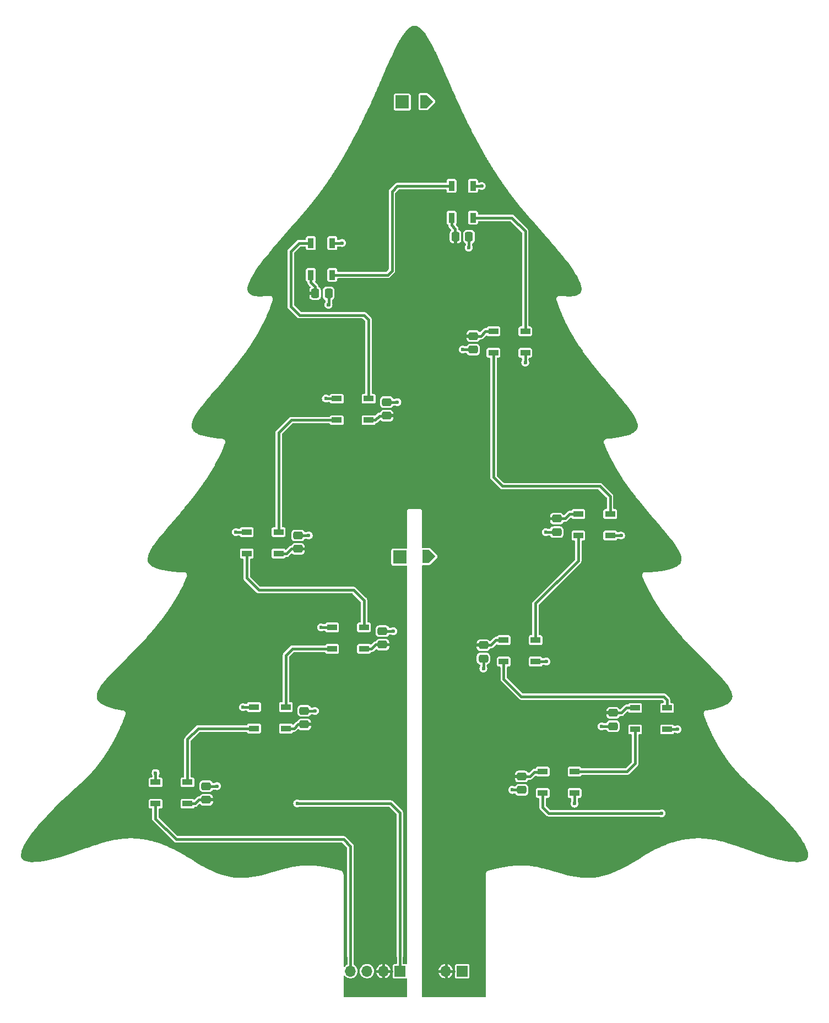
<source format=gtl>
G04 #@! TF.GenerationSoftware,KiCad,Pcbnew,8.0.6*
G04 #@! TF.CreationDate,2024-11-23T10:48:35+01:00*
G04 #@! TF.ProjectId,ChristmasTree,43687269-7374-46d6-9173-547265652e6b,rev?*
G04 #@! TF.SameCoordinates,Original*
G04 #@! TF.FileFunction,Copper,L1,Top*
G04 #@! TF.FilePolarity,Positive*
%FSLAX46Y46*%
G04 Gerber Fmt 4.6, Leading zero omitted, Abs format (unit mm)*
G04 Created by KiCad (PCBNEW 8.0.6) date 2024-11-23 10:48:35*
%MOMM*%
%LPD*%
G01*
G04 APERTURE LIST*
G04 Aperture macros list*
%AMRoundRect*
0 Rectangle with rounded corners*
0 $1 Rounding radius*
0 $2 $3 $4 $5 $6 $7 $8 $9 X,Y pos of 4 corners*
0 Add a 4 corners polygon primitive as box body*
4,1,4,$2,$3,$4,$5,$6,$7,$8,$9,$2,$3,0*
0 Add four circle primitives for the rounded corners*
1,1,$1+$1,$2,$3*
1,1,$1+$1,$4,$5*
1,1,$1+$1,$6,$7*
1,1,$1+$1,$8,$9*
0 Add four rect primitives between the rounded corners*
20,1,$1+$1,$2,$3,$4,$5,0*
20,1,$1+$1,$4,$5,$6,$7,0*
20,1,$1+$1,$6,$7,$8,$9,0*
20,1,$1+$1,$8,$9,$2,$3,0*%
%AMOutline4P*
0 Free polygon, 4 corners , with rotation*
0 The origin of the aperture is its center*
0 number of corners: always 4*
0 $1 to $8 corner X, Y*
0 $9 Rotation angle, in degrees counterclockwise*
0 create outline with 4 corners*
4,1,4,$1,$2,$3,$4,$5,$6,$7,$8,$1,$2,$9*%
G04 Aperture macros list end*
G04 #@! TA.AperFunction,EtchedComponent*
%ADD10C,0.000000*%
G04 #@! TD*
G04 #@! TA.AperFunction,SMDPad,CuDef*
%ADD11RoundRect,0.250000X-0.475000X0.337500X-0.475000X-0.337500X0.475000X-0.337500X0.475000X0.337500X0*%
G04 #@! TD*
G04 #@! TA.AperFunction,ComponentPad*
%ADD12R,1.700000X1.700000*%
G04 #@! TD*
G04 #@! TA.AperFunction,ComponentPad*
%ADD13O,1.700000X1.700000*%
G04 #@! TD*
G04 #@! TA.AperFunction,SMDPad,CuDef*
%ADD14R,1.500000X0.900000*%
G04 #@! TD*
G04 #@! TA.AperFunction,SMDPad,CuDef*
%ADD15Outline4P,-0.500000X-1.000000X0.500000X0.000000X0.500000X0.000000X-0.500000X1.000000X0.000000*%
G04 #@! TD*
G04 #@! TA.AperFunction,SMDPad,CuDef*
%ADD16R,1.000000X2.000000*%
G04 #@! TD*
G04 #@! TA.AperFunction,SMDPad,CuDef*
%ADD17C,0.500000*%
G04 #@! TD*
G04 #@! TA.AperFunction,SMDPad,CuDef*
%ADD18RoundRect,0.250000X0.475000X-0.337500X0.475000X0.337500X-0.475000X0.337500X-0.475000X-0.337500X0*%
G04 #@! TD*
G04 #@! TA.AperFunction,SMDPad,CuDef*
%ADD19R,2.000000X2.000000*%
G04 #@! TD*
G04 #@! TA.AperFunction,SMDPad,CuDef*
%ADD20R,0.900000X1.500000*%
G04 #@! TD*
G04 #@! TA.AperFunction,SMDPad,CuDef*
%ADD21RoundRect,0.250000X-0.337500X-0.475000X0.337500X-0.475000X0.337500X0.475000X-0.337500X0.475000X0*%
G04 #@! TD*
G04 #@! TA.AperFunction,ViaPad*
%ADD22C,0.600000*%
G04 #@! TD*
G04 #@! TA.AperFunction,Conductor*
%ADD23C,0.400000*%
G04 #@! TD*
G04 APERTURE END LIST*
D10*
G04 #@! TA.AperFunction,EtchedComponent*
G36*
X96470000Y-116790000D02*
G01*
X95470000Y-116790000D01*
X95470000Y-116290000D01*
X96470000Y-116290000D01*
X96470000Y-116790000D01*
G37*
G04 #@! TD.AperFunction*
G04 #@! TA.AperFunction,EtchedComponent*
G36*
X84390000Y-62720000D02*
G01*
X83390000Y-62720000D01*
X83390000Y-62220000D01*
X84390000Y-62220000D01*
X84390000Y-62720000D01*
G37*
G04 #@! TD.AperFunction*
G04 #@! TA.AperFunction,EtchedComponent*
G36*
X84440000Y-129050000D02*
G01*
X83440000Y-129050000D01*
X83440000Y-128550000D01*
X84440000Y-128550000D01*
X84440000Y-129050000D01*
G37*
G04 #@! TD.AperFunction*
G04 #@! TA.AperFunction,EtchedComponent*
G36*
X110120000Y-116850000D02*
G01*
X109120000Y-116850000D01*
X109120000Y-116350000D01*
X110120000Y-116350000D01*
X110120000Y-116850000D01*
G37*
G04 #@! TD.AperFunction*
G04 #@! TA.AperFunction,EtchedComponent*
G36*
X116000000Y-137060000D02*
G01*
X115000000Y-137060000D01*
X115000000Y-136560000D01*
X116000000Y-136560000D01*
X116000000Y-137060000D01*
G37*
G04 #@! TD.AperFunction*
G04 #@! TA.AperFunction,EtchedComponent*
G36*
X83470000Y-102060000D02*
G01*
X82470000Y-102060000D01*
X82470000Y-101560000D01*
X83470000Y-101560000D01*
X83470000Y-102060000D01*
G37*
G04 #@! TD.AperFunction*
G04 #@! TA.AperFunction,EtchedComponent*
G36*
X97100000Y-81550000D02*
G01*
X96100000Y-81550000D01*
X96100000Y-81050000D01*
X97100000Y-81050000D01*
X97100000Y-81550000D01*
G37*
G04 #@! TD.AperFunction*
G04 #@! TA.AperFunction,EtchedComponent*
G36*
X69380000Y-140650000D02*
G01*
X68380000Y-140650000D01*
X68380000Y-140150000D01*
X69380000Y-140150000D01*
X69380000Y-140650000D01*
G37*
G04 #@! TD.AperFunction*
G04 #@! TA.AperFunction,EtchedComponent*
G36*
X121390000Y-97400000D02*
G01*
X120390000Y-97400000D01*
X120390000Y-96900000D01*
X121390000Y-96900000D01*
X121390000Y-97400000D01*
G37*
G04 #@! TD.AperFunction*
G04 #@! TA.AperFunction,EtchedComponent*
G36*
X106510000Y-55180000D02*
G01*
X106010000Y-55180000D01*
X106010000Y-54180000D01*
X106510000Y-54180000D01*
X106510000Y-55180000D01*
G37*
G04 #@! TD.AperFunction*
G04 #@! TA.AperFunction,EtchedComponent*
G36*
X130050000Y-127270000D02*
G01*
X129050000Y-127270000D01*
X129050000Y-126770000D01*
X130050000Y-126770000D01*
X130050000Y-127270000D01*
G37*
G04 #@! TD.AperFunction*
G04 #@! TA.AperFunction,EtchedComponent*
G36*
X108560000Y-69320000D02*
G01*
X107560000Y-69320000D01*
X107560000Y-68820000D01*
X108560000Y-68820000D01*
X108560000Y-69320000D01*
G37*
G04 #@! TD.AperFunction*
D11*
X108980000Y-69072500D03*
X108980000Y-71147500D03*
D12*
X107300000Y-166780000D03*
D13*
X104760000Y-166780000D03*
D11*
X110540000Y-116602500D03*
X110540000Y-118677500D03*
D14*
X125140000Y-96447500D03*
X125140000Y-99747500D03*
X130040000Y-99747500D03*
X130040000Y-96447500D03*
D15*
X102350000Y-32974600D03*
D16*
X101350000Y-32974600D03*
D17*
X96470000Y-116540000D03*
X95470000Y-116540000D03*
X83390000Y-62470000D03*
X84390000Y-62470000D03*
D14*
X119660000Y-136070000D03*
X119660000Y-139370000D03*
X124560000Y-139370000D03*
X124560000Y-136070000D03*
D18*
X83020000Y-128797500D03*
X83020000Y-126722500D03*
X82050000Y-101807500D03*
X82050000Y-99732500D03*
D17*
X84440000Y-128800000D03*
X83440000Y-128800000D03*
X109120000Y-116600000D03*
X110120000Y-116600000D03*
D14*
X79070000Y-102510000D03*
X79070000Y-99210000D03*
X74170000Y-99210000D03*
X74170000Y-102510000D03*
D11*
X121820000Y-97142500D03*
X121820000Y-99217500D03*
D17*
X115000000Y-136810000D03*
X116000000Y-136810000D03*
D14*
X112080000Y-68330000D03*
X112080000Y-71630000D03*
X116980000Y-71630000D03*
X116980000Y-68330000D03*
X133870000Y-126270000D03*
X133870000Y-129570000D03*
X138770000Y-129570000D03*
X138770000Y-126270000D03*
D17*
X83470000Y-101810000D03*
X82470000Y-101810000D03*
D19*
X97698400Y-103050800D03*
D17*
X97100000Y-81300000D03*
X96100000Y-81300000D03*
D20*
X84020000Y-59650000D03*
X87320000Y-59650000D03*
X87320000Y-54750000D03*
X84020000Y-54750000D03*
D19*
X98068400Y-33050800D03*
D14*
X65060000Y-141000000D03*
X65060000Y-137700000D03*
X60160000Y-137700000D03*
X60160000Y-141000000D03*
D11*
X130470000Y-127022500D03*
X130470000Y-129097500D03*
D17*
X69380000Y-140400000D03*
X68380000Y-140400000D03*
D20*
X105650000Y-50850000D03*
X108950000Y-50850000D03*
X108950000Y-45950000D03*
X105650000Y-45950000D03*
D18*
X95680000Y-81307500D03*
X95680000Y-79232500D03*
D17*
X120390000Y-97150000D03*
X121390000Y-97150000D03*
X106260000Y-55180000D03*
X106260000Y-54180000D03*
X129050000Y-127020000D03*
X130050000Y-127020000D03*
D21*
X106262500Y-53760000D03*
X108337500Y-53760000D03*
D15*
X102700000Y-102974600D03*
D16*
X101700000Y-102974600D03*
D17*
X107560000Y-69070000D03*
X108560000Y-69070000D03*
D18*
X67950000Y-140397500D03*
X67950000Y-138322500D03*
D14*
X92190000Y-117170000D03*
X92190000Y-113870000D03*
X87290000Y-113870000D03*
X87290000Y-117170000D03*
D11*
X116430000Y-136812500D03*
X116430000Y-138887500D03*
D14*
X80190000Y-129430000D03*
X80190000Y-126130000D03*
X75290000Y-126130000D03*
X75290000Y-129430000D03*
D12*
X97730000Y-166780000D03*
D13*
X95190000Y-166780000D03*
X92650000Y-166780000D03*
X90110000Y-166780000D03*
D14*
X113670000Y-115840000D03*
X113670000Y-119140000D03*
X118570000Y-119140000D03*
X118570000Y-115840000D03*
D21*
X84682500Y-62490000D03*
X86757500Y-62490000D03*
D18*
X95040000Y-116537500D03*
X95040000Y-114462500D03*
D14*
X92910000Y-81990000D03*
X92910000Y-78690000D03*
X88010000Y-78690000D03*
X88010000Y-81990000D03*
D22*
X108490000Y-128360000D03*
X130450000Y-137550000D03*
X92820000Y-88200000D03*
X89140000Y-68390000D03*
X121230000Y-111370000D03*
X114070000Y-78430000D03*
X77730000Y-110310000D03*
X66340000Y-136130000D03*
X105760000Y-90480000D03*
X91610000Y-122790000D03*
X86270000Y-136920000D03*
X112060000Y-62840000D03*
X108300000Y-55440000D03*
X140410000Y-129570000D03*
X88810000Y-54740000D03*
X128720000Y-129110000D03*
X116980000Y-73140000D03*
X131710000Y-99750000D03*
X107380000Y-71130000D03*
X83700000Y-99730000D03*
X84650000Y-126730000D03*
X86740000Y-64240000D03*
X72510000Y-99200000D03*
X86330000Y-78670000D03*
X124570000Y-141000000D03*
X110290000Y-45960000D03*
X96690000Y-114460000D03*
X120240000Y-119140000D03*
X114960000Y-138880000D03*
X110540000Y-120200000D03*
X120130000Y-99230000D03*
X69580000Y-138300000D03*
X85580000Y-113870000D03*
X73600000Y-126160000D03*
X60160000Y-136270000D03*
X97320000Y-79210000D03*
X137950000Y-142480000D03*
X81930000Y-140970000D03*
D23*
X104782500Y-166800000D02*
X104782500Y-168315000D01*
X95190000Y-166780000D02*
X96430000Y-166780000D01*
X95190000Y-166780000D02*
X95190000Y-165250000D01*
X95190000Y-165250000D02*
X95200000Y-165240000D01*
X95395000Y-166525000D02*
X95400000Y-166520000D01*
X104782500Y-166800000D02*
X104782500Y-165145000D01*
X95190000Y-168440000D02*
X95180000Y-168450000D01*
X95190000Y-166780000D02*
X95190000Y-168440000D01*
X95190000Y-166780000D02*
X93960000Y-166780000D01*
X104760000Y-166780000D02*
X105970000Y-166780000D01*
X104782500Y-166800000D02*
X103157500Y-166800000D01*
X108337500Y-55402500D02*
X108300000Y-55440000D01*
X72520000Y-99210000D02*
X72510000Y-99200000D01*
X86350000Y-78690000D02*
X86330000Y-78670000D01*
X83697500Y-99732500D02*
X83700000Y-99730000D01*
X124560000Y-140990000D02*
X124570000Y-141000000D01*
X121820000Y-99217500D02*
X120142500Y-99217500D01*
X88010000Y-78690000D02*
X86350000Y-78690000D01*
X69557500Y-138322500D02*
X69580000Y-138300000D01*
X83020000Y-126722500D02*
X84642500Y-126722500D01*
X88800000Y-54750000D02*
X88810000Y-54740000D01*
X110540000Y-118677500D02*
X110540000Y-120200000D01*
X87290000Y-113870000D02*
X85580000Y-113870000D01*
X108980000Y-71147500D02*
X107397500Y-71147500D01*
X86757500Y-62490000D02*
X86757500Y-64222500D01*
X131707500Y-99747500D02*
X131710000Y-99750000D01*
X138770000Y-129570000D02*
X140410000Y-129570000D01*
X92650000Y-166780000D02*
X92640000Y-166770000D01*
X124560000Y-139370000D02*
X124560000Y-140990000D01*
X95040000Y-114462500D02*
X96687500Y-114462500D01*
X60160000Y-137700000D02*
X60160000Y-136270000D01*
X130040000Y-99747500D02*
X131707500Y-99747500D01*
X97297500Y-79232500D02*
X97320000Y-79210000D01*
X73630000Y-126130000D02*
X73600000Y-126160000D01*
X95680000Y-79232500D02*
X97297500Y-79232500D01*
X86757500Y-64222500D02*
X86740000Y-64240000D01*
X96687500Y-114462500D02*
X96690000Y-114460000D01*
X82050000Y-99732500D02*
X83697500Y-99732500D01*
X130457500Y-129110000D02*
X130470000Y-129097500D01*
X120142500Y-99217500D02*
X120130000Y-99230000D01*
X116430000Y-138887500D02*
X114967500Y-138887500D01*
X107397500Y-71147500D02*
X107380000Y-71130000D01*
X108950000Y-45950000D02*
X110280000Y-45950000D01*
X84642500Y-126722500D02*
X84650000Y-126730000D01*
X87320000Y-54750000D02*
X88800000Y-54750000D01*
X114967500Y-138887500D02*
X114960000Y-138880000D01*
X75290000Y-126130000D02*
X73630000Y-126130000D01*
X67950000Y-138322500D02*
X69557500Y-138322500D01*
X74170000Y-99210000D02*
X72520000Y-99210000D01*
X118570000Y-119140000D02*
X120240000Y-119140000D01*
X108337500Y-53760000D02*
X108337500Y-55402500D01*
X110280000Y-45950000D02*
X110290000Y-45960000D01*
X116980000Y-71630000D02*
X116980000Y-73140000D01*
X128720000Y-129110000D02*
X130457500Y-129110000D01*
X66730000Y-129430000D02*
X66695000Y-129465000D01*
X75290000Y-129430000D02*
X66730000Y-129430000D01*
X65060000Y-137700000D02*
X65060000Y-131100000D01*
X65060000Y-131100000D02*
X66695000Y-129465000D01*
X80190000Y-126130000D02*
X80190000Y-118180000D01*
X81200000Y-117170000D02*
X87290000Y-117170000D01*
X80190000Y-118180000D02*
X81200000Y-117170000D01*
X92190000Y-109730000D02*
X90600000Y-108140000D01*
X74170000Y-106270000D02*
X74170000Y-102510000D01*
X92190000Y-113870000D02*
X92190000Y-109730000D01*
X90600000Y-108140000D02*
X76040000Y-108140000D01*
X76040000Y-108140000D02*
X74170000Y-106270000D01*
X79070000Y-99210000D02*
X79070000Y-83930000D01*
X81010000Y-81990000D02*
X88010000Y-81990000D01*
X79070000Y-83930000D02*
X81010000Y-81990000D01*
X92910000Y-66560000D02*
X92180000Y-65830000D01*
X82270000Y-65830000D02*
X80930000Y-64490000D01*
X92180000Y-65830000D02*
X82270000Y-65830000D01*
X80930000Y-64490000D02*
X80930000Y-56030000D01*
X80930000Y-56030000D02*
X82210000Y-54750000D01*
X92910000Y-78690000D02*
X92910000Y-66560000D01*
X82210000Y-54750000D02*
X84020000Y-54750000D01*
X96490000Y-58990000D02*
X96490000Y-46810000D01*
X96490000Y-46810000D02*
X97320000Y-45980000D01*
X97320000Y-45980000D02*
X105620000Y-45980000D01*
X87320000Y-59650000D02*
X95830000Y-59650000D01*
X105620000Y-45980000D02*
X105650000Y-45950000D01*
X95830000Y-59650000D02*
X96490000Y-58990000D01*
X116980000Y-52930000D02*
X116980000Y-68330000D01*
X114900000Y-50850000D02*
X116980000Y-52930000D01*
X108950000Y-50850000D02*
X114900000Y-50850000D01*
X130020000Y-93700000D02*
X130020000Y-96427500D01*
X113480000Y-92150000D02*
X128470000Y-92150000D01*
X112080000Y-90750000D02*
X113480000Y-92150000D01*
X112080000Y-71630000D02*
X112080000Y-90750000D01*
X128470000Y-92150000D02*
X130020000Y-93700000D01*
X130020000Y-96427500D02*
X130040000Y-96447500D01*
X125140000Y-99747500D02*
X125140000Y-103600000D01*
X118570000Y-110170000D02*
X118570000Y-115840000D01*
X125140000Y-103600000D02*
X118570000Y-110170000D01*
X138770000Y-125060000D02*
X138770000Y-126270000D01*
X116380000Y-124520000D02*
X138230000Y-124520000D01*
X113670000Y-119140000D02*
X113670000Y-121810000D01*
X113670000Y-121810000D02*
X116380000Y-124520000D01*
X138230000Y-124520000D02*
X138770000Y-125060000D01*
X133870000Y-134790000D02*
X132590000Y-136070000D01*
X133870000Y-129570000D02*
X133870000Y-134790000D01*
X132590000Y-136070000D02*
X124560000Y-136070000D01*
X119660000Y-141530000D02*
X119660000Y-139370000D01*
X137950000Y-142480000D02*
X120610000Y-142480000D01*
X120610000Y-142480000D02*
X119660000Y-141530000D01*
X90110000Y-147550000D02*
X89060000Y-146500000D01*
X90110000Y-166780000D02*
X90110000Y-147550000D01*
X60150000Y-141010000D02*
X60160000Y-141000000D01*
X89060000Y-146500000D02*
X63330000Y-146500000D01*
X63330000Y-146500000D02*
X60150000Y-143320000D01*
X60150000Y-143320000D02*
X60150000Y-141010000D01*
X96260000Y-140970000D02*
X97710000Y-142420000D01*
X97710000Y-142420000D02*
X97710000Y-166760000D01*
X97710000Y-166760000D02*
X97730000Y-166780000D01*
X81930000Y-140970000D02*
X96260000Y-140970000D01*
X67950000Y-140397500D02*
X66812500Y-140397500D01*
X65090000Y-140970000D02*
X65060000Y-141000000D01*
X66240000Y-140970000D02*
X65090000Y-140970000D01*
X66812500Y-140397500D02*
X66240000Y-140970000D01*
X82062500Y-128797500D02*
X81430000Y-129430000D01*
X81430000Y-129430000D02*
X80190000Y-129430000D01*
X83020000Y-128797500D02*
X82062500Y-128797500D01*
X93982500Y-116537500D02*
X93350000Y-117170000D01*
X95040000Y-116537500D02*
X93982500Y-116537500D01*
X93350000Y-117170000D02*
X92190000Y-117170000D01*
X80290000Y-102540000D02*
X79100000Y-102540000D01*
X81022500Y-101807500D02*
X80290000Y-102540000D01*
X82050000Y-101807500D02*
X81022500Y-101807500D01*
X79100000Y-102540000D02*
X79070000Y-102510000D01*
X93900000Y-81990000D02*
X94540000Y-81350000D01*
X92910000Y-81990000D02*
X93900000Y-81990000D01*
X95637500Y-81350000D02*
X95680000Y-81307500D01*
X94540000Y-81350000D02*
X95637500Y-81350000D01*
X84020000Y-60820000D02*
X84020000Y-59650000D01*
X84682500Y-62490000D02*
X84682500Y-61482500D01*
X84682500Y-61482500D02*
X84020000Y-60820000D01*
X105650000Y-50850000D02*
X105650000Y-51990000D01*
X106220000Y-53717500D02*
X106262500Y-53760000D01*
X105650000Y-51990000D02*
X106220000Y-52560000D01*
X106220000Y-52560000D02*
X106220000Y-53717500D01*
X108980000Y-69072500D02*
X110127500Y-69072500D01*
X110127500Y-69072500D02*
X110870000Y-68330000D01*
X110870000Y-68330000D02*
X112080000Y-68330000D01*
X121820000Y-97142500D02*
X123117500Y-97142500D01*
X123117500Y-97142500D02*
X123812500Y-96447500D01*
X123812500Y-96447500D02*
X125140000Y-96447500D01*
X112460000Y-115840000D02*
X113670000Y-115840000D01*
X110540000Y-116602500D02*
X111697500Y-116602500D01*
X111697500Y-116602500D02*
X112460000Y-115840000D01*
X130470000Y-127022500D02*
X131767500Y-127022500D01*
X133860000Y-126260000D02*
X133870000Y-126270000D01*
X132530000Y-126260000D02*
X133860000Y-126260000D01*
X131767500Y-127022500D02*
X132530000Y-126260000D01*
X118390000Y-136120000D02*
X119610000Y-136120000D01*
X117697500Y-136812500D02*
X118390000Y-136120000D01*
X119610000Y-136120000D02*
X119660000Y-136070000D01*
X116430000Y-136812500D02*
X117697500Y-136812500D01*
G04 #@! TA.AperFunction,Conductor*
G36*
X97259500Y-165555500D02*
G01*
X97239815Y-165622539D01*
X97187011Y-165668294D01*
X97135500Y-165679500D01*
X96855323Y-165679500D01*
X96782264Y-165694032D01*
X96782260Y-165694033D01*
X96699399Y-165749399D01*
X96644033Y-165832260D01*
X96644032Y-165832264D01*
X96629500Y-165905321D01*
X96629500Y-167654678D01*
X96644032Y-167727735D01*
X96644033Y-167727739D01*
X96644034Y-167727740D01*
X96699399Y-167810601D01*
X96782260Y-167865966D01*
X96782264Y-167865967D01*
X96855321Y-167880499D01*
X96855324Y-167880500D01*
X96855326Y-167880500D01*
X98604675Y-167880500D01*
X98632382Y-167874988D01*
X98647581Y-167871965D01*
X98717173Y-167878192D01*
X98772351Y-167921054D01*
X98795596Y-167986944D01*
X98795774Y-167993582D01*
X98795774Y-170675080D01*
X98776089Y-170742119D01*
X98723285Y-170787874D01*
X98671774Y-170799080D01*
X89720414Y-170799080D01*
X89710059Y-170798647D01*
X89676013Y-170795793D01*
X89665395Y-170796996D01*
X89662274Y-170797617D01*
X89638082Y-170800000D01*
X89164000Y-170800000D01*
X89096961Y-170780315D01*
X89051206Y-170727511D01*
X89040000Y-170676000D01*
X89040000Y-167559206D01*
X89059685Y-167492167D01*
X89112489Y-167446412D01*
X89181647Y-167436468D01*
X89245203Y-167465493D01*
X89262954Y-167484479D01*
X89293237Y-167524581D01*
X89443958Y-167661980D01*
X89443960Y-167661982D01*
X89543141Y-167723392D01*
X89617363Y-167769348D01*
X89807544Y-167843024D01*
X90008024Y-167880500D01*
X90008026Y-167880500D01*
X90211974Y-167880500D01*
X90211976Y-167880500D01*
X90412456Y-167843024D01*
X90602637Y-167769348D01*
X90776041Y-167661981D01*
X90926764Y-167524579D01*
X91049673Y-167361821D01*
X91140582Y-167179250D01*
X91196397Y-166983083D01*
X91215215Y-166780000D01*
X91215215Y-166779999D01*
X91544785Y-166779999D01*
X91544785Y-166780000D01*
X91563602Y-166983082D01*
X91619417Y-167179247D01*
X91619422Y-167179260D01*
X91710327Y-167361821D01*
X91833237Y-167524581D01*
X91983958Y-167661980D01*
X91983960Y-167661982D01*
X92083141Y-167723392D01*
X92157363Y-167769348D01*
X92347544Y-167843024D01*
X92548024Y-167880500D01*
X92548026Y-167880500D01*
X92751974Y-167880500D01*
X92751976Y-167880500D01*
X92952456Y-167843024D01*
X93142637Y-167769348D01*
X93316041Y-167661981D01*
X93466764Y-167524579D01*
X93589673Y-167361821D01*
X93680582Y-167179250D01*
X93736397Y-166983083D01*
X93755215Y-166780000D01*
X93755215Y-166779999D01*
X94085287Y-166779999D01*
X94085287Y-166780000D01*
X94104096Y-166982989D01*
X94104097Y-166982992D01*
X94159883Y-167179063D01*
X94159886Y-167179069D01*
X94250754Y-167361556D01*
X94373608Y-167524242D01*
X94524260Y-167661578D01*
X94697584Y-167768897D01*
X94887678Y-167842539D01*
X95088072Y-167880000D01*
X95291928Y-167880000D01*
X95492321Y-167842539D01*
X95682415Y-167768897D01*
X95855739Y-167661578D01*
X96006391Y-167524242D01*
X96129245Y-167361556D01*
X96220113Y-167179069D01*
X96220116Y-167179063D01*
X96275902Y-166982992D01*
X96275903Y-166982989D01*
X96294713Y-166780000D01*
X96294713Y-166779999D01*
X96275903Y-166577010D01*
X96275902Y-166577007D01*
X96220116Y-166380936D01*
X96220113Y-166380930D01*
X96129245Y-166198443D01*
X96006391Y-166035757D01*
X95855739Y-165898421D01*
X95682415Y-165791102D01*
X95492321Y-165717460D01*
X95291928Y-165680000D01*
X95088072Y-165680000D01*
X94887678Y-165717460D01*
X94697584Y-165791102D01*
X94524260Y-165898421D01*
X94373608Y-166035757D01*
X94250754Y-166198443D01*
X94159886Y-166380930D01*
X94159883Y-166380936D01*
X94104097Y-166577007D01*
X94104096Y-166577010D01*
X94085287Y-166779999D01*
X93755215Y-166779999D01*
X93736397Y-166576917D01*
X93680582Y-166380750D01*
X93589673Y-166198179D01*
X93466764Y-166035421D01*
X93466762Y-166035418D01*
X93316041Y-165898019D01*
X93316039Y-165898017D01*
X93142642Y-165790655D01*
X93142635Y-165790651D01*
X92953705Y-165717460D01*
X92952456Y-165716976D01*
X92751976Y-165679500D01*
X92548024Y-165679500D01*
X92347544Y-165716976D01*
X92347541Y-165716976D01*
X92347541Y-165716977D01*
X92157364Y-165790651D01*
X92157357Y-165790655D01*
X91983960Y-165898017D01*
X91983958Y-165898019D01*
X91833237Y-166035418D01*
X91710327Y-166198178D01*
X91619422Y-166380739D01*
X91619417Y-166380752D01*
X91563602Y-166576917D01*
X91544785Y-166779999D01*
X91215215Y-166779999D01*
X91196397Y-166576917D01*
X91140582Y-166380750D01*
X91049673Y-166198179D01*
X90926764Y-166035421D01*
X90926762Y-166035418D01*
X90776042Y-165898020D01*
X90776041Y-165898019D01*
X90619221Y-165800920D01*
X90572587Y-165748893D01*
X90560500Y-165695494D01*
X90560500Y-164570000D01*
X97259500Y-164570000D01*
X97259500Y-165555500D01*
G37*
G04 #@! TD.AperFunction*
G04 #@! TA.AperFunction,Conductor*
G36*
X110895975Y-167103392D02*
G01*
X110893254Y-167121932D01*
X110893381Y-167121945D01*
X110892221Y-167134105D01*
X110895340Y-167164803D01*
X110895975Y-167177336D01*
X110895975Y-167208186D01*
X110898357Y-167220163D01*
X110898234Y-167220187D01*
X110898592Y-167221609D01*
X110898713Y-167221573D01*
X110902293Y-167233246D01*
X110902294Y-167233249D01*
X110902295Y-167233251D01*
X110904548Y-167240595D01*
X110910000Y-167276960D01*
X110910000Y-170676000D01*
X110890315Y-170743039D01*
X110837511Y-170788794D01*
X110786000Y-170800000D01*
X110274691Y-170800000D01*
X110250499Y-170797617D01*
X110247449Y-170797010D01*
X110236881Y-170795808D01*
X110236880Y-170795808D01*
X110236878Y-170795808D01*
X110202744Y-170798652D01*
X110192449Y-170799080D01*
X101241158Y-170799080D01*
X101174119Y-170779395D01*
X101128364Y-170726591D01*
X101117158Y-170675080D01*
X101117158Y-166779999D01*
X103655287Y-166779999D01*
X103655287Y-166780000D01*
X103674096Y-166982989D01*
X103674097Y-166982992D01*
X103729883Y-167179063D01*
X103729886Y-167179069D01*
X103820754Y-167361556D01*
X103943608Y-167524242D01*
X104094260Y-167661578D01*
X104267584Y-167768897D01*
X104457678Y-167842539D01*
X104658072Y-167880000D01*
X104861928Y-167880000D01*
X105062321Y-167842539D01*
X105252415Y-167768897D01*
X105425739Y-167661578D01*
X105576391Y-167524242D01*
X105699245Y-167361556D01*
X105790113Y-167179069D01*
X105790116Y-167179063D01*
X105845902Y-166982992D01*
X105845903Y-166982989D01*
X105864713Y-166780000D01*
X105864713Y-166779999D01*
X105845903Y-166577010D01*
X105845902Y-166577007D01*
X105790116Y-166380936D01*
X105790113Y-166380930D01*
X105699245Y-166198443D01*
X105576391Y-166035757D01*
X105433308Y-165905321D01*
X106199500Y-165905321D01*
X106199500Y-167654678D01*
X106214032Y-167727735D01*
X106214033Y-167727739D01*
X106214034Y-167727740D01*
X106269399Y-167810601D01*
X106352260Y-167865966D01*
X106352264Y-167865967D01*
X106425321Y-167880499D01*
X106425324Y-167880500D01*
X106425326Y-167880500D01*
X108174676Y-167880500D01*
X108174677Y-167880499D01*
X108247740Y-167865966D01*
X108330601Y-167810601D01*
X108385966Y-167727740D01*
X108400500Y-167654674D01*
X108400500Y-165905326D01*
X108400500Y-165905323D01*
X108400499Y-165905321D01*
X108385967Y-165832264D01*
X108385966Y-165832260D01*
X108365026Y-165800921D01*
X108330601Y-165749399D01*
X108275235Y-165712405D01*
X108247739Y-165694033D01*
X108247735Y-165694032D01*
X108174677Y-165679500D01*
X108174674Y-165679500D01*
X106425326Y-165679500D01*
X106425323Y-165679500D01*
X106352264Y-165694032D01*
X106352260Y-165694033D01*
X106269399Y-165749399D01*
X106214033Y-165832260D01*
X106214032Y-165832264D01*
X106199500Y-165905321D01*
X105433308Y-165905321D01*
X105425739Y-165898421D01*
X105252415Y-165791102D01*
X105062321Y-165717460D01*
X104861928Y-165680000D01*
X104658072Y-165680000D01*
X104457678Y-165717460D01*
X104267584Y-165791102D01*
X104094260Y-165898421D01*
X103943608Y-166035757D01*
X103820754Y-166198443D01*
X103729886Y-166380930D01*
X103729883Y-166380936D01*
X103674097Y-166577007D01*
X103674096Y-166577010D01*
X103655287Y-166779999D01*
X101117158Y-166779999D01*
X101117158Y-164570000D01*
X110895975Y-164570000D01*
X110895975Y-167103392D01*
G37*
G04 #@! TD.AperFunction*
G04 #@! TA.AperFunction,Conductor*
G36*
X89659500Y-165695494D02*
G01*
X89639815Y-165762533D01*
X89600778Y-165800921D01*
X89443957Y-165898020D01*
X89293236Y-166035419D01*
X89262953Y-166075521D01*
X89206844Y-166117156D01*
X89137132Y-166121847D01*
X89075950Y-166088104D01*
X89042724Y-166026641D01*
X89040000Y-166000793D01*
X89040000Y-164570000D01*
X89659500Y-164570000D01*
X89659500Y-165695494D01*
G37*
G04 #@! TD.AperFunction*
G04 #@! TA.AperFunction,Conductor*
G36*
X98795774Y-165566417D02*
G01*
X98776089Y-165633456D01*
X98723285Y-165679211D01*
X98654127Y-165689155D01*
X98647584Y-165688035D01*
X98604674Y-165679500D01*
X98284500Y-165679500D01*
X98217461Y-165659815D01*
X98171706Y-165607011D01*
X98160500Y-165555500D01*
X98160500Y-164570000D01*
X98795774Y-164570000D01*
X98795774Y-165566417D01*
G37*
G04 #@! TD.AperFunction*
G04 #@! TA.AperFunction,Conductor*
G36*
X100017249Y-21300127D02*
G01*
X100025099Y-21300491D01*
X100101440Y-21306067D01*
X100112917Y-21307355D01*
X100183752Y-21318101D01*
X100199584Y-21321390D01*
X100256193Y-21336400D01*
X100276414Y-21343350D01*
X100479244Y-21429784D01*
X100498825Y-21439900D01*
X100706079Y-21567221D01*
X100721106Y-21577781D01*
X100937437Y-21750663D01*
X100948644Y-21760581D01*
X101165115Y-21972473D01*
X101172548Y-21979748D01*
X101180826Y-21988535D01*
X101410842Y-22253429D01*
X101416966Y-22260964D01*
X101652033Y-22570266D01*
X101656578Y-22576586D01*
X101712116Y-22658221D01*
X101896090Y-22928646D01*
X101899524Y-22933931D01*
X102143284Y-23327010D01*
X102145891Y-23331378D01*
X102394014Y-23763782D01*
X102396007Y-23767369D01*
X102648758Y-24237363D01*
X102650287Y-24240285D01*
X102908135Y-24746294D01*
X102909310Y-24748649D01*
X103172764Y-25289048D01*
X103173659Y-25290917D01*
X103443303Y-25864122D01*
X103443976Y-25865573D01*
X103720526Y-26470226D01*
X103721018Y-26471313D01*
X104005043Y-27105690D01*
X104005384Y-27106458D01*
X104229159Y-27613917D01*
X104297592Y-27769102D01*
X104297805Y-27769587D01*
X104599079Y-28459424D01*
X104599132Y-28459679D01*
X104599181Y-28459658D01*
X104916501Y-29189635D01*
X104916504Y-29189642D01*
X105205983Y-29855662D01*
X105206276Y-29856566D01*
X105231561Y-29914513D01*
X105231646Y-29914707D01*
X105257073Y-29973206D01*
X105257536Y-29974035D01*
X105476494Y-30475803D01*
X105538396Y-30617657D01*
X105538970Y-30619418D01*
X105544300Y-30631540D01*
X105544301Y-30631541D01*
X105564230Y-30676860D01*
X105564336Y-30677103D01*
X105589349Y-30734423D01*
X105590248Y-30736025D01*
X105882591Y-31400814D01*
X105883422Y-31403336D01*
X105908453Y-31459626D01*
X105908700Y-31460186D01*
X105933637Y-31516892D01*
X105934947Y-31519209D01*
X106239413Y-32203911D01*
X106240499Y-32207154D01*
X106265515Y-32262616D01*
X106265838Y-32263336D01*
X106290669Y-32319176D01*
X106292359Y-32322133D01*
X106609594Y-33025480D01*
X106610928Y-33029387D01*
X106636055Y-33084155D01*
X106636451Y-33085024D01*
X106656405Y-33129264D01*
X106656406Y-33129264D01*
X106661240Y-33139982D01*
X106663296Y-33143530D01*
X106993915Y-33864166D01*
X106995489Y-33868678D01*
X107020759Y-33922689D01*
X107021225Y-33923695D01*
X107046073Y-33977851D01*
X107048488Y-33981955D01*
X107393183Y-34718670D01*
X107395007Y-34723765D01*
X107420438Y-34776936D01*
X107420980Y-34778080D01*
X107445966Y-34831482D01*
X107448743Y-34836116D01*
X107808140Y-35587545D01*
X107810217Y-35593186D01*
X107835905Y-35645613D01*
X107836519Y-35646880D01*
X107861691Y-35699509D01*
X107864815Y-35704614D01*
X108239602Y-36469515D01*
X108241934Y-36475659D01*
X108267880Y-36527246D01*
X108268569Y-36528633D01*
X108294009Y-36580552D01*
X108297492Y-36586120D01*
X108688322Y-37363161D01*
X108690924Y-37369797D01*
X108717190Y-37420579D01*
X108717954Y-37422078D01*
X108743681Y-37473226D01*
X108747529Y-37479232D01*
X109155103Y-38267173D01*
X109157986Y-38274282D01*
X109184610Y-38324243D01*
X109185458Y-38325858D01*
X109211521Y-38376244D01*
X109215735Y-38382653D01*
X109640729Y-39180201D01*
X109643907Y-39187760D01*
X109670971Y-39236981D01*
X109671902Y-39238700D01*
X109698286Y-39288213D01*
X109702874Y-39295002D01*
X110145971Y-40100864D01*
X110149451Y-40108838D01*
X110153702Y-40116319D01*
X110176955Y-40157243D01*
X110177935Y-40158997D01*
X110204760Y-40207783D01*
X110209728Y-40214923D01*
X110671482Y-41027587D01*
X110674024Y-41033226D01*
X110703303Y-41083606D01*
X110703969Y-41084764D01*
X110727631Y-41126406D01*
X110732730Y-41135380D01*
X110736307Y-41140392D01*
X110797558Y-41245779D01*
X110798494Y-41247821D01*
X110805090Y-41259079D01*
X110830015Y-41301624D01*
X110830032Y-41301654D01*
X110830177Y-41301902D01*
X110861419Y-41355658D01*
X110862741Y-41357485D01*
X110924600Y-41463072D01*
X110925557Y-41465138D01*
X110932156Y-41476312D01*
X110932157Y-41476314D01*
X110956982Y-41518348D01*
X110957127Y-41518867D01*
X110957247Y-41518797D01*
X110988824Y-41572695D01*
X110990170Y-41574541D01*
X111052779Y-41680551D01*
X111053759Y-41682648D01*
X111085484Y-41735930D01*
X111085753Y-41736384D01*
X111117394Y-41789957D01*
X111118761Y-41791818D01*
X111182175Y-41898321D01*
X111183176Y-41900441D01*
X111189844Y-41911549D01*
X111189845Y-41911550D01*
X111215310Y-41953968D01*
X111240492Y-41996260D01*
X111247184Y-42007499D01*
X111248572Y-42009375D01*
X111312778Y-42116326D01*
X111313801Y-42118472D01*
X111320483Y-42129512D01*
X111320484Y-42129513D01*
X111345895Y-42171492D01*
X111346176Y-42171958D01*
X111378133Y-42225190D01*
X111379545Y-42227085D01*
X111444561Y-42334490D01*
X111445597Y-42336644D01*
X111452332Y-42347678D01*
X111452333Y-42347681D01*
X111477858Y-42389496D01*
X111478146Y-42389970D01*
X111510311Y-42443109D01*
X111511755Y-42445031D01*
X111577591Y-42552886D01*
X111578654Y-42555076D01*
X111596349Y-42583820D01*
X111611206Y-42607955D01*
X111636991Y-42650198D01*
X111636992Y-42650199D01*
X111643727Y-42661232D01*
X111645191Y-42663166D01*
X111711824Y-42771413D01*
X111712909Y-42773626D01*
X111745618Y-42826312D01*
X111745916Y-42826794D01*
X111778350Y-42879484D01*
X111779840Y-42881437D01*
X111847319Y-42990130D01*
X111848428Y-42992371D01*
X111881329Y-43044915D01*
X111881631Y-43045398D01*
X111907443Y-43086975D01*
X111907444Y-43086975D01*
X111914243Y-43097927D01*
X111915758Y-43099896D01*
X111984043Y-43208950D01*
X111985171Y-43211207D01*
X112014807Y-43258129D01*
X112018390Y-43263802D01*
X112044539Y-43305562D01*
X112044540Y-43305563D01*
X112051392Y-43316505D01*
X112052922Y-43318477D01*
X112122019Y-43427879D01*
X112123170Y-43430159D01*
X112156499Y-43482474D01*
X112156605Y-43482640D01*
X112182891Y-43524257D01*
X112189752Y-43535119D01*
X112191315Y-43537118D01*
X112261236Y-43646863D01*
X112262407Y-43649162D01*
X112295800Y-43701117D01*
X112296119Y-43701616D01*
X112329414Y-43753875D01*
X112331012Y-43755901D01*
X112401766Y-43865985D01*
X112402960Y-43868305D01*
X112409906Y-43879018D01*
X112409907Y-43879020D01*
X112436829Y-43920539D01*
X112463411Y-43961896D01*
X112470332Y-43972663D01*
X112471944Y-43974692D01*
X112543557Y-44085131D01*
X112544777Y-44087477D01*
X112578722Y-44139362D01*
X112578944Y-44139703D01*
X112605555Y-44180741D01*
X112612562Y-44191547D01*
X112614201Y-44193592D01*
X112686649Y-44304326D01*
X112687888Y-44306687D01*
X112694907Y-44317320D01*
X112694908Y-44317321D01*
X112721842Y-44358121D01*
X112721861Y-44358149D01*
X112722199Y-44358664D01*
X112756062Y-44410425D01*
X112757739Y-44412500D01*
X112831068Y-44523582D01*
X112832332Y-44525964D01*
X112866614Y-44577427D01*
X112866715Y-44577579D01*
X112886379Y-44607365D01*
X112900896Y-44629357D01*
X112902593Y-44631438D01*
X112976760Y-44742778D01*
X112978043Y-44745172D01*
X112985114Y-44755691D01*
X112985115Y-44755692D01*
X113012566Y-44796527D01*
X113039951Y-44837637D01*
X113039952Y-44837637D01*
X113047024Y-44848254D01*
X113048747Y-44850350D01*
X113123764Y-44961942D01*
X113125070Y-44964357D01*
X113159548Y-45015176D01*
X113159903Y-45015701D01*
X113194445Y-45067085D01*
X113196202Y-45069203D01*
X113272106Y-45181083D01*
X113273447Y-45183537D01*
X113308358Y-45234522D01*
X113308718Y-45235050D01*
X113343243Y-45285938D01*
X113345026Y-45288070D01*
X113404521Y-45374956D01*
X113421791Y-45400176D01*
X113423150Y-45402637D01*
X113430345Y-45413048D01*
X113430346Y-45413049D01*
X113458192Y-45453338D01*
X113458367Y-45453592D01*
X113493380Y-45504725D01*
X113495193Y-45506873D01*
X113572847Y-45619228D01*
X113574233Y-45621710D01*
X113581438Y-45632037D01*
X113581439Y-45632040D01*
X113609728Y-45672588D01*
X113609731Y-45672593D01*
X113609904Y-45672842D01*
X113644826Y-45723369D01*
X113646660Y-45725525D01*
X113725230Y-45838142D01*
X113726639Y-45840642D01*
X113733906Y-45850959D01*
X113762224Y-45891166D01*
X113785170Y-45924056D01*
X113797681Y-45941989D01*
X113799550Y-45944165D01*
X113878974Y-46056935D01*
X113880412Y-46059460D01*
X113916148Y-46109720D01*
X113916532Y-46110263D01*
X113951889Y-46160464D01*
X113953781Y-46162646D01*
X114034103Y-46275612D01*
X114035563Y-46278149D01*
X114071340Y-46327987D01*
X114071731Y-46328534D01*
X114107436Y-46378749D01*
X114109361Y-46380952D01*
X114190645Y-46494181D01*
X114192133Y-46496738D01*
X114228068Y-46546313D01*
X114228469Y-46546869D01*
X114264426Y-46596958D01*
X114266388Y-46599181D01*
X114348539Y-46712518D01*
X114350053Y-46715094D01*
X114371288Y-46744106D01*
X114386326Y-46764652D01*
X114386645Y-46765091D01*
X114422804Y-46814976D01*
X114424786Y-46817201D01*
X114507846Y-46930686D01*
X114509383Y-46933272D01*
X114545860Y-46982626D01*
X114546242Y-46983145D01*
X114575166Y-47022663D01*
X114575167Y-47022663D01*
X114582562Y-47032767D01*
X114584574Y-47035005D01*
X114668561Y-47148637D01*
X114670126Y-47151243D01*
X114677597Y-47161253D01*
X114677598Y-47161254D01*
X114689296Y-47176926D01*
X114706903Y-47200515D01*
X114707101Y-47200781D01*
X114736316Y-47240308D01*
X114743740Y-47250352D01*
X114745777Y-47252596D01*
X114830727Y-47366406D01*
X114832323Y-47369034D01*
X114869167Y-47417907D01*
X114869593Y-47418475D01*
X114906351Y-47467721D01*
X114908428Y-47469988D01*
X114994267Y-47583853D01*
X114995889Y-47586497D01*
X115003437Y-47596410D01*
X115003438Y-47596412D01*
X115033222Y-47635529D01*
X115033460Y-47635843D01*
X115070412Y-47684859D01*
X115072513Y-47687129D01*
X115159307Y-47801118D01*
X115160954Y-47803774D01*
X115198311Y-47852346D01*
X115198747Y-47852916D01*
X115235867Y-47901665D01*
X115237994Y-47903941D01*
X115325813Y-48018121D01*
X115328028Y-48021649D01*
X115364953Y-48069018D01*
X115365546Y-48069783D01*
X115402642Y-48118014D01*
X115404335Y-48119800D01*
X115407433Y-48123751D01*
X115407434Y-48123752D01*
X115437573Y-48162182D01*
X115437972Y-48162691D01*
X115438242Y-48163037D01*
X115471929Y-48206253D01*
X115472011Y-48206382D01*
X115473348Y-48208077D01*
X115473869Y-48208742D01*
X115476766Y-48212458D01*
X115476982Y-48212684D01*
X115480483Y-48217123D01*
X115480484Y-48217124D01*
X115495066Y-48235611D01*
X115511065Y-48255893D01*
X115511322Y-48256220D01*
X115545733Y-48300096D01*
X115545814Y-48300222D01*
X115547141Y-48301895D01*
X115547641Y-48302529D01*
X115550165Y-48305747D01*
X115550350Y-48305940D01*
X115585012Y-48349635D01*
X115585265Y-48349955D01*
X115620357Y-48394442D01*
X115620423Y-48394543D01*
X115621503Y-48395898D01*
X115621966Y-48396482D01*
X115624284Y-48399420D01*
X115624447Y-48399588D01*
X115659650Y-48443727D01*
X115659892Y-48444032D01*
X115695771Y-48489261D01*
X115695816Y-48489330D01*
X115696573Y-48490275D01*
X115697029Y-48490847D01*
X115699282Y-48493686D01*
X115699435Y-48493843D01*
X115704492Y-48500151D01*
X115704493Y-48500154D01*
X115735391Y-48538696D01*
X115735427Y-48538741D01*
X115771990Y-48584584D01*
X115772023Y-48584635D01*
X115772586Y-48585334D01*
X115773041Y-48585903D01*
X115774979Y-48588332D01*
X115775110Y-48588467D01*
X115780721Y-48595431D01*
X115780722Y-48595433D01*
X115811773Y-48633972D01*
X115842579Y-48672399D01*
X115848945Y-48680340D01*
X115848971Y-48680379D01*
X115849173Y-48680629D01*
X115849528Y-48681069D01*
X115851503Y-48683531D01*
X115851624Y-48683654D01*
X115888865Y-48729657D01*
X115888988Y-48729809D01*
X115919947Y-48768234D01*
X115919948Y-48768234D01*
X115926582Y-48776468D01*
X115926598Y-48776493D01*
X115926709Y-48776629D01*
X115927142Y-48777164D01*
X115928741Y-48779149D01*
X115928840Y-48779249D01*
X115935411Y-48787329D01*
X115935412Y-48787330D01*
X115966501Y-48825556D01*
X115966646Y-48825734D01*
X115966860Y-48825998D01*
X116005002Y-48873115D01*
X116005233Y-48873400D01*
X116006675Y-48875182D01*
X116006762Y-48875269D01*
X116013836Y-48883929D01*
X116013837Y-48883930D01*
X116045216Y-48922343D01*
X116076457Y-48960756D01*
X116076458Y-48960756D01*
X116084119Y-48970176D01*
X116084126Y-48970186D01*
X116084326Y-48970431D01*
X116085325Y-48971659D01*
X116085385Y-48971719D01*
X116092956Y-48980948D01*
X116092957Y-48980949D01*
X116124292Y-49019145D01*
X116124425Y-49019438D01*
X116124489Y-49019386D01*
X116164619Y-49068511D01*
X116164685Y-49068577D01*
X116204230Y-49116587D01*
X116204189Y-49116620D01*
X116204413Y-49116809D01*
X116235722Y-49154973D01*
X116235724Y-49154974D01*
X116244682Y-49165893D01*
X116244729Y-49165940D01*
X116253215Y-49176202D01*
X116253216Y-49176205D01*
X116284777Y-49214371D01*
X116284779Y-49214373D01*
X116284958Y-49214591D01*
X116325355Y-49263633D01*
X116325395Y-49263672D01*
X116334316Y-49274420D01*
X116334317Y-49274421D01*
X116366011Y-49312604D01*
X116397602Y-49350805D01*
X116397603Y-49350805D01*
X116406696Y-49361801D01*
X116406699Y-49361799D01*
X116447815Y-49411154D01*
X116447984Y-49411357D01*
X116488856Y-49460597D01*
X116486772Y-49462326D01*
X116486910Y-49462491D01*
X116488990Y-49460753D01*
X116530125Y-49509960D01*
X116530236Y-49510199D01*
X116530288Y-49510156D01*
X116570892Y-49558897D01*
X116571688Y-49559679D01*
X116571837Y-49559857D01*
X116572434Y-49560731D01*
X116581295Y-49571296D01*
X116581296Y-49571298D01*
X116612876Y-49608951D01*
X116612982Y-49609176D01*
X116613031Y-49609136D01*
X116654082Y-49658243D01*
X116654847Y-49658991D01*
X116655242Y-49659462D01*
X116655340Y-49659579D01*
X116655906Y-49660406D01*
X116664787Y-49670962D01*
X116664788Y-49670963D01*
X116696448Y-49708592D01*
X116696928Y-49709164D01*
X116737642Y-49757707D01*
X116738370Y-49758417D01*
X116739234Y-49759444D01*
X116739341Y-49759571D01*
X116739895Y-49760377D01*
X116748830Y-49770964D01*
X116748831Y-49770966D01*
X116780942Y-49809015D01*
X116781086Y-49809186D01*
X116821816Y-49857596D01*
X116822515Y-49858276D01*
X116823874Y-49859886D01*
X116824405Y-49860655D01*
X116865370Y-49909055D01*
X116865508Y-49909218D01*
X116906570Y-49957873D01*
X116907238Y-49958521D01*
X116908926Y-49960516D01*
X116909442Y-49961262D01*
X116932272Y-49988159D01*
X116950720Y-50009894D01*
X116967743Y-50030007D01*
X116991826Y-50058461D01*
X116992471Y-50059086D01*
X116994552Y-50061538D01*
X116995035Y-50062233D01*
X117004097Y-50072882D01*
X117004098Y-50072884D01*
X117036218Y-50110629D01*
X117036305Y-50110732D01*
X117036343Y-50110776D01*
X117077517Y-50159288D01*
X117078128Y-50159878D01*
X117078280Y-50160057D01*
X117080570Y-50162747D01*
X117081043Y-50163427D01*
X117090172Y-50174127D01*
X117090173Y-50174129D01*
X117122470Y-50211985D01*
X117122593Y-50212129D01*
X117163762Y-50260509D01*
X117164351Y-50261076D01*
X117167171Y-50264382D01*
X117167612Y-50265013D01*
X117209243Y-50313695D01*
X117209221Y-50313713D01*
X117209354Y-50313824D01*
X117239791Y-50349500D01*
X117250464Y-50362010D01*
X117251005Y-50362530D01*
X117254206Y-50366273D01*
X117254635Y-50366884D01*
X117263690Y-50377448D01*
X117263691Y-50377450D01*
X117295836Y-50414953D01*
X117295911Y-50415110D01*
X117295946Y-50415081D01*
X117337532Y-50463710D01*
X117338070Y-50464225D01*
X117341530Y-50468262D01*
X117341932Y-50468834D01*
X117351098Y-50479505D01*
X117351099Y-50479507D01*
X117366172Y-50497054D01*
X117383646Y-50517397D01*
X117383716Y-50517543D01*
X117383748Y-50517516D01*
X117425115Y-50565776D01*
X117425603Y-50566242D01*
X117429296Y-50570541D01*
X117429369Y-50570626D01*
X117429754Y-50571174D01*
X117471128Y-50619242D01*
X117471109Y-50619258D01*
X117471225Y-50619354D01*
X117512999Y-50667986D01*
X117513479Y-50668444D01*
X117517414Y-50673015D01*
X117517771Y-50673523D01*
X117559616Y-50722044D01*
X117559678Y-50722173D01*
X117559706Y-50722150D01*
X117601389Y-50770574D01*
X117601836Y-50770999D01*
X117606159Y-50776012D01*
X117606511Y-50776510D01*
X117648423Y-50825019D01*
X117648512Y-50825122D01*
X117690058Y-50873297D01*
X117690480Y-50873697D01*
X117695009Y-50878940D01*
X117695333Y-50879398D01*
X117736834Y-50927349D01*
X117736915Y-50927443D01*
X117779050Y-50976210D01*
X117779455Y-50976593D01*
X117784247Y-50982130D01*
X117784549Y-50982557D01*
X117826500Y-51030950D01*
X117826577Y-51031039D01*
X117868409Y-51079372D01*
X117868782Y-51079726D01*
X117873817Y-51085533D01*
X117874108Y-51085943D01*
X117916408Y-51134666D01*
X117916394Y-51134677D01*
X117916480Y-51134748D01*
X117958187Y-51182860D01*
X117958535Y-51183188D01*
X117963838Y-51189296D01*
X117964928Y-51190827D01*
X117973664Y-51200831D01*
X118005925Y-51237776D01*
X118006119Y-51238171D01*
X118006205Y-51238097D01*
X118047421Y-51285570D01*
X118048773Y-51286844D01*
X118169414Y-51425000D01*
X118458832Y-51756436D01*
X118459659Y-51757592D01*
X118468629Y-51767819D01*
X118468630Y-51767821D01*
X118501440Y-51805230D01*
X118533901Y-51842403D01*
X118533902Y-51842403D01*
X118542918Y-51852728D01*
X118543943Y-51853689D01*
X118959698Y-52327713D01*
X118959953Y-52328067D01*
X118969223Y-52338622D01*
X118969224Y-52338624D01*
X119002407Y-52376407D01*
X119002452Y-52376498D01*
X119002472Y-52376481D01*
X119044450Y-52424342D01*
X119044758Y-52424629D01*
X119505951Y-52949757D01*
X119506007Y-52949870D01*
X119506032Y-52949849D01*
X120008473Y-53522888D01*
X120508307Y-54095623D01*
X120541815Y-54134318D01*
X121001467Y-54665121D01*
X121001999Y-54665738D01*
X121485948Y-55230813D01*
X121486645Y-55231633D01*
X121958085Y-55790215D01*
X121958959Y-55791261D01*
X122415086Y-56341841D01*
X122416139Y-56343127D01*
X122854080Y-56884113D01*
X122855293Y-56885633D01*
X123061039Y-57147106D01*
X123271929Y-57415116D01*
X123273441Y-57417071D01*
X123410237Y-57597050D01*
X123665722Y-57933187D01*
X123667526Y-57935612D01*
X124032400Y-58436446D01*
X124034520Y-58439432D01*
X124368965Y-58923040D01*
X124371444Y-58926742D01*
X124672382Y-59390979D01*
X124675268Y-59395614D01*
X124939648Y-59838176D01*
X124942980Y-59844052D01*
X125167725Y-60262224D01*
X125171516Y-60269785D01*
X125353752Y-60660543D01*
X125357935Y-60670427D01*
X125495067Y-61030009D01*
X125499382Y-61043118D01*
X125589628Y-61367080D01*
X125593390Y-61384602D01*
X125636586Y-61667867D01*
X125638287Y-61691070D01*
X125637102Y-61929364D01*
X125634032Y-61958722D01*
X125594121Y-62152222D01*
X125582963Y-62185668D01*
X125508608Y-62343366D01*
X125488183Y-62375352D01*
X125373786Y-62512278D01*
X125347544Y-62536908D01*
X125176684Y-62662184D01*
X125150289Y-62677644D01*
X124906466Y-62788584D01*
X124883589Y-62796814D01*
X124557696Y-62884786D01*
X124539264Y-62888532D01*
X124128048Y-62945366D01*
X124113582Y-62946651D01*
X123616056Y-62966476D01*
X123604723Y-62966496D01*
X123020191Y-62945296D01*
X123011232Y-62944700D01*
X122392820Y-62884825D01*
X122374938Y-62880160D01*
X122374563Y-62881850D01*
X122360243Y-62878663D01*
X122325187Y-62877870D01*
X122314205Y-62877215D01*
X122279302Y-62873836D01*
X122267287Y-62875040D01*
X122234938Y-62874751D01*
X122229570Y-62874116D01*
X122208555Y-62871630D01*
X122196446Y-62872584D01*
X122184463Y-62874687D01*
X122184462Y-62874687D01*
X122184458Y-62874688D01*
X122155727Y-62885833D01*
X122142296Y-62890321D01*
X122104536Y-62900973D01*
X122082016Y-62904088D01*
X122069526Y-62906571D01*
X122045235Y-62916631D01*
X122028687Y-62922370D01*
X122003372Y-62929512D01*
X121992086Y-62935263D01*
X121987990Y-62937663D01*
X121977458Y-62944700D01*
X121958865Y-62963291D01*
X121945767Y-62974929D01*
X121925117Y-62991209D01*
X121916862Y-63000876D01*
X121903128Y-63019018D01*
X121895586Y-63026559D01*
X121867431Y-63048636D01*
X121866139Y-63049418D01*
X121866138Y-63049419D01*
X121854630Y-63065085D01*
X121839904Y-63082234D01*
X121826168Y-63095968D01*
X121826165Y-63095972D01*
X121825589Y-63097364D01*
X121808036Y-63128512D01*
X121807141Y-63129729D01*
X121807139Y-63129733D01*
X121802505Y-63148600D01*
X121795462Y-63170080D01*
X121788025Y-63188029D01*
X121788024Y-63188038D01*
X121788024Y-63188978D01*
X121783802Y-63224179D01*
X121769830Y-63281614D01*
X121769751Y-63281937D01*
X121757980Y-63329857D01*
X121757960Y-63330321D01*
X121757955Y-63330409D01*
X121765458Y-63378718D01*
X121765483Y-63379049D01*
X121765509Y-63379046D01*
X121765509Y-63379047D01*
X121766886Y-63388049D01*
X121775113Y-63441809D01*
X121775472Y-63443210D01*
X121775790Y-63445256D01*
X121777306Y-63476796D01*
X121776883Y-63484058D01*
X121776883Y-63484059D01*
X121781377Y-63496987D01*
X121787871Y-63523038D01*
X121789971Y-63536564D01*
X121789971Y-63536565D01*
X121789972Y-63536566D01*
X121793755Y-63542781D01*
X121807215Y-63571326D01*
X122195291Y-64687859D01*
X122200793Y-64708247D01*
X122201935Y-64714103D01*
X122201937Y-64714107D01*
X122201937Y-64714108D01*
X122201939Y-64714114D01*
X122216710Y-64750154D01*
X122219580Y-64757739D01*
X122232367Y-64794528D01*
X122235383Y-64799665D01*
X122244758Y-64818592D01*
X122495132Y-65429497D01*
X122681281Y-65883696D01*
X122688043Y-65904389D01*
X122689013Y-65908309D01*
X122705949Y-65944377D01*
X122708947Y-65951201D01*
X122724045Y-65988040D01*
X122726271Y-65991399D01*
X122736943Y-66010383D01*
X123222105Y-67043611D01*
X123230082Y-67064569D01*
X123230696Y-67066640D01*
X123249669Y-67102677D01*
X123252696Y-67108759D01*
X123269998Y-67145605D01*
X123271268Y-67147328D01*
X123283187Y-67166338D01*
X123810345Y-68167582D01*
X123819483Y-68188775D01*
X123819597Y-68189110D01*
X123840472Y-68225076D01*
X123843447Y-68230453D01*
X123862822Y-68267253D01*
X123863044Y-68267526D01*
X123876136Y-68286524D01*
X124438593Y-69255607D01*
X124447841Y-69274938D01*
X124470982Y-69311614D01*
X124473835Y-69316326D01*
X124495612Y-69353847D01*
X124508453Y-69371002D01*
X125099480Y-70307714D01*
X125108377Y-70324758D01*
X125133846Y-70362332D01*
X125136521Y-70366422D01*
X125160764Y-70404844D01*
X125172822Y-70419832D01*
X125325701Y-70645372D01*
X125785652Y-71323934D01*
X125793999Y-71338787D01*
X125795978Y-71341534D01*
X125795979Y-71341536D01*
X125821771Y-71377328D01*
X125824186Y-71380781D01*
X125848943Y-71417305D01*
X125850854Y-71420124D01*
X125861930Y-71433054D01*
X126452640Y-72252764D01*
X126489769Y-72304287D01*
X126497390Y-72317038D01*
X126527367Y-72356539D01*
X126529541Y-72359477D01*
X126555791Y-72395903D01*
X126555792Y-72395903D01*
X126558543Y-72399721D01*
X126568492Y-72410726D01*
X127204510Y-73248794D01*
X127204513Y-73248798D01*
X127211227Y-73259473D01*
X127243345Y-73300019D01*
X127245239Y-73302462D01*
X127276543Y-73343711D01*
X127285220Y-73352882D01*
X127922563Y-74157457D01*
X127922570Y-74157465D01*
X127928220Y-74166086D01*
X127962464Y-74207861D01*
X127964027Y-74209800D01*
X127997591Y-74252171D01*
X128004811Y-74259520D01*
X128289623Y-74606962D01*
X128636631Y-75030278D01*
X128641042Y-75036798D01*
X128677406Y-75080037D01*
X128678547Y-75081410D01*
X128708581Y-75118049D01*
X128714388Y-75125133D01*
X128719974Y-75130655D01*
X129004569Y-75469063D01*
X129339387Y-75867191D01*
X129342355Y-75871480D01*
X129380843Y-75916493D01*
X129381519Y-75917289D01*
X129412606Y-75954254D01*
X129412608Y-75954255D01*
X129419674Y-75962657D01*
X129423402Y-75966266D01*
X130023565Y-76668174D01*
X130024834Y-76669984D01*
X130065281Y-76716964D01*
X130065593Y-76717327D01*
X130084901Y-76739907D01*
X130106166Y-76764777D01*
X130107758Y-76766300D01*
X130723627Y-77481637D01*
X131335473Y-78195140D01*
X131348032Y-78209785D01*
X131348770Y-78210653D01*
X131348811Y-78210702D01*
X131348826Y-78210719D01*
X131931333Y-78901424D01*
X131932833Y-78903231D01*
X132466240Y-79556331D01*
X132468578Y-79559268D01*
X132945169Y-80173778D01*
X132948506Y-80178252D01*
X133360521Y-80752696D01*
X133365024Y-80759345D01*
X133444367Y-80883608D01*
X133704865Y-81291589D01*
X133710649Y-81301466D01*
X133970935Y-81787795D01*
X133977815Y-81802531D01*
X134152695Y-82237576D01*
X134159599Y-82259507D01*
X134247016Y-82636677D01*
X134250847Y-82668066D01*
X134255636Y-82984728D01*
X134250824Y-83024607D01*
X134180830Y-83292801D01*
X134163584Y-83333220D01*
X134012140Y-83579514D01*
X133986779Y-83610490D01*
X133973688Y-83622686D01*
X133727061Y-83852439D01*
X133701797Y-83871398D01*
X133307943Y-84106202D01*
X133287139Y-84116500D01*
X132745783Y-84333758D01*
X132729887Y-84339120D01*
X132034961Y-84530697D01*
X132023042Y-84533461D01*
X131170274Y-84694685D01*
X131161295Y-84696101D01*
X130142168Y-84825029D01*
X130138113Y-84825485D01*
X130106061Y-84828651D01*
X130105001Y-84828752D01*
X129992970Y-84839010D01*
X129991326Y-84839152D01*
X129881634Y-84847972D01*
X129879923Y-84848099D01*
X129772518Y-84855491D01*
X129770725Y-84855604D01*
X129665354Y-84861581D01*
X129663475Y-84861676D01*
X129612389Y-84863927D01*
X129587915Y-84861666D01*
X129576889Y-84861315D01*
X129551502Y-84865529D01*
X129533672Y-84867395D01*
X129507951Y-84868529D01*
X129497246Y-84871153D01*
X129473752Y-84878435D01*
X129446917Y-84882889D01*
X129436701Y-84884224D01*
X129400853Y-84887651D01*
X129392378Y-84890194D01*
X129384113Y-84893314D01*
X129353565Y-84912346D01*
X129344633Y-84917491D01*
X129310476Y-84935621D01*
X129291984Y-84943878D01*
X129283896Y-84946847D01*
X129251641Y-84966545D01*
X129243846Y-84970988D01*
X129210467Y-84988705D01*
X129204515Y-84993560D01*
X129198844Y-84998786D01*
X129176589Y-85029318D01*
X129171090Y-85036404D01*
X129144675Y-85068401D01*
X129126628Y-85093782D01*
X129121275Y-85099615D01*
X129104095Y-85127886D01*
X129097172Y-85138271D01*
X129077688Y-85165001D01*
X129073191Y-85174716D01*
X129069519Y-85184783D01*
X129064465Y-85217476D01*
X129062044Y-85229716D01*
X129054273Y-85261865D01*
X129053674Y-85276533D01*
X129052387Y-85276480D01*
X129052405Y-85295488D01*
X129045063Y-85342984D01*
X129044949Y-85343709D01*
X129037245Y-85391970D01*
X129037252Y-85392129D01*
X129037290Y-85393056D01*
X129037294Y-85393188D01*
X129048876Y-85440652D01*
X129049048Y-85441365D01*
X129064127Y-85504513D01*
X129068196Y-85537831D01*
X129068235Y-85542361D01*
X129068237Y-85542374D01*
X129074649Y-85557486D01*
X129082407Y-85581065D01*
X129086223Y-85597043D01*
X129088880Y-85600709D01*
X129105391Y-85629941D01*
X129541343Y-86657408D01*
X129548467Y-86678433D01*
X129549161Y-86681129D01*
X129566681Y-86717547D01*
X129569569Y-86723933D01*
X129574910Y-86736520D01*
X129585362Y-86761153D01*
X129586929Y-86763455D01*
X129598024Y-86782697D01*
X130070363Y-87764511D01*
X130078650Y-87785764D01*
X130078966Y-87786805D01*
X130098417Y-87823144D01*
X130101320Y-87828861D01*
X130119196Y-87866018D01*
X130119848Y-87866885D01*
X130132122Y-87886114D01*
X130641884Y-88838458D01*
X130650909Y-88859066D01*
X130672349Y-88895616D01*
X130675193Y-88900687D01*
X130695214Y-88938089D01*
X130708091Y-88956545D01*
X131249348Y-89879247D01*
X131258237Y-89897654D01*
X131281975Y-89935048D01*
X131284699Y-89939511D01*
X131307101Y-89977700D01*
X131319407Y-89994014D01*
X131886226Y-90886907D01*
X131894777Y-90903208D01*
X131920734Y-90941401D01*
X131923294Y-90945297D01*
X131948043Y-90984285D01*
X131959608Y-90998602D01*
X132546000Y-91861453D01*
X132554039Y-91875739D01*
X132582160Y-91914762D01*
X132584511Y-91918120D01*
X132611556Y-91957915D01*
X132622206Y-91970334D01*
X133222179Y-92802927D01*
X133229531Y-92815242D01*
X133259771Y-92855166D01*
X133261881Y-92858022D01*
X133291146Y-92898633D01*
X133300755Y-92909274D01*
X133908265Y-93711328D01*
X133914794Y-93721737D01*
X133947083Y-93762626D01*
X133948920Y-93765001D01*
X133980362Y-93806512D01*
X133988780Y-93815431D01*
X134597790Y-94586676D01*
X134603335Y-94595167D01*
X134637613Y-94637140D01*
X134639145Y-94639048D01*
X134672742Y-94681594D01*
X134679836Y-94688840D01*
X135284256Y-95428930D01*
X135288671Y-95435481D01*
X135324972Y-95478805D01*
X135326088Y-95480153D01*
X135356046Y-95516835D01*
X135361831Y-95523918D01*
X135367428Y-95529471D01*
X135961202Y-96238079D01*
X135964312Y-96242590D01*
X135971312Y-96250799D01*
X136002483Y-96287355D01*
X136002621Y-96287516D01*
X136003316Y-96288338D01*
X136029718Y-96319846D01*
X136041202Y-96333551D01*
X136045118Y-96337354D01*
X136407126Y-96761894D01*
X136582440Y-96967492D01*
X136622157Y-97014069D01*
X136623737Y-97016330D01*
X136632009Y-97025947D01*
X136632010Y-97025949D01*
X136664112Y-97063272D01*
X136670075Y-97070265D01*
X136704375Y-97110489D01*
X136706366Y-97112397D01*
X137162751Y-97643000D01*
X137303467Y-97806599D01*
X137303457Y-97806607D01*
X137303516Y-97806657D01*
X137664374Y-98226645D01*
X137911597Y-98514378D01*
X137912179Y-98515058D01*
X138457456Y-99157500D01*
X138484881Y-99189811D01*
X138486056Y-99191215D01*
X138785782Y-99553488D01*
X139015622Y-99831291D01*
X139017553Y-99833674D01*
X139108179Y-99947922D01*
X139421048Y-100342342D01*
X139497359Y-100438543D01*
X139500146Y-100442170D01*
X139863335Y-100930123D01*
X139923342Y-101010743D01*
X139927131Y-101016076D01*
X140147483Y-101341109D01*
X140286869Y-101546712D01*
X140291819Y-101554526D01*
X140563957Y-102015136D01*
X140581414Y-102044682D01*
X140587522Y-102056130D01*
X140800927Y-102501855D01*
X140807758Y-102518687D01*
X140940916Y-102914475D01*
X140946897Y-102938918D01*
X141000256Y-103279402D01*
X141001691Y-103312852D01*
X140981689Y-103599258D01*
X140973414Y-103638869D01*
X140884887Y-103887427D01*
X140865415Y-103924534D01*
X140696280Y-104159288D01*
X140671284Y-104186229D01*
X140395682Y-104417978D01*
X140372075Y-104434228D01*
X139969360Y-104657666D01*
X139950146Y-104666603D01*
X139410216Y-104872428D01*
X139395452Y-104877192D01*
X138713370Y-105058668D01*
X138702175Y-105061189D01*
X137874169Y-105214430D01*
X137865636Y-105215755D01*
X136884498Y-105339080D01*
X136880125Y-105339564D01*
X136790220Y-105348177D01*
X136788582Y-105348325D01*
X136648235Y-105360208D01*
X136646266Y-105360361D01*
X136509007Y-105370152D01*
X136507033Y-105370280D01*
X136371897Y-105378118D01*
X136369927Y-105378219D01*
X136237203Y-105384156D01*
X136235238Y-105384231D01*
X136104744Y-105388343D01*
X136102786Y-105388392D01*
X135974399Y-105390749D01*
X135972451Y-105390772D01*
X135846306Y-105391438D01*
X135844373Y-105391436D01*
X135720290Y-105390482D01*
X135718377Y-105390455D01*
X135596396Y-105387950D01*
X135594502Y-105387899D01*
X135535751Y-105385945D01*
X135517500Y-105382406D01*
X135517248Y-105384037D01*
X135502748Y-105381789D01*
X135468113Y-105383266D01*
X135456819Y-105383319D01*
X135431588Y-105382480D01*
X135422165Y-105382167D01*
X135422164Y-105382167D01*
X135422162Y-105382167D01*
X135409491Y-105384252D01*
X135377484Y-105386024D01*
X135351253Y-105384645D01*
X135339224Y-105386387D01*
X135327415Y-105389265D01*
X135299470Y-105402261D01*
X135286360Y-105407615D01*
X135249216Y-105420763D01*
X135223931Y-105426022D01*
X135214387Y-105428625D01*
X135191695Y-105439941D01*
X135174928Y-105447058D01*
X135151040Y-105455514D01*
X135142547Y-105460565D01*
X135133012Y-105467057D01*
X135125208Y-105473101D01*
X135108576Y-105492237D01*
X135095806Y-105505231D01*
X135076969Y-105522187D01*
X135071065Y-105530091D01*
X135056893Y-105551705D01*
X135048829Y-105560984D01*
X135023533Y-105584088D01*
X135020615Y-105586192D01*
X135020613Y-105586194D01*
X135011495Y-105600959D01*
X134997190Y-105620400D01*
X134985809Y-105633496D01*
X134985807Y-105633499D01*
X134984665Y-105636914D01*
X134970145Y-105667919D01*
X134968253Y-105670983D01*
X134968252Y-105670984D01*
X134965479Y-105688111D01*
X134959703Y-105711547D01*
X134954198Y-105728006D01*
X134954289Y-105729296D01*
X134949824Y-105761906D01*
X134952880Y-105762373D01*
X134943415Y-105824332D01*
X134943209Y-105825642D01*
X134935521Y-105873129D01*
X134935537Y-105873476D01*
X134935594Y-105874888D01*
X134935609Y-105875310D01*
X134947073Y-105921929D01*
X134947386Y-105923224D01*
X134961833Y-105984325D01*
X134959307Y-105984922D01*
X134966909Y-106018531D01*
X134966984Y-106023025D01*
X134966984Y-106023028D01*
X134973412Y-106037843D01*
X134981411Y-106061564D01*
X134985267Y-106077246D01*
X134988107Y-106081110D01*
X135004736Y-106110047D01*
X135473598Y-107190773D01*
X135480614Y-107210713D01*
X135482172Y-107216402D01*
X135482172Y-107216403D01*
X135482173Y-107216405D01*
X135482176Y-107216411D01*
X135499595Y-107251249D01*
X135503013Y-107258576D01*
X135518537Y-107294356D01*
X135521900Y-107299213D01*
X135532671Y-107317403D01*
X136046764Y-108345582D01*
X136055060Y-108365737D01*
X136056302Y-108369520D01*
X136075882Y-108404234D01*
X136079372Y-108410798D01*
X136097198Y-108446449D01*
X136097200Y-108446451D01*
X136099632Y-108449585D01*
X136111699Y-108467734D01*
X136671724Y-109460600D01*
X136671726Y-109460602D01*
X136681250Y-109480929D01*
X136681998Y-109482900D01*
X136703610Y-109517442D01*
X136707074Y-109523270D01*
X136727083Y-109558744D01*
X136728453Y-109560338D01*
X136741758Y-109578417D01*
X137341083Y-110536331D01*
X137351780Y-110556802D01*
X137351902Y-110557088D01*
X137375407Y-110591429D01*
X137378762Y-110596554D01*
X137400831Y-110631827D01*
X137400833Y-110631828D01*
X137401040Y-110632048D01*
X137415525Y-110650042D01*
X138047483Y-111573334D01*
X138058121Y-111591890D01*
X138083958Y-111626803D01*
X138087144Y-111631279D01*
X138111658Y-111667094D01*
X138125702Y-111683209D01*
X138783590Y-112572172D01*
X138793703Y-112588471D01*
X138795045Y-112590166D01*
X138795046Y-112590167D01*
X138821921Y-112624101D01*
X138821928Y-112624109D01*
X138824891Y-112627979D01*
X138851933Y-112664519D01*
X138865018Y-112678519D01*
X139542089Y-113533418D01*
X139551482Y-113547568D01*
X139553680Y-113550186D01*
X139553681Y-113550187D01*
X139582040Y-113583958D01*
X139584717Y-113587241D01*
X139614247Y-113624526D01*
X139626218Y-113636569D01*
X140313512Y-114455045D01*
X140315680Y-114457626D01*
X140324185Y-114469728D01*
X140356996Y-114506900D01*
X140359394Y-114509685D01*
X140391341Y-114547730D01*
X140402054Y-114557949D01*
X140873810Y-115092415D01*
X141096876Y-115345133D01*
X141097084Y-115345368D01*
X141104555Y-115355499D01*
X141139643Y-115393633D01*
X141141703Y-115395919D01*
X141175965Y-115434734D01*
X141185246Y-115443193D01*
X141820371Y-116133436D01*
X141879031Y-116197186D01*
X141885283Y-116205343D01*
X141922537Y-116244499D01*
X141924234Y-116246313D01*
X141960863Y-116286122D01*
X141968578Y-116292893D01*
X142647548Y-117006563D01*
X142654251Y-117013608D01*
X142659098Y-117019744D01*
X142698481Y-117060117D01*
X142699772Y-117061457D01*
X142738807Y-117102486D01*
X142744763Y-117107562D01*
X143366572Y-117745000D01*
X143415465Y-117795122D01*
X143418708Y-117799141D01*
X143460345Y-117841136D01*
X143461178Y-117841983D01*
X143494894Y-117876547D01*
X143502592Y-117884438D01*
X143506551Y-117887743D01*
X144155369Y-118542168D01*
X144156736Y-118543842D01*
X144166005Y-118553129D01*
X144166006Y-118553131D01*
X144201050Y-118588244D01*
X144201051Y-118588245D01*
X144244966Y-118632539D01*
X144246620Y-118633903D01*
X144912212Y-119300797D01*
X145518190Y-119910461D01*
X145586935Y-119979624D01*
X145587792Y-119980493D01*
X145955613Y-120356757D01*
X146218257Y-120625429D01*
X146219895Y-120627133D01*
X146798393Y-121238003D01*
X146800953Y-121240775D01*
X147320019Y-121817461D01*
X147323689Y-121821695D01*
X147775536Y-122363342D01*
X147780533Y-122369674D01*
X148157246Y-122874468D01*
X148163754Y-122883928D01*
X148457883Y-123348897D01*
X148465835Y-123363137D01*
X148671128Y-123783274D01*
X148679614Y-123804701D01*
X148793604Y-124173612D01*
X148799685Y-124204695D01*
X148827052Y-124519485D01*
X148825104Y-124559615D01*
X148774509Y-124831853D01*
X148760220Y-124873356D01*
X148626799Y-125130001D01*
X148603791Y-125162651D01*
X148362092Y-125422985D01*
X148338335Y-125443678D01*
X147962478Y-125706740D01*
X147942532Y-125718504D01*
X147418520Y-125974928D01*
X147403093Y-125981430D01*
X146724327Y-126223579D01*
X146712664Y-126227208D01*
X145874497Y-126450781D01*
X145865659Y-126452853D01*
X144860162Y-126656407D01*
X144855671Y-126657244D01*
X144800683Y-126666631D01*
X144800642Y-126666638D01*
X144723028Y-126679865D01*
X144702797Y-126681906D01*
X144680300Y-126682631D01*
X144677380Y-126683310D01*
X144649771Y-126691756D01*
X144646963Y-126692829D01*
X144627916Y-126704811D01*
X144610009Y-126714437D01*
X144589510Y-126723712D01*
X144587060Y-126725466D01*
X144564793Y-126743827D01*
X144562611Y-126745892D01*
X144549598Y-126764251D01*
X144536736Y-126779998D01*
X144501442Y-126817641D01*
X144487808Y-126830463D01*
X144468805Y-126846207D01*
X144463713Y-126852470D01*
X144454421Y-126865494D01*
X144450160Y-126872338D01*
X144441452Y-126895437D01*
X144433764Y-126912497D01*
X144422235Y-126934310D01*
X144422234Y-126934312D01*
X144422233Y-126934315D01*
X144422232Y-126934317D01*
X144419931Y-126942034D01*
X144416317Y-126957676D01*
X144415007Y-126965585D01*
X144415802Y-126990257D01*
X144415227Y-127008969D01*
X144410767Y-127056505D01*
X144406499Y-127080560D01*
X144402177Y-127096957D01*
X144402177Y-127096961D01*
X144402714Y-127100919D01*
X144403417Y-127134860D01*
X144403043Y-127138842D01*
X144403044Y-127138846D01*
X144408039Y-127155043D01*
X144413302Y-127178908D01*
X144415709Y-127196638D01*
X144416149Y-127233164D01*
X144416096Y-127233639D01*
X144416096Y-127233642D01*
X144421779Y-127253273D01*
X144426300Y-127274655D01*
X144429050Y-127294908D01*
X144429050Y-127294909D01*
X144429290Y-127295320D01*
X144443677Y-127328902D01*
X144444246Y-127330867D01*
X144448356Y-127349413D01*
X144450315Y-127362015D01*
X144462707Y-127395896D01*
X144465893Y-127405633D01*
X144475930Y-127440297D01*
X144481797Y-127451617D01*
X144489444Y-127469000D01*
X144496719Y-127488890D01*
X144558976Y-127659115D01*
X144560773Y-127665918D01*
X144581035Y-127719455D01*
X144581614Y-127721013D01*
X144601321Y-127774894D01*
X144604413Y-127781222D01*
X144678049Y-127975779D01*
X144679961Y-127982699D01*
X144700776Y-128035850D01*
X144701387Y-128037438D01*
X144721644Y-128090959D01*
X144724871Y-128097379D01*
X144802600Y-128295857D01*
X144804639Y-128302921D01*
X144826062Y-128355793D01*
X144826707Y-128357412D01*
X144847467Y-128410424D01*
X144850838Y-128416940D01*
X144869169Y-128462181D01*
X144932752Y-128619104D01*
X144934919Y-128626291D01*
X144956853Y-128678614D01*
X144957532Y-128680261D01*
X144978914Y-128733030D01*
X144982441Y-128739656D01*
X145068628Y-128945261D01*
X145070932Y-128952579D01*
X145093467Y-129004545D01*
X145094181Y-129006218D01*
X145116105Y-129058517D01*
X145119786Y-129065235D01*
X145210343Y-129274058D01*
X145212787Y-129281496D01*
X145216538Y-129289859D01*
X145216539Y-129289862D01*
X145235914Y-129333051D01*
X145235918Y-129333060D01*
X145236669Y-129334763D01*
X145259148Y-129386599D01*
X145262994Y-129393416D01*
X145358015Y-129605228D01*
X145360606Y-129612793D01*
X145384271Y-129663786D01*
X145385062Y-129665518D01*
X145396441Y-129690884D01*
X145404456Y-129708749D01*
X145408178Y-129717044D01*
X145412198Y-129723962D01*
X145511767Y-129938518D01*
X145514517Y-129946218D01*
X145518387Y-129954279D01*
X145533375Y-129985500D01*
X145538814Y-129996828D01*
X145539646Y-129998591D01*
X145563292Y-130049545D01*
X145567488Y-130056557D01*
X145594430Y-130112676D01*
X145671717Y-130273663D01*
X145674628Y-130281488D01*
X145678556Y-130289398D01*
X145678557Y-130289399D01*
X145699514Y-130331595D01*
X145699529Y-130331624D01*
X145700405Y-130333418D01*
X145724642Y-130383904D01*
X145729020Y-130391006D01*
X145837988Y-130610409D01*
X145841069Y-130618361D01*
X145845052Y-130626112D01*
X145866619Y-130668085D01*
X145867464Y-130669757D01*
X145888444Y-130711999D01*
X145888445Y-130711999D01*
X145892325Y-130719812D01*
X145896889Y-130726996D01*
X145930641Y-130792683D01*
X146010699Y-130948489D01*
X146013953Y-130956555D01*
X146040061Y-131005663D01*
X146041026Y-131007510D01*
X146066462Y-131057013D01*
X146071229Y-131064293D01*
X146189972Y-131287648D01*
X146193416Y-131295845D01*
X146220124Y-131344394D01*
X146221096Y-131346191D01*
X146243203Y-131387772D01*
X146243205Y-131387773D01*
X146247190Y-131395269D01*
X146252158Y-131402627D01*
X146375922Y-131627608D01*
X146379559Y-131635927D01*
X146406936Y-131684017D01*
X146407997Y-131685913D01*
X146434603Y-131734277D01*
X146439784Y-131741715D01*
X146568681Y-131968130D01*
X146572516Y-131976561D01*
X146600479Y-132024020D01*
X146601591Y-132025940D01*
X146628833Y-132073792D01*
X146634235Y-132081308D01*
X146649742Y-132107624D01*
X146768351Y-132308921D01*
X146772391Y-132317460D01*
X146800966Y-132364310D01*
X146802129Y-132366251D01*
X146830009Y-132413564D01*
X146835634Y-132421147D01*
X146975073Y-132649755D01*
X146979323Y-132658390D01*
X147008551Y-132704675D01*
X147009771Y-132706641D01*
X147038246Y-132753325D01*
X147044104Y-132760972D01*
X147188953Y-132990337D01*
X147193428Y-132999080D01*
X147223230Y-133044651D01*
X147224509Y-133046641D01*
X147253656Y-133092794D01*
X147259757Y-133100503D01*
X147410118Y-133330421D01*
X147414823Y-133339260D01*
X147445279Y-133384222D01*
X147446615Y-133386230D01*
X147476359Y-133431710D01*
X147482702Y-133439467D01*
X147482804Y-133439617D01*
X147638645Y-133669675D01*
X147638691Y-133669742D01*
X147643635Y-133678673D01*
X147648000Y-133684893D01*
X147648001Y-133684895D01*
X147674693Y-133722927D01*
X147674719Y-133722964D01*
X147676109Y-133724981D01*
X147702191Y-133763483D01*
X147706485Y-133769821D01*
X147713072Y-133777613D01*
X147874777Y-134008018D01*
X147879968Y-134017038D01*
X147884371Y-134023091D01*
X147911622Y-134060558D01*
X147911688Y-134060648D01*
X147913151Y-134062695D01*
X147944149Y-134106862D01*
X147950990Y-134114684D01*
X148118521Y-134345018D01*
X148123960Y-134354105D01*
X148156283Y-134396974D01*
X148157809Y-134399034D01*
X148189462Y-134442552D01*
X148196570Y-134450404D01*
X148296311Y-134582686D01*
X148370031Y-134680457D01*
X148375729Y-134689612D01*
X148408701Y-134731781D01*
X148410295Y-134733857D01*
X148442559Y-134776648D01*
X148449939Y-134784521D01*
X148629363Y-135013992D01*
X148629423Y-135014068D01*
X148635389Y-135023286D01*
X148669018Y-135064746D01*
X148670652Y-135066797D01*
X148699157Y-135103252D01*
X148699158Y-135103252D01*
X148703545Y-135108863D01*
X148711185Y-135116731D01*
X148896816Y-135345584D01*
X148903049Y-135354844D01*
X148937262Y-135395488D01*
X148938987Y-135397576D01*
X148972538Y-135438937D01*
X148980461Y-135446806D01*
X149172350Y-135674762D01*
X149178862Y-135684063D01*
X149213754Y-135723987D01*
X149215548Y-135726079D01*
X149231866Y-135745464D01*
X149249670Y-135766613D01*
X149257861Y-135774457D01*
X149456129Y-136001317D01*
X149462919Y-136010639D01*
X149467460Y-136015641D01*
X149498442Y-136049771D01*
X149500265Y-136051818D01*
X149535054Y-136091623D01*
X149543531Y-136099440D01*
X149556060Y-136113242D01*
X149748280Y-136324991D01*
X149755353Y-136334323D01*
X149759906Y-136339149D01*
X149759907Y-136339151D01*
X149791498Y-136372639D01*
X149793404Y-136374699D01*
X149824276Y-136408707D01*
X149828795Y-136413684D01*
X149837550Y-136421456D01*
X149883819Y-136470502D01*
X150048911Y-136645505D01*
X150056277Y-136654842D01*
X150060842Y-136659496D01*
X150060843Y-136659497D01*
X150092925Y-136692204D01*
X150093012Y-136692292D01*
X150094961Y-136694317D01*
X150123589Y-136724665D01*
X150131035Y-136732558D01*
X150140078Y-136740276D01*
X150358147Y-136962596D01*
X150365803Y-136971920D01*
X150403152Y-137008520D01*
X150405236Y-137010603D01*
X150441867Y-137047948D01*
X150451194Y-137055598D01*
X150676110Y-137276003D01*
X150684058Y-137285298D01*
X150688659Y-137289629D01*
X150688660Y-137289631D01*
X150722060Y-137321072D01*
X150724168Y-137323097D01*
X150761422Y-137359603D01*
X150771019Y-137367159D01*
X151002812Y-137585355D01*
X151002924Y-137585460D01*
X151011169Y-137594718D01*
X151049747Y-137629581D01*
X151051952Y-137631614D01*
X151085281Y-137662987D01*
X151085282Y-137662987D01*
X151089816Y-137667255D01*
X151099686Y-137674708D01*
X151170553Y-137738749D01*
X151338084Y-137890142D01*
X151340464Y-137892745D01*
X151385919Y-137933371D01*
X151386344Y-137933753D01*
X151422608Y-137966523D01*
X151422609Y-137966523D01*
X151431653Y-137974696D01*
X151434480Y-137976773D01*
X152094740Y-138566892D01*
X152095805Y-138567853D01*
X152610383Y-139036757D01*
X152770695Y-139182840D01*
X152788175Y-139198768D01*
X152789287Y-139199792D01*
X153465020Y-139828217D01*
X153466190Y-139829317D01*
X153663583Y-140016898D01*
X154118852Y-140449538D01*
X154123328Y-140453791D01*
X154124552Y-140454968D01*
X154692553Y-141007341D01*
X154761024Y-141073928D01*
X154762335Y-141075218D01*
X155273711Y-141585044D01*
X155375985Y-141687008D01*
X155377397Y-141688436D01*
X155579023Y-141894954D01*
X155966109Y-142291433D01*
X155967637Y-142293021D01*
X156529315Y-142885615D01*
X156530975Y-142887394D01*
X157063634Y-143468078D01*
X157065448Y-143470093D01*
X157566801Y-144037021D01*
X157568775Y-144039299D01*
X158036758Y-144590843D01*
X158038907Y-144593436D01*
X158221791Y-144819426D01*
X158471376Y-145127840D01*
X158473840Y-145130970D01*
X158868548Y-145646294D01*
X158871307Y-145650014D01*
X159193922Y-146099497D01*
X159226128Y-146144367D01*
X159229230Y-146148861D01*
X159541985Y-146620146D01*
X159545475Y-146625664D01*
X159813948Y-147071454D01*
X159817860Y-147078360D01*
X159904324Y-147240936D01*
X160025760Y-147469270D01*
X160039967Y-147495982D01*
X160044287Y-147504792D01*
X160218129Y-147891036D01*
X160222726Y-147902497D01*
X160346857Y-148253382D01*
X160351327Y-148268526D01*
X160425415Y-148579338D01*
X160428776Y-148599457D01*
X160454637Y-148865228D01*
X160454870Y-148891448D01*
X160437589Y-149109154D01*
X160431474Y-149141161D01*
X160405719Y-149224911D01*
X160378195Y-149314410D01*
X160362752Y-149348575D01*
X160275721Y-149490319D01*
X160251597Y-149520164D01*
X160120647Y-149645093D01*
X160092948Y-149665944D01*
X159900468Y-149778375D01*
X159874576Y-149790338D01*
X159607366Y-149883942D01*
X159585774Y-149889729D01*
X159238444Y-149955366D01*
X159221308Y-149957584D01*
X158792899Y-149987943D01*
X158779473Y-149988288D01*
X158270197Y-149978394D01*
X158259626Y-149977812D01*
X157669644Y-149924276D01*
X157661216Y-149923269D01*
X156989284Y-149823459D01*
X156983068Y-149822401D01*
X156276702Y-149686708D01*
X156271745Y-149685668D01*
X155818602Y-149582535D01*
X155579659Y-149528152D01*
X155575287Y-149527086D01*
X154896956Y-149350816D01*
X154893136Y-149349769D01*
X154226795Y-149157567D01*
X154223592Y-149156604D01*
X153567757Y-148951377D01*
X153565192Y-148950549D01*
X152918078Y-148735125D01*
X152916170Y-148734475D01*
X152276234Y-148511778D01*
X152274996Y-148511342D01*
X151640751Y-148284342D01*
X151640197Y-148284142D01*
X151070884Y-148077841D01*
X151070265Y-148077546D01*
X151009879Y-148055735D01*
X151009888Y-148055710D01*
X151009734Y-148055683D01*
X150950194Y-148034107D01*
X150949530Y-148033939D01*
X150949527Y-148033938D01*
X150762949Y-147966547D01*
X150443984Y-147851339D01*
X150440426Y-147849656D01*
X150383357Y-147829438D01*
X150382499Y-147829131D01*
X150325746Y-147808632D01*
X150321929Y-147807676D01*
X150321923Y-147807674D01*
X150147717Y-147745957D01*
X149818775Y-147629421D01*
X149812331Y-147626442D01*
X149758218Y-147607956D01*
X149756634Y-147607405D01*
X149702647Y-147588280D01*
X149695722Y-147586609D01*
X149193731Y-147415136D01*
X149184411Y-147410983D01*
X149132903Y-147394336D01*
X149130564Y-147393558D01*
X149079343Y-147376062D01*
X149069374Y-147373803D01*
X148567241Y-147211520D01*
X148555059Y-147206371D01*
X148518277Y-147195364D01*
X148506016Y-147191696D01*
X148502917Y-147190731D01*
X148454266Y-147175007D01*
X148441305Y-147172332D01*
X148241753Y-147112620D01*
X147937714Y-147021641D01*
X147922706Y-147015728D01*
X147876082Y-147003142D01*
X147872202Y-147002038D01*
X147825862Y-146988172D01*
X147809965Y-146985294D01*
X147303592Y-146848606D01*
X147285778Y-146842191D01*
X147241314Y-146831714D01*
X147236659Y-146830538D01*
X147192551Y-146818632D01*
X147173827Y-146815814D01*
X146663284Y-146695528D01*
X146642749Y-146688929D01*
X146600310Y-146680585D01*
X146594886Y-146679413D01*
X146552799Y-146669497D01*
X146531368Y-146667030D01*
X146015211Y-146565548D01*
X145993083Y-146559393D01*
X145992486Y-146559176D01*
X145951506Y-146552890D01*
X145945355Y-146551814D01*
X145904691Y-146543819D01*
X145904054Y-146543821D01*
X145881145Y-146542099D01*
X145357851Y-146461842D01*
X145336081Y-146456808D01*
X145333788Y-146456092D01*
X145293440Y-146451802D01*
X145286616Y-146450916D01*
X145274795Y-146449104D01*
X145246474Y-146444760D01*
X145244069Y-146444867D01*
X145221735Y-146444176D01*
X144689688Y-146387594D01*
X144668251Y-146383713D01*
X144664387Y-146382717D01*
X144624611Y-146380488D01*
X144617194Y-146379886D01*
X144577558Y-146375671D01*
X144573571Y-146376033D01*
X144551792Y-146376408D01*
X144009258Y-146346009D01*
X143988101Y-146343294D01*
X143982870Y-146342237D01*
X143943642Y-146342122D01*
X143935751Y-146341890D01*
X143899397Y-146339854D01*
X143896575Y-146339696D01*
X143896574Y-146339696D01*
X143891287Y-146340443D01*
X143870009Y-146341907D01*
X143315138Y-146340281D01*
X143294197Y-146338740D01*
X143287911Y-146337828D01*
X143249167Y-146339859D01*
X143240938Y-146340062D01*
X143202171Y-146339949D01*
X143195926Y-146341172D01*
X143175109Y-146343743D01*
X142605927Y-146373594D01*
X142585154Y-146373233D01*
X142578180Y-146372623D01*
X142539936Y-146376815D01*
X142531509Y-146377497D01*
X142493066Y-146379513D01*
X142486268Y-146381240D01*
X142465823Y-146384938D01*
X141880342Y-146449104D01*
X141859658Y-146449925D01*
X141852408Y-146449708D01*
X141852407Y-146449708D01*
X141852403Y-146449708D01*
X141814569Y-146456065D01*
X141806116Y-146457238D01*
X141767958Y-146461420D01*
X141761028Y-146463606D01*
X141740913Y-146468443D01*
X141137053Y-146569918D01*
X141116414Y-146571923D01*
X141109289Y-146572116D01*
X141071827Y-146580633D01*
X141063493Y-146582279D01*
X141025580Y-146588650D01*
X141018909Y-146591183D01*
X140999063Y-146597174D01*
X140374802Y-146739089D01*
X140354154Y-146742281D01*
X140347521Y-146742834D01*
X140310362Y-146753499D01*
X140302291Y-146755573D01*
X140264624Y-146764136D01*
X140258553Y-146766847D01*
X140238928Y-146774004D01*
X139592278Y-146959617D01*
X139571600Y-146963993D01*
X139565760Y-146964801D01*
X139528911Y-146977579D01*
X139521208Y-146980018D01*
X139483752Y-146990769D01*
X139478514Y-146993469D01*
X139459085Y-147001793D01*
X138788180Y-147234452D01*
X138767438Y-147240008D01*
X138762619Y-147240932D01*
X138726092Y-147255769D01*
X138718844Y-147258496D01*
X138681578Y-147271420D01*
X138677340Y-147273904D01*
X138658084Y-147283395D01*
X137961125Y-147566509D01*
X137940319Y-147573229D01*
X137936659Y-147574120D01*
X137900418Y-147590973D01*
X137893671Y-147593910D01*
X137856664Y-147608943D01*
X137853520Y-147611013D01*
X137834425Y-147621662D01*
X137109700Y-147958682D01*
X137088841Y-147966543D01*
X137086392Y-147967261D01*
X137050465Y-147986050D01*
X137044248Y-147989120D01*
X137007515Y-148006202D01*
X137005459Y-148007707D01*
X136986536Y-148019484D01*
X136232427Y-148413861D01*
X136211551Y-148422824D01*
X136210312Y-148423247D01*
X136174730Y-148443877D01*
X136169048Y-148447008D01*
X136132606Y-148466066D01*
X136131587Y-148466888D01*
X136112852Y-148479754D01*
X135327803Y-148934935D01*
X135306911Y-148944965D01*
X135306839Y-148944992D01*
X135271615Y-148967372D01*
X135266456Y-148970505D01*
X135230359Y-148991436D01*
X135230297Y-148991491D01*
X135211766Y-149005399D01*
X134338131Y-149560479D01*
X134338124Y-149560484D01*
X133438778Y-150131827D01*
X133433504Y-150135026D01*
X132579323Y-150629284D01*
X132573426Y-150632521D01*
X131758900Y-151055963D01*
X131752348Y-151059168D01*
X130975258Y-151415982D01*
X130968042Y-151419068D01*
X130226083Y-151713505D01*
X130218230Y-151716369D01*
X129508982Y-151952716D01*
X129500556Y-151955250D01*
X128821481Y-152137793D01*
X128812601Y-152139891D01*
X128160986Y-152272901D01*
X128151818Y-152274476D01*
X127524893Y-152362130D01*
X127515647Y-152363129D01*
X126910524Y-152409507D01*
X126901437Y-152409925D01*
X126315154Y-152418973D01*
X126306469Y-152418854D01*
X125736099Y-152394387D01*
X125728040Y-152393822D01*
X125170720Y-152339535D01*
X125163478Y-152338650D01*
X124616486Y-152258180D01*
X124610208Y-152257119D01*
X124070940Y-152154074D01*
X124065725Y-152152981D01*
X123569614Y-152039658D01*
X123531553Y-152030964D01*
X123527464Y-152029969D01*
X122996125Y-151892688D01*
X122993185Y-151891896D01*
X122462222Y-151743075D01*
X122460442Y-151742564D01*
X121927713Y-151586080D01*
X121927088Y-151585895D01*
X121452291Y-151444168D01*
X121450119Y-151443284D01*
X121390784Y-151425807D01*
X121390269Y-151425655D01*
X121330614Y-151407848D01*
X121328305Y-151407404D01*
X120910561Y-151284354D01*
X120903860Y-151281686D01*
X120848872Y-151266173D01*
X120847274Y-151265712D01*
X120816601Y-151256678D01*
X120792423Y-151249556D01*
X120785330Y-151248246D01*
X120361486Y-151128670D01*
X120350577Y-151124519D01*
X120299635Y-151111191D01*
X120296896Y-151110447D01*
X120246172Y-151096138D01*
X120234656Y-151094193D01*
X119802821Y-150981221D01*
X119787985Y-150975958D01*
X119740520Y-150964869D01*
X119736737Y-150963932D01*
X119693622Y-150952654D01*
X119693620Y-150952654D01*
X119689602Y-150951603D01*
X119674022Y-150949335D01*
X119232295Y-150846142D01*
X119213798Y-150840195D01*
X119169414Y-150831368D01*
X119164587Y-150830324D01*
X119120576Y-150820043D01*
X119101277Y-150817818D01*
X118647642Y-150727607D01*
X118625800Y-150721451D01*
X118584119Y-150714857D01*
X118578346Y-150713827D01*
X118536919Y-150705589D01*
X118514286Y-150703810D01*
X118451710Y-150693910D01*
X118046640Y-150629830D01*
X118024707Y-150624634D01*
X118022959Y-150624077D01*
X117982335Y-150619506D01*
X117975717Y-150618611D01*
X117935361Y-150612227D01*
X117933521Y-150612300D01*
X117911004Y-150611481D01*
X117427081Y-150557039D01*
X117405588Y-150553006D01*
X117401955Y-150552043D01*
X117362071Y-150549543D01*
X117354738Y-150548901D01*
X117315040Y-150544435D01*
X117315038Y-150544435D01*
X117315037Y-150544435D01*
X117311289Y-150544752D01*
X117289427Y-150544988D01*
X116786796Y-150513474D01*
X116765647Y-150510617D01*
X116760463Y-150509533D01*
X116721217Y-150509154D01*
X116713337Y-150508869D01*
X116674156Y-150506412D01*
X116668904Y-150507119D01*
X116647606Y-150508441D01*
X116123701Y-150503371D01*
X116102785Y-150501691D01*
X116096487Y-150500735D01*
X116096486Y-150500735D01*
X116089379Y-150501059D01*
X116057735Y-150502505D01*
X116049498Y-150502653D01*
X116010743Y-150502278D01*
X116004493Y-150503459D01*
X115983650Y-150505891D01*
X115435722Y-150530933D01*
X115414934Y-150530430D01*
X115408025Y-150529778D01*
X115369710Y-150533711D01*
X115361306Y-150534334D01*
X115322825Y-150536093D01*
X115316078Y-150537759D01*
X115295597Y-150541320D01*
X114720896Y-150600320D01*
X114700139Y-150600996D01*
X114693113Y-150600734D01*
X114655116Y-150606832D01*
X114646727Y-150607935D01*
X114608456Y-150611864D01*
X114601733Y-150613934D01*
X114581510Y-150618645D01*
X113977029Y-150715654D01*
X113960245Y-150716918D01*
X113913405Y-150725804D01*
X113909247Y-150726532D01*
X113862202Y-150734083D01*
X113845973Y-150738599D01*
X113796202Y-150748043D01*
X113793969Y-150748248D01*
X113732850Y-150760062D01*
X113732355Y-150760157D01*
X113671381Y-150771728D01*
X113669233Y-150772362D01*
X113622881Y-150781323D01*
X113620630Y-150781537D01*
X113607877Y-150784049D01*
X113559744Y-150793529D01*
X113559330Y-150793610D01*
X113498217Y-150805425D01*
X113496037Y-150806076D01*
X113451937Y-150814763D01*
X113449645Y-150814989D01*
X113388824Y-150827193D01*
X113388310Y-150827296D01*
X113327319Y-150839310D01*
X113325123Y-150839975D01*
X113283214Y-150848384D01*
X113280898Y-150848621D01*
X113220081Y-150861052D01*
X113219562Y-150861157D01*
X113158752Y-150873360D01*
X113156525Y-150874043D01*
X113116802Y-150882162D01*
X113114465Y-150882410D01*
X113101787Y-150885049D01*
X113075872Y-150890444D01*
X113053777Y-150895044D01*
X113053253Y-150895152D01*
X112992459Y-150907580D01*
X112990196Y-150908282D01*
X112974629Y-150911523D01*
X112952575Y-150916115D01*
X112950204Y-150916375D01*
X112889773Y-150929189D01*
X112889243Y-150929301D01*
X112828317Y-150941988D01*
X112826042Y-150942704D01*
X112790514Y-150950238D01*
X112788109Y-150950510D01*
X112735084Y-150961961D01*
X112727721Y-150963552D01*
X112727378Y-150963626D01*
X112726836Y-150963742D01*
X112666344Y-150976570D01*
X112664044Y-150977303D01*
X112633878Y-150983818D01*
X112630592Y-150984528D01*
X112628154Y-150984813D01*
X112567602Y-150998129D01*
X112567059Y-150998248D01*
X112506511Y-151011325D01*
X112504187Y-151012076D01*
X112472706Y-151018999D01*
X112470261Y-151019295D01*
X112409884Y-151032814D01*
X112409336Y-151032936D01*
X112348820Y-151046245D01*
X112346476Y-151047012D01*
X112316989Y-151053615D01*
X112314519Y-151053923D01*
X112254217Y-151067670D01*
X112253660Y-151067796D01*
X112193175Y-151081340D01*
X112190803Y-151082126D01*
X112163170Y-151088425D01*
X112160680Y-151088747D01*
X112100515Y-151102709D01*
X112099954Y-151102838D01*
X112039585Y-151116601D01*
X112037189Y-151117405D01*
X112011403Y-151123389D01*
X112008894Y-151123723D01*
X111996450Y-151126662D01*
X111948837Y-151137909D01*
X111948273Y-151138041D01*
X111887916Y-151152049D01*
X111885510Y-151152868D01*
X111861660Y-151158502D01*
X111859110Y-151158850D01*
X111798799Y-151173351D01*
X111798226Y-151173487D01*
X111738255Y-151187654D01*
X111735816Y-151188494D01*
X111713720Y-151193807D01*
X111711145Y-151194169D01*
X111650945Y-151208897D01*
X111650376Y-151209035D01*
X111590468Y-151223440D01*
X111588024Y-151224293D01*
X111567695Y-151229267D01*
X111567646Y-151229279D01*
X111565047Y-151229656D01*
X111505137Y-151244571D01*
X111504558Y-151244714D01*
X111444588Y-151259388D01*
X111442113Y-151260262D01*
X111431551Y-151262891D01*
X111422417Y-151265166D01*
X111401589Y-151268805D01*
X111395738Y-151269403D01*
X111358467Y-151280861D01*
X111350686Y-151283024D01*
X111325749Y-151289233D01*
X111309430Y-151292341D01*
X111301315Y-151293422D01*
X111301306Y-151293425D01*
X111297563Y-151295594D01*
X111266668Y-151309084D01*
X111262537Y-151310353D01*
X111262531Y-151310357D01*
X111249720Y-151320951D01*
X111229465Y-151335048D01*
X111172874Y-151367835D01*
X111166090Y-151371534D01*
X111130959Y-151389522D01*
X111127169Y-151392523D01*
X111125936Y-151393362D01*
X111125469Y-151393751D01*
X111124425Y-151394813D01*
X111120794Y-151398007D01*
X111120791Y-151398011D01*
X111099513Y-151425828D01*
X111096818Y-151429351D01*
X111091964Y-151435366D01*
X111045407Y-151490097D01*
X111034101Y-151501993D01*
X111013879Y-151521048D01*
X111005695Y-151532541D01*
X110998842Y-151544837D01*
X110990307Y-151571284D01*
X110984412Y-151586603D01*
X110964390Y-151631149D01*
X110950956Y-151654932D01*
X110943524Y-151665656D01*
X110943522Y-151665659D01*
X110941845Y-151673402D01*
X110932133Y-151702919D01*
X110928885Y-151710145D01*
X110928497Y-151723189D01*
X110925185Y-151750300D01*
X110919172Y-151778057D01*
X110907439Y-151811893D01*
X110906801Y-151813198D01*
X110906799Y-151813206D01*
X110905597Y-151832652D01*
X110902505Y-151854992D01*
X110898379Y-151874041D01*
X110898379Y-151874043D01*
X110898638Y-151875470D01*
X110900743Y-151911226D01*
X110900365Y-151917346D01*
X110897787Y-151937218D01*
X110895975Y-151946331D01*
X110895975Y-151983824D01*
X110895692Y-151993009D01*
X110893379Y-152030455D01*
X110894626Y-152039658D01*
X110895975Y-152059660D01*
X110895975Y-164570000D01*
X101117158Y-164570000D01*
X101117158Y-138879997D01*
X114354318Y-138879997D01*
X114354318Y-138880002D01*
X114374954Y-139036757D01*
X114435463Y-139182840D01*
X114456687Y-139210499D01*
X114531718Y-139308282D01*
X114657159Y-139404536D01*
X114803238Y-139465044D01*
X114803241Y-139465044D01*
X114803243Y-139465045D01*
X114803240Y-139465045D01*
X114959997Y-139485682D01*
X114960000Y-139485682D01*
X114960003Y-139485682D01*
X115116757Y-139465045D01*
X115116758Y-139465044D01*
X115116762Y-139465044D01*
X115262841Y-139404536D01*
X115262842Y-139404535D01*
X115269974Y-139401581D01*
X115346442Y-139391514D01*
X115417699Y-139421029D01*
X115464652Y-139482219D01*
X115465605Y-139484576D01*
X115470639Y-139497342D01*
X115530013Y-139575639D01*
X115562078Y-139617922D01*
X115682658Y-139709361D01*
X115823436Y-139764877D01*
X115911898Y-139775500D01*
X115911899Y-139775500D01*
X116948101Y-139775500D01*
X116948102Y-139775500D01*
X117036564Y-139764877D01*
X117177342Y-139709361D01*
X117297922Y-139617922D01*
X117389361Y-139497342D01*
X117444877Y-139356564D01*
X117455500Y-139268102D01*
X117455500Y-138875135D01*
X118609500Y-138875135D01*
X118609500Y-138875136D01*
X118609500Y-138875140D01*
X118609500Y-139864866D01*
X118612414Y-139889989D01*
X118612415Y-139889992D01*
X118657793Y-139992764D01*
X118657794Y-139992765D01*
X118737235Y-140072206D01*
X118840009Y-140117585D01*
X118865135Y-140120500D01*
X119010500Y-140120499D01*
X119084999Y-140140461D01*
X119139537Y-140194998D01*
X119159500Y-140269498D01*
X119159500Y-141595893D01*
X119168639Y-141630001D01*
X119193608Y-141723186D01*
X119193609Y-141723187D01*
X119259497Y-141837310D01*
X119259498Y-141837311D01*
X119259500Y-141837314D01*
X120302686Y-142880500D01*
X120302688Y-142880501D01*
X120302689Y-142880502D01*
X120314710Y-142887442D01*
X120416814Y-142946392D01*
X120544108Y-142980500D01*
X120675893Y-142980500D01*
X137565604Y-142980500D01*
X137640104Y-143000462D01*
X137640111Y-143000466D01*
X137647156Y-143004534D01*
X137647159Y-143004536D01*
X137647161Y-143004537D01*
X137647165Y-143004539D01*
X137793240Y-143065045D01*
X137949997Y-143085682D01*
X137950000Y-143085682D01*
X137950003Y-143085682D01*
X138106757Y-143065045D01*
X138106758Y-143065044D01*
X138106762Y-143065044D01*
X138252841Y-143004536D01*
X138378282Y-142908282D01*
X138474536Y-142782841D01*
X138535044Y-142636762D01*
X138542034Y-142583673D01*
X138555682Y-142480002D01*
X138555682Y-142479997D01*
X138535045Y-142323242D01*
X138535044Y-142323240D01*
X138535044Y-142323238D01*
X138474536Y-142177159D01*
X138378282Y-142051718D01*
X138336294Y-142019499D01*
X138252840Y-141955463D01*
X138172944Y-141922369D01*
X138106762Y-141894956D01*
X138106760Y-141894955D01*
X138106756Y-141894954D01*
X138106759Y-141894954D01*
X137950003Y-141874318D01*
X137949997Y-141874318D01*
X137793240Y-141894954D01*
X137647165Y-141955460D01*
X137640111Y-141959534D01*
X137565612Y-141979500D01*
X120879032Y-141979500D01*
X120804532Y-141959538D01*
X120773673Y-141935859D01*
X120204141Y-141366327D01*
X120165577Y-141299532D01*
X120160500Y-141260968D01*
X120160500Y-140269499D01*
X120180462Y-140194999D01*
X120235000Y-140140461D01*
X120309500Y-140120499D01*
X120454867Y-140120499D01*
X120469940Y-140118750D01*
X120479991Y-140117585D01*
X120582765Y-140072206D01*
X120662206Y-139992765D01*
X120707585Y-139889991D01*
X120710500Y-139864865D01*
X120710499Y-138875136D01*
X120710499Y-138875135D01*
X123509500Y-138875135D01*
X123509500Y-138875136D01*
X123509500Y-138875140D01*
X123509500Y-139864866D01*
X123512414Y-139889989D01*
X123512415Y-139889992D01*
X123557793Y-139992764D01*
X123557794Y-139992765D01*
X123637235Y-140072206D01*
X123740009Y-140117585D01*
X123765135Y-140120500D01*
X123910500Y-140120499D01*
X123984999Y-140140461D01*
X124039537Y-140194998D01*
X124059500Y-140269498D01*
X124059500Y-140633635D01*
X124048158Y-140690655D01*
X123984954Y-140843242D01*
X123964318Y-140999997D01*
X123964318Y-141000002D01*
X123984954Y-141156757D01*
X124045463Y-141302840D01*
X124097664Y-141370869D01*
X124141718Y-141428282D01*
X124267159Y-141524536D01*
X124413238Y-141585044D01*
X124413241Y-141585044D01*
X124413243Y-141585045D01*
X124413240Y-141585045D01*
X124569997Y-141605682D01*
X124570000Y-141605682D01*
X124570003Y-141605682D01*
X124726757Y-141585045D01*
X124726758Y-141585044D01*
X124726762Y-141585044D01*
X124872841Y-141524536D01*
X124998282Y-141428282D01*
X125094536Y-141302841D01*
X125155044Y-141156762D01*
X125158842Y-141127919D01*
X125175682Y-141000002D01*
X125175682Y-140999997D01*
X125155045Y-140843242D01*
X125155044Y-140843240D01*
X125155044Y-140843238D01*
X125094536Y-140697159D01*
X125091286Y-140692923D01*
X125061774Y-140621665D01*
X125060500Y-140602223D01*
X125060500Y-140269499D01*
X125080462Y-140194999D01*
X125135000Y-140140461D01*
X125209500Y-140120499D01*
X125354867Y-140120499D01*
X125369940Y-140118750D01*
X125379991Y-140117585D01*
X125482765Y-140072206D01*
X125562206Y-139992765D01*
X125607585Y-139889991D01*
X125610500Y-139864865D01*
X125610499Y-138875136D01*
X125607585Y-138850009D01*
X125562206Y-138747235D01*
X125482765Y-138667794D01*
X125482764Y-138667793D01*
X125379994Y-138622416D01*
X125379991Y-138622415D01*
X125379982Y-138622414D01*
X125354865Y-138619500D01*
X125354859Y-138619500D01*
X123765133Y-138619500D01*
X123740010Y-138622414D01*
X123740007Y-138622415D01*
X123637235Y-138667793D01*
X123557793Y-138747235D01*
X123512416Y-138850005D01*
X123512415Y-138850008D01*
X123512415Y-138850009D01*
X123509500Y-138875135D01*
X120710499Y-138875135D01*
X120707585Y-138850009D01*
X120662206Y-138747235D01*
X120582765Y-138667794D01*
X120582764Y-138667793D01*
X120479994Y-138622416D01*
X120479991Y-138622415D01*
X120479982Y-138622414D01*
X120454865Y-138619500D01*
X120454859Y-138619500D01*
X118865133Y-138619500D01*
X118840010Y-138622414D01*
X118840007Y-138622415D01*
X118737235Y-138667793D01*
X118657793Y-138747235D01*
X118612416Y-138850005D01*
X118612415Y-138850008D01*
X118612415Y-138850009D01*
X118609500Y-138875135D01*
X117455500Y-138875135D01*
X117455500Y-138506898D01*
X117444877Y-138418436D01*
X117389361Y-138277658D01*
X117301880Y-138162297D01*
X117297923Y-138157079D01*
X117297920Y-138157076D01*
X117250982Y-138121482D01*
X117177342Y-138065639D01*
X117177341Y-138065638D01*
X117036563Y-138010122D01*
X116948105Y-137999500D01*
X116948102Y-137999500D01*
X115911898Y-137999500D01*
X115911894Y-137999500D01*
X115823436Y-138010122D01*
X115682658Y-138065638D01*
X115682658Y-138065639D01*
X115562079Y-138157076D01*
X115562076Y-138157079D01*
X115470639Y-138277658D01*
X115470636Y-138277663D01*
X115470518Y-138277963D01*
X115470309Y-138278244D01*
X115465644Y-138286542D01*
X115464599Y-138285954D01*
X115424613Y-138339942D01*
X115353868Y-138370664D01*
X115277239Y-138361898D01*
X115270360Y-138358578D01*
X115183896Y-138322764D01*
X115116762Y-138294956D01*
X115116760Y-138294955D01*
X115116756Y-138294954D01*
X115116759Y-138294954D01*
X114960003Y-138274318D01*
X114959997Y-138274318D01*
X114803242Y-138294954D01*
X114657159Y-138355463D01*
X114531718Y-138451717D01*
X114531717Y-138451718D01*
X114435463Y-138577159D01*
X114374954Y-138723242D01*
X114354318Y-138879997D01*
X101117158Y-138879997D01*
X101117158Y-136431894D01*
X115404500Y-136431894D01*
X115404500Y-137193105D01*
X115415122Y-137281563D01*
X115470638Y-137422341D01*
X115530013Y-137500639D01*
X115562078Y-137542922D01*
X115682658Y-137634361D01*
X115823436Y-137689877D01*
X115911898Y-137700500D01*
X115911899Y-137700500D01*
X116948101Y-137700500D01*
X116948102Y-137700500D01*
X117036564Y-137689877D01*
X117177342Y-137634361D01*
X117297922Y-137542922D01*
X117389361Y-137422342D01*
X117395278Y-137407336D01*
X117441180Y-137345355D01*
X117511923Y-137314628D01*
X117533889Y-137313000D01*
X117763392Y-137313000D01*
X117890686Y-137278892D01*
X118004814Y-137213000D01*
X118486064Y-136731749D01*
X118552857Y-136693187D01*
X118629985Y-136693187D01*
X118696780Y-136731751D01*
X118737235Y-136772206D01*
X118840009Y-136817585D01*
X118865135Y-136820500D01*
X120454864Y-136820499D01*
X120454866Y-136820499D01*
X120467427Y-136819042D01*
X120479991Y-136817585D01*
X120582765Y-136772206D01*
X120662206Y-136692765D01*
X120707585Y-136589991D01*
X120710500Y-136564865D01*
X120710499Y-135575136D01*
X120710499Y-135575135D01*
X123509500Y-135575135D01*
X123509500Y-135575136D01*
X123509500Y-135575140D01*
X123509500Y-136564866D01*
X123512414Y-136589989D01*
X123512415Y-136589992D01*
X123557793Y-136692764D01*
X123557794Y-136692765D01*
X123637235Y-136772206D01*
X123740009Y-136817585D01*
X123765135Y-136820500D01*
X125354864Y-136820499D01*
X125354866Y-136820499D01*
X125367427Y-136819042D01*
X125379991Y-136817585D01*
X125482765Y-136772206D01*
X125562206Y-136692765D01*
X125576975Y-136659315D01*
X125625327Y-136599227D01*
X125697247Y-136571365D01*
X125713279Y-136570500D01*
X132655892Y-136570500D01*
X132783186Y-136536392D01*
X132897314Y-136470500D01*
X134270499Y-135097315D01*
X134282008Y-135077382D01*
X134288103Y-135066826D01*
X134311341Y-135026575D01*
X134336392Y-134983186D01*
X134370500Y-134855892D01*
X134370500Y-130469498D01*
X134390462Y-130394999D01*
X134445000Y-130340461D01*
X134519500Y-130320499D01*
X134664867Y-130320499D01*
X134679940Y-130318750D01*
X134689991Y-130317585D01*
X134792765Y-130272206D01*
X134872206Y-130192765D01*
X134917585Y-130089991D01*
X134920500Y-130064865D01*
X134920499Y-129075136D01*
X134920499Y-129075135D01*
X137719500Y-129075135D01*
X137719500Y-129075136D01*
X137719500Y-129075140D01*
X137719500Y-130064866D01*
X137722414Y-130089989D01*
X137722415Y-130089992D01*
X137767793Y-130192764D01*
X137767794Y-130192765D01*
X137847235Y-130272206D01*
X137950009Y-130317585D01*
X137975135Y-130320500D01*
X139564864Y-130320499D01*
X139564866Y-130320499D01*
X139577427Y-130319042D01*
X139589991Y-130317585D01*
X139692765Y-130272206D01*
X139772206Y-130192765D01*
X139786975Y-130159315D01*
X139835327Y-130099227D01*
X139907247Y-130071365D01*
X139923279Y-130070500D01*
X140025604Y-130070500D01*
X140100104Y-130090462D01*
X140100111Y-130090466D01*
X140107156Y-130094534D01*
X140107159Y-130094536D01*
X140107161Y-130094537D01*
X140107165Y-130094539D01*
X140253240Y-130155045D01*
X140409997Y-130175682D01*
X140410000Y-130175682D01*
X140410003Y-130175682D01*
X140566757Y-130155045D01*
X140566758Y-130155044D01*
X140566762Y-130155044D01*
X140712841Y-130094536D01*
X140838282Y-129998282D01*
X140934536Y-129872841D01*
X140995044Y-129726762D01*
X140996324Y-129717044D01*
X141015682Y-129570002D01*
X141015682Y-129569997D01*
X140995045Y-129413242D01*
X140995044Y-129413240D01*
X140995044Y-129413238D01*
X140934536Y-129267159D01*
X140838282Y-129141718D01*
X140825249Y-129131717D01*
X140712840Y-129045463D01*
X140618093Y-129006218D01*
X140566762Y-128984956D01*
X140566760Y-128984955D01*
X140566756Y-128984954D01*
X140566759Y-128984954D01*
X140410003Y-128964318D01*
X140409997Y-128964318D01*
X140253240Y-128984954D01*
X140107165Y-129045460D01*
X140100111Y-129049534D01*
X140025612Y-129069500D01*
X139923279Y-129069500D01*
X139848779Y-129049538D01*
X139794241Y-128995000D01*
X139786979Y-128980693D01*
X139772206Y-128947235D01*
X139692765Y-128867794D01*
X139692764Y-128867793D01*
X139589994Y-128822416D01*
X139589991Y-128822415D01*
X139589982Y-128822414D01*
X139564865Y-128819500D01*
X139564859Y-128819500D01*
X137975133Y-128819500D01*
X137950010Y-128822414D01*
X137950007Y-128822415D01*
X137847235Y-128867793D01*
X137767793Y-128947235D01*
X137722416Y-129050005D01*
X137722415Y-129050008D01*
X137722415Y-129050009D01*
X137719500Y-129075135D01*
X134920499Y-129075135D01*
X134919845Y-129069500D01*
X134917585Y-129050010D01*
X134917584Y-129050008D01*
X134872206Y-128947235D01*
X134792765Y-128867794D01*
X134792764Y-128867793D01*
X134689994Y-128822416D01*
X134689991Y-128822415D01*
X134689982Y-128822414D01*
X134664865Y-128819500D01*
X134664859Y-128819500D01*
X133075133Y-128819500D01*
X133050010Y-128822414D01*
X133050007Y-128822415D01*
X132947235Y-128867793D01*
X132867793Y-128947235D01*
X132822416Y-129050005D01*
X132822415Y-129050008D01*
X132822415Y-129050009D01*
X132819500Y-129075135D01*
X132819500Y-129075136D01*
X132819500Y-129075140D01*
X132819500Y-130064866D01*
X132822414Y-130089989D01*
X132822415Y-130089992D01*
X132867793Y-130192764D01*
X132867794Y-130192765D01*
X132947235Y-130272206D01*
X133050009Y-130317585D01*
X133075135Y-130320500D01*
X133220500Y-130320499D01*
X133294999Y-130340461D01*
X133349537Y-130394998D01*
X133369500Y-130469498D01*
X133369500Y-134520968D01*
X133349538Y-134595468D01*
X133325859Y-134626327D01*
X132426327Y-135525859D01*
X132359532Y-135564423D01*
X132320968Y-135569500D01*
X125713279Y-135569500D01*
X125638779Y-135549538D01*
X125584241Y-135495000D01*
X125576979Y-135480693D01*
X125562206Y-135447235D01*
X125482765Y-135367794D01*
X125482764Y-135367793D01*
X125379994Y-135322416D01*
X125379991Y-135322415D01*
X125379982Y-135322414D01*
X125354865Y-135319500D01*
X125354859Y-135319500D01*
X123765133Y-135319500D01*
X123740010Y-135322414D01*
X123740007Y-135322415D01*
X123637235Y-135367793D01*
X123557793Y-135447235D01*
X123512416Y-135550005D01*
X123512415Y-135550008D01*
X123512415Y-135550009D01*
X123509500Y-135575135D01*
X120710499Y-135575135D01*
X120709845Y-135569500D01*
X120707585Y-135550010D01*
X120707584Y-135550008D01*
X120662206Y-135447235D01*
X120582765Y-135367794D01*
X120582764Y-135367793D01*
X120479994Y-135322416D01*
X120479991Y-135322415D01*
X120479982Y-135322414D01*
X120454865Y-135319500D01*
X120454859Y-135319500D01*
X118865133Y-135319500D01*
X118840010Y-135322414D01*
X118840007Y-135322415D01*
X118737235Y-135367793D01*
X118657795Y-135447233D01*
X118657794Y-135447234D01*
X118657794Y-135447235D01*
X118620946Y-135530687D01*
X118572595Y-135590773D01*
X118500676Y-135618635D01*
X118484644Y-135619500D01*
X118455893Y-135619500D01*
X118324108Y-135619500D01*
X118196814Y-135653608D01*
X118196812Y-135653608D01*
X118196812Y-135653609D01*
X118082689Y-135719497D01*
X118082688Y-135719498D01*
X117600831Y-136201354D01*
X117534036Y-136239918D01*
X117456908Y-136239918D01*
X117390113Y-136201354D01*
X117376751Y-136186030D01*
X117301296Y-136086527D01*
X117297923Y-136082079D01*
X117297920Y-136082076D01*
X117233662Y-136033348D01*
X117177342Y-135990639D01*
X117177341Y-135990638D01*
X117036563Y-135935122D01*
X116948105Y-135924500D01*
X116948102Y-135924500D01*
X115911898Y-135924500D01*
X115911894Y-135924500D01*
X115823436Y-135935122D01*
X115682658Y-135990638D01*
X115682658Y-135990639D01*
X115562079Y-136082076D01*
X115562076Y-136082079D01*
X115470639Y-136202658D01*
X115470638Y-136202658D01*
X115415122Y-136343436D01*
X115404500Y-136431894D01*
X101117158Y-136431894D01*
X101117158Y-129109997D01*
X128114318Y-129109997D01*
X128114318Y-129110002D01*
X128134954Y-129266757D01*
X128134955Y-129266761D01*
X128134956Y-129266762D01*
X128137967Y-129274030D01*
X128195463Y-129412840D01*
X128283769Y-129527922D01*
X128291718Y-129538282D01*
X128417159Y-129634536D01*
X128563238Y-129695044D01*
X128563241Y-129695044D01*
X128563243Y-129695045D01*
X128563240Y-129695045D01*
X128719997Y-129715682D01*
X128720000Y-129715682D01*
X128720003Y-129715682D01*
X128876759Y-129695045D01*
X128876761Y-129695044D01*
X128876762Y-129695044D01*
X129022841Y-129634536D01*
X129022846Y-129634531D01*
X129029889Y-129630466D01*
X129104388Y-129610500D01*
X129371041Y-129610500D01*
X129445541Y-129630462D01*
X129500079Y-129685000D01*
X129509647Y-129704826D01*
X129510639Y-129707341D01*
X129510641Y-129707346D01*
X129602076Y-129827920D01*
X129602079Y-129827923D01*
X129605480Y-129830502D01*
X129722658Y-129919361D01*
X129863436Y-129974877D01*
X129951898Y-129985500D01*
X129951899Y-129985500D01*
X130988101Y-129985500D01*
X130988102Y-129985500D01*
X131076564Y-129974877D01*
X131217342Y-129919361D01*
X131337922Y-129827922D01*
X131429361Y-129707342D01*
X131484877Y-129566564D01*
X131495500Y-129478102D01*
X131495500Y-128716898D01*
X131484877Y-128628436D01*
X131429361Y-128487658D01*
X131429358Y-128487654D01*
X131337923Y-128367079D01*
X131337920Y-128367076D01*
X131264907Y-128311709D01*
X131217342Y-128275639D01*
X131217341Y-128275638D01*
X131076563Y-128220122D01*
X130988105Y-128209500D01*
X130988102Y-128209500D01*
X129951898Y-128209500D01*
X129951894Y-128209500D01*
X129863436Y-128220122D01*
X129722658Y-128275638D01*
X129722658Y-128275639D01*
X129602079Y-128367076D01*
X129602076Y-128367079D01*
X129510641Y-128487654D01*
X129510637Y-128487661D01*
X129499793Y-128515161D01*
X129453892Y-128577144D01*
X129383150Y-128607872D01*
X129361182Y-128609500D01*
X129104396Y-128609500D01*
X129029896Y-128589538D01*
X129029889Y-128589534D01*
X129022834Y-128585460D01*
X128876759Y-128524954D01*
X128720003Y-128504318D01*
X128719997Y-128504318D01*
X128563242Y-128524954D01*
X128417159Y-128585463D01*
X128291718Y-128681717D01*
X128291717Y-128681718D01*
X128195463Y-128807159D01*
X128134954Y-128953242D01*
X128114318Y-129109997D01*
X101117158Y-129109997D01*
X101117158Y-126641894D01*
X129444500Y-126641894D01*
X129444500Y-127403105D01*
X129455122Y-127491563D01*
X129510638Y-127632341D01*
X129602076Y-127752920D01*
X129602079Y-127752923D01*
X129620417Y-127766829D01*
X129722658Y-127844361D01*
X129863436Y-127899877D01*
X129951898Y-127910500D01*
X129951899Y-127910500D01*
X130988101Y-127910500D01*
X130988102Y-127910500D01*
X131076564Y-127899877D01*
X131217342Y-127844361D01*
X131337922Y-127752922D01*
X131429361Y-127632342D01*
X131435278Y-127617336D01*
X131481180Y-127555355D01*
X131551923Y-127524628D01*
X131573889Y-127523000D01*
X131833392Y-127523000D01*
X131960686Y-127488892D01*
X132074814Y-127423000D01*
X132634102Y-126863711D01*
X132700895Y-126825149D01*
X132778023Y-126825149D01*
X132844818Y-126863713D01*
X132862384Y-126884868D01*
X132867792Y-126892763D01*
X132867794Y-126892765D01*
X132947235Y-126972206D01*
X133050009Y-127017585D01*
X133075135Y-127020500D01*
X134664864Y-127020499D01*
X134664866Y-127020499D01*
X134677427Y-127019042D01*
X134689991Y-127017585D01*
X134792765Y-126972206D01*
X134872206Y-126892765D01*
X134917585Y-126789991D01*
X134920500Y-126764865D01*
X134920499Y-125775136D01*
X134917585Y-125750009D01*
X134872206Y-125647235D01*
X134792765Y-125567794D01*
X134792764Y-125567793D01*
X134689994Y-125522416D01*
X134689991Y-125522415D01*
X134689982Y-125522414D01*
X134664865Y-125519500D01*
X134664859Y-125519500D01*
X133075133Y-125519500D01*
X133050010Y-125522414D01*
X133050007Y-125522415D01*
X132947235Y-125567793D01*
X132867794Y-125647234D01*
X132857440Y-125670685D01*
X132809087Y-125730773D01*
X132737167Y-125758635D01*
X132721136Y-125759500D01*
X132595893Y-125759500D01*
X132464108Y-125759500D01*
X132336814Y-125793608D01*
X132336812Y-125793608D01*
X132336812Y-125793609D01*
X132222689Y-125859497D01*
X132222688Y-125859498D01*
X131653769Y-126428416D01*
X131586974Y-126466980D01*
X131509846Y-126466980D01*
X131443051Y-126428416D01*
X131429686Y-126413088D01*
X131429362Y-126412660D01*
X131429361Y-126412658D01*
X131337922Y-126292078D01*
X131337920Y-126292076D01*
X131250297Y-126225630D01*
X131217342Y-126200639D01*
X131217341Y-126200638D01*
X131076563Y-126145122D01*
X130988105Y-126134500D01*
X130988102Y-126134500D01*
X129951898Y-126134500D01*
X129951894Y-126134500D01*
X129863436Y-126145122D01*
X129722658Y-126200638D01*
X129722658Y-126200639D01*
X129602079Y-126292076D01*
X129602076Y-126292079D01*
X129510639Y-126412658D01*
X129510638Y-126412658D01*
X129455122Y-126553436D01*
X129444500Y-126641894D01*
X101117158Y-126641894D01*
X101117158Y-118296894D01*
X109514500Y-118296894D01*
X109514500Y-119058105D01*
X109525122Y-119146563D01*
X109580638Y-119287341D01*
X109590850Y-119300808D01*
X109672078Y-119407922D01*
X109792658Y-119499361D01*
X109942324Y-119558382D01*
X109941216Y-119561189D01*
X109994338Y-119590852D01*
X110033855Y-119657087D01*
X110039500Y-119697710D01*
X110039500Y-119815603D01*
X110019538Y-119890103D01*
X110015463Y-119897160D01*
X109954954Y-120043242D01*
X109934318Y-120199997D01*
X109934318Y-120200002D01*
X109954954Y-120356757D01*
X110015463Y-120502840D01*
X110110140Y-120626225D01*
X110111718Y-120628282D01*
X110237159Y-120724536D01*
X110383238Y-120785044D01*
X110383241Y-120785044D01*
X110383243Y-120785045D01*
X110383240Y-120785045D01*
X110539997Y-120805682D01*
X110540000Y-120805682D01*
X110540003Y-120805682D01*
X110696757Y-120785045D01*
X110696758Y-120785044D01*
X110696762Y-120785044D01*
X110842841Y-120724536D01*
X110968282Y-120628282D01*
X111064536Y-120502841D01*
X111125044Y-120356762D01*
X111130550Y-120314944D01*
X111145682Y-120200002D01*
X111145682Y-120199997D01*
X111125045Y-120043242D01*
X111125044Y-120043240D01*
X111125044Y-120043238D01*
X111064536Y-119897159D01*
X111064533Y-119897155D01*
X111060462Y-119890103D01*
X111040500Y-119815603D01*
X111040500Y-119697710D01*
X111060462Y-119623210D01*
X111115000Y-119568672D01*
X111138045Y-119559319D01*
X111137676Y-119558382D01*
X111146564Y-119554877D01*
X111287342Y-119499361D01*
X111407922Y-119407922D01*
X111499361Y-119287342D01*
X111554877Y-119146564D01*
X111565500Y-119058102D01*
X111565500Y-118645135D01*
X112619500Y-118645135D01*
X112619500Y-118645136D01*
X112619500Y-118645140D01*
X112619500Y-119634866D01*
X112622414Y-119659989D01*
X112622415Y-119659992D01*
X112667793Y-119762764D01*
X112667794Y-119762765D01*
X112747235Y-119842206D01*
X112850009Y-119887585D01*
X112875135Y-119890500D01*
X113020500Y-119890499D01*
X113094999Y-119910461D01*
X113149537Y-119964998D01*
X113169500Y-120039498D01*
X113169500Y-121744108D01*
X113169500Y-121875892D01*
X113203608Y-122003186D01*
X113228623Y-122046514D01*
X113269497Y-122117310D01*
X113269498Y-122117311D01*
X113269500Y-122117314D01*
X116072686Y-124920500D01*
X116186814Y-124986392D01*
X116314108Y-125020500D01*
X116445893Y-125020500D01*
X137960968Y-125020500D01*
X138035468Y-125040462D01*
X138066327Y-125064141D01*
X138225859Y-125223672D01*
X138264423Y-125290467D01*
X138269500Y-125329031D01*
X138269500Y-125370500D01*
X138249538Y-125445000D01*
X138195000Y-125499538D01*
X138120501Y-125519500D01*
X137975133Y-125519500D01*
X137950010Y-125522414D01*
X137950007Y-125522415D01*
X137847235Y-125567793D01*
X137767793Y-125647235D01*
X137722416Y-125750005D01*
X137722415Y-125750008D01*
X137722415Y-125750009D01*
X137719500Y-125775135D01*
X137719500Y-125775136D01*
X137719500Y-125775140D01*
X137719500Y-126764866D01*
X137722414Y-126789989D01*
X137722415Y-126789992D01*
X137767793Y-126892764D01*
X137767794Y-126892765D01*
X137847235Y-126972206D01*
X137950009Y-127017585D01*
X137975135Y-127020500D01*
X139564864Y-127020499D01*
X139564866Y-127020499D01*
X139577427Y-127019042D01*
X139589991Y-127017585D01*
X139692765Y-126972206D01*
X139772206Y-126892765D01*
X139817585Y-126789991D01*
X139820500Y-126764865D01*
X139820499Y-125775136D01*
X139817585Y-125750009D01*
X139772206Y-125647235D01*
X139692765Y-125567794D01*
X139692764Y-125567793D01*
X139589994Y-125522416D01*
X139589991Y-125522415D01*
X139589982Y-125522414D01*
X139564865Y-125519500D01*
X139564859Y-125519500D01*
X139419500Y-125519500D01*
X139345000Y-125499538D01*
X139290462Y-125445000D01*
X139270500Y-125370500D01*
X139270500Y-124994108D01*
X139270499Y-124994106D01*
X139236392Y-124866814D01*
X139170500Y-124752686D01*
X139077314Y-124659500D01*
X139077311Y-124659498D01*
X138537314Y-124119500D01*
X138537311Y-124119498D01*
X138537310Y-124119497D01*
X138450048Y-124069117D01*
X138423186Y-124053608D01*
X138295892Y-124019500D01*
X116649032Y-124019500D01*
X116574532Y-123999538D01*
X116543673Y-123975859D01*
X114214141Y-121646327D01*
X114175577Y-121579532D01*
X114170500Y-121540968D01*
X114170500Y-120039499D01*
X114190462Y-119964999D01*
X114245000Y-119910461D01*
X114319500Y-119890499D01*
X114464867Y-119890499D01*
X114479940Y-119888750D01*
X114489991Y-119887585D01*
X114592765Y-119842206D01*
X114672206Y-119762765D01*
X114717585Y-119659991D01*
X114720500Y-119634865D01*
X114720499Y-118645136D01*
X114720499Y-118645135D01*
X117519500Y-118645135D01*
X117519500Y-118645136D01*
X117519500Y-118645140D01*
X117519500Y-119634866D01*
X117522414Y-119659989D01*
X117522415Y-119659992D01*
X117567793Y-119762764D01*
X117567794Y-119762765D01*
X117647235Y-119842206D01*
X117750009Y-119887585D01*
X117775135Y-119890500D01*
X119364864Y-119890499D01*
X119364866Y-119890499D01*
X119377427Y-119889042D01*
X119389991Y-119887585D01*
X119492765Y-119842206D01*
X119572206Y-119762765D01*
X119586975Y-119729315D01*
X119635327Y-119669227D01*
X119707247Y-119641365D01*
X119723279Y-119640500D01*
X119855604Y-119640500D01*
X119930104Y-119660462D01*
X119930111Y-119660466D01*
X119937156Y-119664534D01*
X119937159Y-119664536D01*
X119937161Y-119664537D01*
X119937165Y-119664539D01*
X120083240Y-119725045D01*
X120239997Y-119745682D01*
X120240000Y-119745682D01*
X120240003Y-119745682D01*
X120396757Y-119725045D01*
X120396758Y-119725044D01*
X120396762Y-119725044D01*
X120542841Y-119664536D01*
X120668282Y-119568282D01*
X120764536Y-119442841D01*
X120825044Y-119296762D01*
X120826285Y-119287341D01*
X120845682Y-119140002D01*
X120845682Y-119139997D01*
X120825045Y-118983242D01*
X120825044Y-118983240D01*
X120825044Y-118983238D01*
X120764536Y-118837159D01*
X120668282Y-118711718D01*
X120581511Y-118645136D01*
X120542840Y-118615463D01*
X120421010Y-118565000D01*
X120396762Y-118554956D01*
X120396760Y-118554955D01*
X120396756Y-118554954D01*
X120396759Y-118554954D01*
X120240003Y-118534318D01*
X120239997Y-118534318D01*
X120083240Y-118554954D01*
X119937165Y-118615460D01*
X119930111Y-118619534D01*
X119855612Y-118639500D01*
X119723279Y-118639500D01*
X119648779Y-118619538D01*
X119594241Y-118565000D01*
X119586979Y-118550693D01*
X119572206Y-118517235D01*
X119492765Y-118437794D01*
X119492764Y-118437793D01*
X119389994Y-118392416D01*
X119389991Y-118392415D01*
X119389982Y-118392414D01*
X119364865Y-118389500D01*
X119364859Y-118389500D01*
X117775133Y-118389500D01*
X117750010Y-118392414D01*
X117750007Y-118392415D01*
X117647235Y-118437793D01*
X117567793Y-118517235D01*
X117522416Y-118620005D01*
X117522415Y-118620008D01*
X117522415Y-118620009D01*
X117519500Y-118645135D01*
X114720499Y-118645135D01*
X114719845Y-118639500D01*
X114717974Y-118623361D01*
X114717585Y-118620009D01*
X114672206Y-118517235D01*
X114592765Y-118437794D01*
X114592764Y-118437793D01*
X114489994Y-118392416D01*
X114489991Y-118392415D01*
X114489982Y-118392414D01*
X114464865Y-118389500D01*
X114464859Y-118389500D01*
X112875133Y-118389500D01*
X112850010Y-118392414D01*
X112850007Y-118392415D01*
X112747235Y-118437793D01*
X112667793Y-118517235D01*
X112622416Y-118620005D01*
X112622415Y-118620008D01*
X112622415Y-118620009D01*
X112619500Y-118645135D01*
X111565500Y-118645135D01*
X111565500Y-118296898D01*
X111554877Y-118208436D01*
X111499361Y-118067658D01*
X111438055Y-117986814D01*
X111407923Y-117947079D01*
X111407920Y-117947076D01*
X111314913Y-117876547D01*
X111287342Y-117855639D01*
X111287341Y-117855638D01*
X111146563Y-117800122D01*
X111058105Y-117789500D01*
X111058102Y-117789500D01*
X110021898Y-117789500D01*
X110021894Y-117789500D01*
X109933436Y-117800122D01*
X109792658Y-117855638D01*
X109792658Y-117855639D01*
X109672079Y-117947076D01*
X109672076Y-117947079D01*
X109580639Y-118067658D01*
X109580638Y-118067658D01*
X109525122Y-118208436D01*
X109514500Y-118296894D01*
X101117158Y-118296894D01*
X101117158Y-116221894D01*
X109514500Y-116221894D01*
X109514500Y-116983105D01*
X109525122Y-117071563D01*
X109580638Y-117212341D01*
X109622787Y-117267923D01*
X109672078Y-117332922D01*
X109792658Y-117424361D01*
X109933436Y-117479877D01*
X110021898Y-117490500D01*
X110021899Y-117490500D01*
X111058101Y-117490500D01*
X111058102Y-117490500D01*
X111146564Y-117479877D01*
X111287342Y-117424361D01*
X111407922Y-117332922D01*
X111499361Y-117212342D01*
X111505278Y-117197336D01*
X111551180Y-117135355D01*
X111621923Y-117104628D01*
X111643889Y-117103000D01*
X111763392Y-117103000D01*
X111890686Y-117068892D01*
X112004814Y-117003000D01*
X112501062Y-116506750D01*
X112567857Y-116468187D01*
X112644985Y-116468187D01*
X112711780Y-116506751D01*
X112747235Y-116542206D01*
X112850009Y-116587585D01*
X112875135Y-116590500D01*
X114464864Y-116590499D01*
X114464866Y-116590499D01*
X114477427Y-116589042D01*
X114489991Y-116587585D01*
X114592765Y-116542206D01*
X114672206Y-116462765D01*
X114717585Y-116359991D01*
X114720500Y-116334865D01*
X114720499Y-115345136D01*
X114720499Y-115345135D01*
X117519500Y-115345135D01*
X117519500Y-115345136D01*
X117519500Y-115345140D01*
X117519500Y-116334866D01*
X117522414Y-116359989D01*
X117522415Y-116359992D01*
X117567793Y-116462764D01*
X117567794Y-116462765D01*
X117647235Y-116542206D01*
X117750009Y-116587585D01*
X117775135Y-116590500D01*
X119364864Y-116590499D01*
X119364866Y-116590499D01*
X119377427Y-116589042D01*
X119389991Y-116587585D01*
X119492765Y-116542206D01*
X119572206Y-116462765D01*
X119617585Y-116359991D01*
X119620500Y-116334865D01*
X119620499Y-115345136D01*
X119619845Y-115339500D01*
X119617585Y-115320010D01*
X119617584Y-115320008D01*
X119572206Y-115217235D01*
X119492765Y-115137794D01*
X119492764Y-115137793D01*
X119389994Y-115092416D01*
X119389991Y-115092415D01*
X119389982Y-115092414D01*
X119364865Y-115089500D01*
X119364859Y-115089500D01*
X119219500Y-115089500D01*
X119145000Y-115069538D01*
X119090462Y-115015000D01*
X119070500Y-114940500D01*
X119070500Y-110439031D01*
X119090462Y-110364531D01*
X119114137Y-110333676D01*
X125540500Y-103907314D01*
X125606392Y-103793186D01*
X125640500Y-103665893D01*
X125640500Y-103534108D01*
X125640500Y-100646998D01*
X125660462Y-100572499D01*
X125715000Y-100517961D01*
X125789500Y-100497999D01*
X125934867Y-100497999D01*
X125949940Y-100496250D01*
X125959991Y-100495085D01*
X126062765Y-100449706D01*
X126142206Y-100370265D01*
X126187585Y-100267491D01*
X126190500Y-100242365D01*
X126190499Y-99252636D01*
X126190499Y-99252635D01*
X128989500Y-99252635D01*
X128989500Y-99252636D01*
X128989500Y-99252640D01*
X128989500Y-100242366D01*
X128992414Y-100267489D01*
X128992415Y-100267492D01*
X129037793Y-100370264D01*
X129037794Y-100370265D01*
X129117235Y-100449706D01*
X129220009Y-100495085D01*
X129245135Y-100498000D01*
X130834864Y-100497999D01*
X130834866Y-100497999D01*
X130847427Y-100496542D01*
X130859991Y-100495085D01*
X130962765Y-100449706D01*
X131042206Y-100370265D01*
X131056975Y-100336815D01*
X131105327Y-100276727D01*
X131177247Y-100248865D01*
X131193279Y-100248000D01*
X131321999Y-100248000D01*
X131396499Y-100267962D01*
X131401112Y-100271045D01*
X131407162Y-100274538D01*
X131553240Y-100335045D01*
X131709997Y-100355682D01*
X131710000Y-100355682D01*
X131710003Y-100355682D01*
X131866757Y-100335045D01*
X131866758Y-100335044D01*
X131866762Y-100335044D01*
X132012841Y-100274536D01*
X132138282Y-100178282D01*
X132234536Y-100052841D01*
X132295044Y-99906762D01*
X132307476Y-99812337D01*
X132315682Y-99750002D01*
X132315682Y-99749997D01*
X132295045Y-99593242D01*
X132295044Y-99593240D01*
X132295044Y-99593238D01*
X132234536Y-99447159D01*
X132138282Y-99321718D01*
X132112218Y-99301718D01*
X132012840Y-99225463D01*
X131926543Y-99189718D01*
X131866762Y-99164956D01*
X131866760Y-99164955D01*
X131866756Y-99164954D01*
X131866759Y-99164954D01*
X131710003Y-99144318D01*
X131709997Y-99144318D01*
X131553240Y-99164954D01*
X131407157Y-99225463D01*
X131404431Y-99227038D01*
X131401389Y-99227852D01*
X131398135Y-99229201D01*
X131397957Y-99228772D01*
X131329932Y-99247000D01*
X131193279Y-99247000D01*
X131118779Y-99227038D01*
X131064241Y-99172500D01*
X131056979Y-99158193D01*
X131042206Y-99124735D01*
X130962765Y-99045294D01*
X130962764Y-99045293D01*
X130859994Y-98999916D01*
X130859991Y-98999915D01*
X130859982Y-98999914D01*
X130834865Y-98997000D01*
X130834859Y-98997000D01*
X129245133Y-98997000D01*
X129220010Y-98999914D01*
X129220007Y-98999915D01*
X129117235Y-99045293D01*
X129037793Y-99124735D01*
X128992416Y-99227505D01*
X128992415Y-99227508D01*
X128992415Y-99227509D01*
X128989500Y-99252635D01*
X126190499Y-99252635D01*
X126189845Y-99247000D01*
X126187874Y-99230000D01*
X126187585Y-99227509D01*
X126142206Y-99124735D01*
X126062765Y-99045294D01*
X126062764Y-99045293D01*
X125959994Y-98999916D01*
X125959991Y-98999915D01*
X125959982Y-98999914D01*
X125934865Y-98997000D01*
X125934859Y-98997000D01*
X124345133Y-98997000D01*
X124320010Y-98999914D01*
X124320007Y-98999915D01*
X124217235Y-99045293D01*
X124137793Y-99124735D01*
X124092416Y-99227505D01*
X124092415Y-99227508D01*
X124092415Y-99227509D01*
X124089500Y-99252635D01*
X124089500Y-99252636D01*
X124089500Y-99252640D01*
X124089500Y-100242366D01*
X124092414Y-100267489D01*
X124092415Y-100267492D01*
X124137793Y-100370264D01*
X124137794Y-100370265D01*
X124217235Y-100449706D01*
X124320009Y-100495085D01*
X124345135Y-100498000D01*
X124490500Y-100497999D01*
X124564999Y-100517961D01*
X124619537Y-100572498D01*
X124639500Y-100646998D01*
X124639500Y-103330968D01*
X124619538Y-103405468D01*
X124595859Y-103436327D01*
X118262686Y-109769500D01*
X118262685Y-109769499D01*
X118169502Y-109862683D01*
X118169497Y-109862689D01*
X118103609Y-109976812D01*
X118069500Y-110104106D01*
X118069500Y-114940500D01*
X118049538Y-115015000D01*
X117995000Y-115069538D01*
X117920501Y-115089500D01*
X117775133Y-115089500D01*
X117750010Y-115092414D01*
X117750007Y-115092415D01*
X117647235Y-115137793D01*
X117567793Y-115217235D01*
X117522416Y-115320005D01*
X117522415Y-115320008D01*
X117522415Y-115320009D01*
X117519500Y-115345135D01*
X114720499Y-115345135D01*
X114719845Y-115339500D01*
X114717585Y-115320010D01*
X114717584Y-115320008D01*
X114672206Y-115217235D01*
X114592765Y-115137794D01*
X114592764Y-115137793D01*
X114489994Y-115092416D01*
X114489991Y-115092415D01*
X114489982Y-115092414D01*
X114464865Y-115089500D01*
X114464859Y-115089500D01*
X112875133Y-115089500D01*
X112850010Y-115092414D01*
X112850007Y-115092415D01*
X112747235Y-115137793D01*
X112667794Y-115217234D01*
X112667794Y-115217235D01*
X112653024Y-115250684D01*
X112604673Y-115310773D01*
X112532753Y-115338635D01*
X112516721Y-115339500D01*
X112394108Y-115339500D01*
X112266814Y-115373608D01*
X112266812Y-115373608D01*
X112266812Y-115373609D01*
X112152687Y-115439498D01*
X112152685Y-115439500D01*
X111663390Y-115928794D01*
X111596595Y-115967358D01*
X111519467Y-115967358D01*
X111452672Y-115928794D01*
X111439312Y-115913472D01*
X111407922Y-115872078D01*
X111407921Y-115872077D01*
X111407920Y-115872076D01*
X111322208Y-115807079D01*
X111287342Y-115780639D01*
X111287341Y-115780638D01*
X111146563Y-115725122D01*
X111058105Y-115714500D01*
X111058102Y-115714500D01*
X110021898Y-115714500D01*
X110021894Y-115714500D01*
X109933436Y-115725122D01*
X109792658Y-115780638D01*
X109792658Y-115780639D01*
X109672079Y-115872076D01*
X109672076Y-115872079D01*
X109580639Y-115992658D01*
X109580638Y-115992658D01*
X109525122Y-116133436D01*
X109514500Y-116221894D01*
X101117158Y-116221894D01*
X101117158Y-104424099D01*
X101137120Y-104349599D01*
X101191658Y-104295061D01*
X101266154Y-104275099D01*
X102194790Y-104275099D01*
X102198232Y-104275139D01*
X102249215Y-104276317D01*
X102249215Y-104276316D01*
X102249217Y-104276317D01*
X102249218Y-104276316D01*
X102262843Y-104274094D01*
X102262848Y-104274128D01*
X102269985Y-104272187D01*
X102269989Y-104272185D01*
X102269991Y-104272185D01*
X102307135Y-104255782D01*
X102316719Y-104251943D01*
X102321703Y-104250143D01*
X102354886Y-104238163D01*
X102354890Y-104238159D01*
X102361445Y-104234558D01*
X102372759Y-104226808D01*
X102372765Y-104226806D01*
X102377209Y-104222361D01*
X102377218Y-104222354D01*
X102891133Y-103708439D01*
X103444207Y-103155365D01*
X103459916Y-103135533D01*
X103500500Y-103030773D01*
X103500500Y-102918427D01*
X103459916Y-102813667D01*
X103444207Y-102793835D01*
X102473162Y-101822792D01*
X102473161Y-101822790D01*
X102372763Y-101722392D01*
X102361460Y-101714648D01*
X102354882Y-101711034D01*
X102316698Y-101697246D01*
X102307123Y-101693409D01*
X102269993Y-101677015D01*
X102262850Y-101675072D01*
X102262845Y-101675106D01*
X102249217Y-101672882D01*
X102198272Y-101674060D01*
X102194830Y-101674100D01*
X101266158Y-101674100D01*
X101191658Y-101654138D01*
X101137120Y-101599600D01*
X101117158Y-101525100D01*
X101117158Y-99229997D01*
X119524318Y-99229997D01*
X119524318Y-99230002D01*
X119544954Y-99386757D01*
X119605463Y-99532840D01*
X119655543Y-99598105D01*
X119701718Y-99658282D01*
X119827159Y-99754536D01*
X119973238Y-99815044D01*
X119973241Y-99815044D01*
X119973243Y-99815045D01*
X119973240Y-99815045D01*
X120129997Y-99835682D01*
X120130000Y-99835682D01*
X120130003Y-99835682D01*
X120286757Y-99815045D01*
X120286758Y-99815044D01*
X120286762Y-99815044D01*
X120432841Y-99754536D01*
X120440329Y-99748789D01*
X120511586Y-99719275D01*
X120531034Y-99718000D01*
X120716111Y-99718000D01*
X120790611Y-99737962D01*
X120845149Y-99792500D01*
X120854722Y-99812337D01*
X120860639Y-99827342D01*
X120952076Y-99947920D01*
X120952079Y-99947923D01*
X120975547Y-99965719D01*
X121072658Y-100039361D01*
X121213436Y-100094877D01*
X121301898Y-100105500D01*
X121301899Y-100105500D01*
X122338101Y-100105500D01*
X122338102Y-100105500D01*
X122426564Y-100094877D01*
X122567342Y-100039361D01*
X122687922Y-99947922D01*
X122779361Y-99827342D01*
X122834877Y-99686564D01*
X122845500Y-99598102D01*
X122845500Y-98836898D01*
X122834877Y-98748436D01*
X122779361Y-98607658D01*
X122709143Y-98515062D01*
X122687923Y-98487079D01*
X122687920Y-98487076D01*
X122625231Y-98439538D01*
X122567342Y-98395639D01*
X122567341Y-98395638D01*
X122426563Y-98340122D01*
X122338105Y-98329500D01*
X122338102Y-98329500D01*
X121301898Y-98329500D01*
X121301894Y-98329500D01*
X121213436Y-98340122D01*
X121072658Y-98395638D01*
X121072658Y-98395639D01*
X120952079Y-98487076D01*
X120952076Y-98487079D01*
X120860639Y-98607657D01*
X120854722Y-98622663D01*
X120808820Y-98684645D01*
X120738077Y-98715372D01*
X120716111Y-98717000D01*
X120490329Y-98717000D01*
X120433309Y-98705658D01*
X120432841Y-98705464D01*
X120286762Y-98644956D01*
X120286760Y-98644955D01*
X120286756Y-98644954D01*
X120286759Y-98644954D01*
X120130003Y-98624318D01*
X120129997Y-98624318D01*
X119973242Y-98644954D01*
X119827159Y-98705463D01*
X119701718Y-98801717D01*
X119701717Y-98801718D01*
X119605463Y-98927159D01*
X119544954Y-99073242D01*
X119524318Y-99229997D01*
X101117158Y-99229997D01*
X101117158Y-96761894D01*
X120794500Y-96761894D01*
X120794500Y-97523105D01*
X120805122Y-97611563D01*
X120860638Y-97752341D01*
X120901789Y-97806607D01*
X120952078Y-97872922D01*
X121072658Y-97964361D01*
X121213436Y-98019877D01*
X121301898Y-98030500D01*
X121301899Y-98030500D01*
X122338101Y-98030500D01*
X122338102Y-98030500D01*
X122426564Y-98019877D01*
X122567342Y-97964361D01*
X122687922Y-97872922D01*
X122779361Y-97752342D01*
X122785278Y-97737336D01*
X122831180Y-97675355D01*
X122901923Y-97644628D01*
X122923889Y-97643000D01*
X123183392Y-97643000D01*
X123310686Y-97608892D01*
X123424814Y-97543000D01*
X123913249Y-97054564D01*
X123980042Y-97016002D01*
X124057170Y-97016002D01*
X124123965Y-97054566D01*
X124133118Y-97065589D01*
X124137794Y-97070265D01*
X124217235Y-97149706D01*
X124320009Y-97195085D01*
X124345135Y-97198000D01*
X125934864Y-97197999D01*
X125934866Y-97197999D01*
X125947427Y-97196542D01*
X125959991Y-97195085D01*
X126062765Y-97149706D01*
X126142206Y-97070265D01*
X126187585Y-96967491D01*
X126190500Y-96942365D01*
X126190499Y-95952636D01*
X126189845Y-95947000D01*
X126187585Y-95927510D01*
X126187584Y-95927508D01*
X126142206Y-95824735D01*
X126062765Y-95745294D01*
X126062764Y-95745293D01*
X125959994Y-95699916D01*
X125959991Y-95699915D01*
X125959810Y-95699894D01*
X125934865Y-95697000D01*
X125934859Y-95697000D01*
X124345133Y-95697000D01*
X124320010Y-95699914D01*
X124320007Y-95699915D01*
X124217235Y-95745293D01*
X124137794Y-95824734D01*
X124137794Y-95824735D01*
X124123024Y-95858184D01*
X124074673Y-95918273D01*
X124002753Y-95946135D01*
X123986721Y-95947000D01*
X123878392Y-95947000D01*
X123746607Y-95947000D01*
X123668607Y-95967900D01*
X123629727Y-95978317D01*
X123619310Y-95981109D01*
X123505189Y-96046997D01*
X123505177Y-96047009D01*
X123003769Y-96548416D01*
X122936974Y-96586980D01*
X122859846Y-96586980D01*
X122793051Y-96548416D01*
X122779686Y-96533088D01*
X122779362Y-96532660D01*
X122779361Y-96532658D01*
X122687922Y-96412078D01*
X122687920Y-96412076D01*
X122640982Y-96376482D01*
X122567342Y-96320639D01*
X122567341Y-96320638D01*
X122426563Y-96265122D01*
X122338105Y-96254500D01*
X122338102Y-96254500D01*
X121301898Y-96254500D01*
X121301894Y-96254500D01*
X121213436Y-96265122D01*
X121072658Y-96320638D01*
X121072658Y-96320639D01*
X120952079Y-96412076D01*
X120952076Y-96412079D01*
X120860639Y-96532658D01*
X120860638Y-96532658D01*
X120805122Y-96673436D01*
X120794500Y-96761894D01*
X101117158Y-96761894D01*
X101117158Y-95900567D01*
X101117157Y-95900564D01*
X101079023Y-95808499D01*
X101079021Y-95808496D01*
X101008556Y-95738031D01*
X101008552Y-95738028D01*
X100916487Y-95699894D01*
X100916486Y-95699894D01*
X99096102Y-95699894D01*
X98996446Y-95699894D01*
X98996444Y-95699894D01*
X98904379Y-95738028D01*
X98833908Y-95808499D01*
X98795774Y-95900564D01*
X98795774Y-101601300D01*
X98775812Y-101675800D01*
X98721274Y-101730338D01*
X98646774Y-101750300D01*
X96653533Y-101750300D01*
X96628410Y-101753214D01*
X96628407Y-101753215D01*
X96525635Y-101798593D01*
X96446193Y-101878035D01*
X96400816Y-101980805D01*
X96400815Y-101980808D01*
X96400815Y-101980809D01*
X96397900Y-102005935D01*
X96397900Y-102005939D01*
X96397900Y-102005940D01*
X96397900Y-104095666D01*
X96400814Y-104120789D01*
X96400815Y-104120792D01*
X96446193Y-104223564D01*
X96446194Y-104223565D01*
X96525635Y-104303006D01*
X96628409Y-104348385D01*
X96653535Y-104351300D01*
X98646774Y-104351299D01*
X98721274Y-104371261D01*
X98775812Y-104425799D01*
X98795774Y-104500299D01*
X98795774Y-164570000D01*
X98210500Y-164570000D01*
X98210500Y-142354108D01*
X98210499Y-142354106D01*
X98176392Y-142226814D01*
X98110500Y-142112686D01*
X98110497Y-142112683D01*
X98017314Y-142019499D01*
X98017314Y-142019500D01*
X96567314Y-140569500D01*
X96567311Y-140569498D01*
X96567310Y-140569497D01*
X96455839Y-140505140D01*
X96453186Y-140503608D01*
X96325892Y-140469500D01*
X82314396Y-140469500D01*
X82239896Y-140449538D01*
X82239889Y-140449534D01*
X82232834Y-140445460D01*
X82086759Y-140384954D01*
X81930003Y-140364318D01*
X81929997Y-140364318D01*
X81773242Y-140384954D01*
X81627159Y-140445463D01*
X81501718Y-140541717D01*
X81501717Y-140541718D01*
X81405463Y-140667159D01*
X81344954Y-140813242D01*
X81324318Y-140969997D01*
X81324318Y-140970002D01*
X81344954Y-141126757D01*
X81344955Y-141126761D01*
X81344956Y-141126762D01*
X81345437Y-141127923D01*
X81405463Y-141272840D01*
X81425945Y-141299532D01*
X81501718Y-141398282D01*
X81627159Y-141494536D01*
X81773238Y-141555044D01*
X81773241Y-141555044D01*
X81773243Y-141555045D01*
X81773240Y-141555045D01*
X81929997Y-141575682D01*
X81930000Y-141575682D01*
X81930003Y-141575682D01*
X82086759Y-141555045D01*
X82086761Y-141555044D01*
X82086762Y-141555044D01*
X82190051Y-141512260D01*
X82232834Y-141494539D01*
X82232834Y-141494538D01*
X82232841Y-141494536D01*
X82232846Y-141494531D01*
X82239889Y-141490466D01*
X82314388Y-141470500D01*
X95990968Y-141470500D01*
X96065468Y-141490462D01*
X96096327Y-141514141D01*
X97165859Y-142583673D01*
X97204423Y-142650468D01*
X97209500Y-142689032D01*
X97209500Y-164570000D01*
X90610500Y-164570000D01*
X90610500Y-147484108D01*
X90610499Y-147484106D01*
X90606524Y-147469270D01*
X90606523Y-147469266D01*
X90576392Y-147356814D01*
X90571160Y-147347752D01*
X90553015Y-147316325D01*
X90510500Y-147242686D01*
X90417314Y-147149500D01*
X90412111Y-147144297D01*
X90412110Y-147144297D01*
X89367314Y-146099500D01*
X89367311Y-146099498D01*
X89367310Y-146099497D01*
X89296514Y-146058623D01*
X89253186Y-146033608D01*
X89125892Y-145999500D01*
X63599032Y-145999500D01*
X63524532Y-145979538D01*
X63493673Y-145955859D01*
X60694141Y-143156327D01*
X60655577Y-143089532D01*
X60650500Y-143050968D01*
X60650500Y-141899499D01*
X60670462Y-141824999D01*
X60725000Y-141770461D01*
X60799500Y-141750499D01*
X60954867Y-141750499D01*
X60969940Y-141748750D01*
X60979991Y-141747585D01*
X61082765Y-141702206D01*
X61162206Y-141622765D01*
X61207585Y-141519991D01*
X61210500Y-141494865D01*
X61210499Y-140505136D01*
X61210499Y-140505135D01*
X64009500Y-140505135D01*
X64009500Y-140505136D01*
X64009500Y-140505140D01*
X64009500Y-141494866D01*
X64012414Y-141519989D01*
X64012415Y-141519992D01*
X64057793Y-141622764D01*
X64057794Y-141622765D01*
X64137235Y-141702206D01*
X64240009Y-141747585D01*
X64265135Y-141750500D01*
X65854864Y-141750499D01*
X65854866Y-141750499D01*
X65867427Y-141749042D01*
X65879991Y-141747585D01*
X65982765Y-141702206D01*
X66062206Y-141622765D01*
X66090222Y-141559315D01*
X66138576Y-141499226D01*
X66210496Y-141471365D01*
X66226526Y-141470500D01*
X66305892Y-141470500D01*
X66433186Y-141436392D01*
X66547314Y-141370500D01*
X66835234Y-141082578D01*
X66902027Y-141044015D01*
X66979156Y-141044015D01*
X67045951Y-141082579D01*
X67059315Y-141097906D01*
X67082075Y-141127919D01*
X67082076Y-141127920D01*
X67082078Y-141127922D01*
X67202658Y-141219361D01*
X67343436Y-141274877D01*
X67431898Y-141285500D01*
X67431899Y-141285500D01*
X68468101Y-141285500D01*
X68468102Y-141285500D01*
X68556564Y-141274877D01*
X68697342Y-141219361D01*
X68817922Y-141127922D01*
X68909361Y-141007342D01*
X68964877Y-140866564D01*
X68975500Y-140778102D01*
X68975500Y-140016898D01*
X68964877Y-139928436D01*
X68909361Y-139787658D01*
X68817922Y-139667078D01*
X68817920Y-139667076D01*
X68770982Y-139631482D01*
X68697342Y-139575639D01*
X68697341Y-139575638D01*
X68556563Y-139520122D01*
X68468105Y-139509500D01*
X68468102Y-139509500D01*
X67431898Y-139509500D01*
X67431894Y-139509500D01*
X67343436Y-139520122D01*
X67202658Y-139575638D01*
X67202658Y-139575639D01*
X67082079Y-139667076D01*
X67082076Y-139667079D01*
X66990639Y-139787657D01*
X66984722Y-139802663D01*
X66938820Y-139864645D01*
X66868077Y-139895372D01*
X66846111Y-139897000D01*
X66746607Y-139897000D01*
X66663983Y-139919139D01*
X66629286Y-139928436D01*
X66619310Y-139931109D01*
X66505189Y-139996997D01*
X66505183Y-139997002D01*
X66411999Y-140090185D01*
X66412000Y-140090186D01*
X66411998Y-140090188D01*
X66198937Y-140303248D01*
X66132142Y-140341812D01*
X66055014Y-140341812D01*
X65988219Y-140303248D01*
X65982764Y-140297793D01*
X65879994Y-140252416D01*
X65879991Y-140252415D01*
X65879982Y-140252414D01*
X65854865Y-140249500D01*
X65854859Y-140249500D01*
X64265133Y-140249500D01*
X64240010Y-140252414D01*
X64240007Y-140252415D01*
X64137235Y-140297793D01*
X64057793Y-140377235D01*
X64012416Y-140480005D01*
X64012415Y-140480008D01*
X64012415Y-140480009D01*
X64009500Y-140505135D01*
X61210499Y-140505135D01*
X61207585Y-140480009D01*
X61162206Y-140377235D01*
X61082765Y-140297794D01*
X61082764Y-140297793D01*
X60979994Y-140252416D01*
X60979991Y-140252415D01*
X60979982Y-140252414D01*
X60954865Y-140249500D01*
X60954859Y-140249500D01*
X59365133Y-140249500D01*
X59340010Y-140252414D01*
X59340007Y-140252415D01*
X59237235Y-140297793D01*
X59157793Y-140377235D01*
X59112416Y-140480005D01*
X59112415Y-140480008D01*
X59112415Y-140480009D01*
X59109500Y-140505135D01*
X59109500Y-140505136D01*
X59109500Y-140505140D01*
X59109500Y-141494866D01*
X59112414Y-141519989D01*
X59112415Y-141519992D01*
X59157793Y-141622764D01*
X59157794Y-141622765D01*
X59237235Y-141702206D01*
X59340009Y-141747585D01*
X59365135Y-141750500D01*
X59500500Y-141750499D01*
X59574999Y-141770461D01*
X59629537Y-141824998D01*
X59649500Y-141899498D01*
X59649500Y-143254108D01*
X59649500Y-143385892D01*
X59683608Y-143513186D01*
X59683609Y-143513187D01*
X59749497Y-143627310D01*
X59749498Y-143627311D01*
X59749500Y-143627314D01*
X63022686Y-146900500D01*
X63022688Y-146900501D01*
X63022689Y-146900502D01*
X63136810Y-146966390D01*
X63136811Y-146966390D01*
X63136814Y-146966392D01*
X63264107Y-147000500D01*
X63264108Y-147000500D01*
X88790968Y-147000500D01*
X88865468Y-147020462D01*
X88896327Y-147044141D01*
X89565859Y-147713672D01*
X89604423Y-147780467D01*
X89609500Y-147819031D01*
X89609500Y-164570000D01*
X89040000Y-164570000D01*
X89040000Y-164351526D01*
X89037992Y-164336274D01*
X89037992Y-152059488D01*
X89039031Y-152047779D01*
X89038843Y-152038006D01*
X89038366Y-152013221D01*
X89040923Y-151994205D01*
X89039782Y-151994102D01*
X89041100Y-151979493D01*
X89041102Y-151979488D01*
X89038833Y-151958222D01*
X89037992Y-151942414D01*
X89037992Y-151939715D01*
X89036726Y-151928032D01*
X89036224Y-151901879D01*
X89036222Y-151901874D01*
X89036222Y-151901872D01*
X89033084Y-151887538D01*
X89034203Y-151887292D01*
X89029285Y-151868746D01*
X89028228Y-151858837D01*
X89028453Y-151825238D01*
X89028990Y-151820783D01*
X89024552Y-151804931D01*
X89019876Y-151780567D01*
X89018131Y-151764212D01*
X89018131Y-151764209D01*
X89015984Y-151760269D01*
X89003333Y-151729139D01*
X88994268Y-151696758D01*
X88989659Y-151673002D01*
X88988845Y-151665659D01*
X88987757Y-151655834D01*
X88985990Y-151652624D01*
X88973045Y-151620949D01*
X88972059Y-151617426D01*
X88961387Y-151603835D01*
X88948038Y-151583652D01*
X88921285Y-151535033D01*
X88915463Y-151523251D01*
X88908672Y-151507830D01*
X88902486Y-151493782D01*
X88902484Y-151493780D01*
X88902484Y-151493779D01*
X88896022Y-151484555D01*
X88888760Y-151475923D01*
X88863621Y-151455798D01*
X88853736Y-151447142D01*
X88797709Y-151393539D01*
X88793158Y-151388991D01*
X88764703Y-151359278D01*
X88764701Y-151359277D01*
X88764699Y-151359275D01*
X88763569Y-151358484D01*
X88762279Y-151357426D01*
X88758044Y-151354598D01*
X88756579Y-151353815D01*
X88755411Y-151353071D01*
X88726925Y-151342003D01*
X88717085Y-151338180D01*
X88711101Y-151335703D01*
X88657339Y-151312059D01*
X88628855Y-151295559D01*
X88624495Y-151292342D01*
X88611958Y-151289233D01*
X88609414Y-151288602D01*
X88585300Y-151280377D01*
X88571081Y-151274124D01*
X88571078Y-151274123D01*
X88571077Y-151274122D01*
X88571074Y-151274122D01*
X88565652Y-151274005D01*
X88533025Y-151269661D01*
X88494736Y-151260167D01*
X88492345Y-151259323D01*
X88432191Y-151244657D01*
X88431628Y-151244519D01*
X88384391Y-151232807D01*
X88384036Y-151232719D01*
X88371573Y-151229629D01*
X88369065Y-151229267D01*
X88348273Y-151224198D01*
X88345905Y-151223373D01*
X88330756Y-151219742D01*
X88285528Y-151208901D01*
X88260545Y-151202810D01*
X88225070Y-151194161D01*
X88222567Y-151193810D01*
X88200097Y-151188424D01*
X88197719Y-151187606D01*
X88145079Y-151175204D01*
X88137082Y-151173320D01*
X88136859Y-151173267D01*
X88112991Y-151167546D01*
X88076714Y-151158851D01*
X88074239Y-151158514D01*
X88049985Y-151152799D01*
X88047633Y-151152000D01*
X88012087Y-151143770D01*
X87986982Y-151137957D01*
X87964490Y-151132658D01*
X87926492Y-151123705D01*
X87924027Y-151123379D01*
X87898225Y-151117405D01*
X87898011Y-151117355D01*
X87895670Y-151116570D01*
X87835109Y-151102789D01*
X87834562Y-151102663D01*
X87774384Y-151088730D01*
X87771943Y-151088417D01*
X87744088Y-151082078D01*
X87741766Y-151081309D01*
X87681510Y-151067838D01*
X87680965Y-151067715D01*
X87620386Y-151053932D01*
X87617951Y-151053628D01*
X87588207Y-151046978D01*
X87585904Y-151046225D01*
X87525379Y-151032932D01*
X87524833Y-151032811D01*
X87464314Y-151019280D01*
X87461891Y-151018988D01*
X87441683Y-151014549D01*
X87430298Y-151012049D01*
X87427998Y-151011306D01*
X87367410Y-150998234D01*
X87366875Y-150998118D01*
X87306343Y-150984824D01*
X87303949Y-150984544D01*
X87270303Y-150977286D01*
X87268042Y-150976564D01*
X87255366Y-150973878D01*
X87207062Y-150963643D01*
X87206932Y-150963615D01*
X87188897Y-150959724D01*
X87146212Y-150950515D01*
X87143841Y-150950247D01*
X87108202Y-150942696D01*
X87105958Y-150941989D01*
X87045420Y-150929392D01*
X87044892Y-150929281D01*
X86984031Y-150916386D01*
X86981673Y-150916127D01*
X86943970Y-150908282D01*
X86941746Y-150907590D01*
X86880919Y-150895161D01*
X86880400Y-150895054D01*
X86819660Y-150882416D01*
X86817335Y-150882170D01*
X86777577Y-150874047D01*
X86775370Y-150873369D01*
X86714193Y-150861097D01*
X86713674Y-150860992D01*
X86653080Y-150848611D01*
X86650774Y-150848376D01*
X86608864Y-150839968D01*
X86606670Y-150839304D01*
X86545739Y-150827305D01*
X86545225Y-150827203D01*
X86484384Y-150814999D01*
X86482104Y-150814773D01*
X86459372Y-150810297D01*
X86437986Y-150806085D01*
X86435830Y-150805440D01*
X86423036Y-150802966D01*
X86423035Y-150802966D01*
X86374465Y-150793577D01*
X86374460Y-150793576D01*
X86374075Y-150793500D01*
X86313316Y-150781535D01*
X86311068Y-150781321D01*
X86264732Y-150772364D01*
X86262592Y-150771732D01*
X86201458Y-150760132D01*
X86200959Y-150760036D01*
X86140034Y-150748259D01*
X86137803Y-150748054D01*
X86087966Y-150738598D01*
X86071744Y-150734084D01*
X86024649Y-150726525D01*
X86020501Y-150725799D01*
X85977134Y-150717571D01*
X85973687Y-150716917D01*
X85956908Y-150715654D01*
X85352420Y-150618643D01*
X85332192Y-150613930D01*
X85325482Y-150611864D01*
X85287206Y-150607934D01*
X85278819Y-150606831D01*
X85240826Y-150600734D01*
X85233799Y-150600996D01*
X85213042Y-150600320D01*
X84638340Y-150541320D01*
X84617852Y-150537758D01*
X84611108Y-150536093D01*
X84572634Y-150534334D01*
X84564229Y-150533711D01*
X84525915Y-150529778D01*
X84518995Y-150530431D01*
X84498212Y-150530933D01*
X83950284Y-150505891D01*
X83929433Y-150503457D01*
X83923194Y-150502278D01*
X83884441Y-150502653D01*
X83876204Y-150502505D01*
X83856000Y-150501582D01*
X83837454Y-150500735D01*
X83837453Y-150500735D01*
X83837450Y-150500735D01*
X83831151Y-150501691D01*
X83810238Y-150503371D01*
X83286333Y-150508441D01*
X83265033Y-150507119D01*
X83259782Y-150506412D01*
X83220603Y-150508869D01*
X83212723Y-150509154D01*
X83173472Y-150509533D01*
X83168283Y-150510618D01*
X83147139Y-150513474D01*
X82644511Y-150544987D01*
X82622657Y-150544751D01*
X82618905Y-150544434D01*
X82579198Y-150548901D01*
X82571867Y-150549543D01*
X82531979Y-150552044D01*
X82528336Y-150553009D01*
X82506855Y-150557039D01*
X82022931Y-150611482D01*
X82000403Y-150612300D01*
X81998576Y-150612227D01*
X81958218Y-150618611D01*
X81951607Y-150619505D01*
X81910974Y-150624078D01*
X81909217Y-150624638D01*
X81887297Y-150629830D01*
X81419651Y-150703810D01*
X81397016Y-150705589D01*
X81355579Y-150713828D01*
X81349810Y-150714858D01*
X81308132Y-150721452D01*
X81286298Y-150727607D01*
X80832668Y-150817818D01*
X80813367Y-150820042D01*
X80769331Y-150830330D01*
X80764497Y-150831375D01*
X80720144Y-150840195D01*
X80701643Y-150846142D01*
X80259918Y-150949334D01*
X80244332Y-150951603D01*
X80197207Y-150963930D01*
X80193401Y-150964872D01*
X80145967Y-150975954D01*
X80131121Y-150981220D01*
X79699284Y-151094192D01*
X79687765Y-151096137D01*
X79637021Y-151110453D01*
X79634307Y-151111191D01*
X79613630Y-151116601D01*
X79583364Y-151124519D01*
X79572458Y-151128668D01*
X79148606Y-151248247D01*
X79141514Y-151249556D01*
X79086706Y-151265700D01*
X79085067Y-151266173D01*
X79030091Y-151281683D01*
X79023391Y-151284349D01*
X78605633Y-151407404D01*
X78603325Y-151407848D01*
X78543599Y-151425676D01*
X78543085Y-151425828D01*
X78483819Y-151443285D01*
X78481647Y-151444168D01*
X78006871Y-151585889D01*
X78006246Y-151586074D01*
X77473447Y-151742578D01*
X77471667Y-151743089D01*
X76940750Y-151891897D01*
X76937810Y-151892689D01*
X76406466Y-152029971D01*
X76402373Y-152030967D01*
X75868218Y-152152980D01*
X75863003Y-152154073D01*
X75323732Y-152257118D01*
X75317454Y-152258179D01*
X74770459Y-152338650D01*
X74763217Y-152339535D01*
X74205898Y-152393822D01*
X74197839Y-152394387D01*
X73627468Y-152418854D01*
X73618783Y-152418973D01*
X73032500Y-152409925D01*
X73023413Y-152409507D01*
X72418289Y-152363129D01*
X72409043Y-152362130D01*
X71782103Y-152274473D01*
X71772935Y-152272898D01*
X71121351Y-152139895D01*
X71112471Y-152137797D01*
X70433381Y-151955250D01*
X70424955Y-151952716D01*
X69715701Y-151716367D01*
X69707848Y-151713503D01*
X69665659Y-151696761D01*
X69474619Y-151620949D01*
X68965895Y-151419068D01*
X68958679Y-151415982D01*
X68181596Y-151059171D01*
X68175044Y-151055966D01*
X67360512Y-150632522D01*
X67354615Y-150629285D01*
X66500424Y-150135020D01*
X66495150Y-150131821D01*
X65592624Y-149558457D01*
X65592596Y-149558439D01*
X65095128Y-149242250D01*
X64722533Y-149005429D01*
X64703996Y-148991510D01*
X64703941Y-148991462D01*
X64703938Y-148991458D01*
X64667813Y-148970505D01*
X64662658Y-148967373D01*
X64662656Y-148967372D01*
X64651478Y-148960266D01*
X64627475Y-148945010D01*
X64627404Y-148944983D01*
X64606505Y-148934946D01*
X63821737Y-148479778D01*
X63802999Y-148466906D01*
X63801982Y-148466086D01*
X63765563Y-148447034D01*
X63759878Y-148443900D01*
X63724290Y-148423260D01*
X63723034Y-148422831D01*
X63702158Y-148413865D01*
X62948305Y-148019506D01*
X62929380Y-148007724D01*
X62927322Y-148006218D01*
X62927288Y-148006202D01*
X62890580Y-147989127D01*
X62884373Y-147986061D01*
X62848453Y-147967270D01*
X62845989Y-147966547D01*
X62825138Y-147958686D01*
X62100625Y-147621677D01*
X62081534Y-147611028D01*
X62078383Y-147608953D01*
X62041388Y-147593922D01*
X62034636Y-147590982D01*
X61998403Y-147574128D01*
X61994724Y-147573232D01*
X61973923Y-147566511D01*
X61277144Y-147283406D01*
X61257885Y-147273910D01*
X61253655Y-147271430D01*
X61216397Y-147258507D01*
X61209144Y-147255777D01*
X61172612Y-147240935D01*
X61167783Y-147240008D01*
X61147048Y-147234453D01*
X60476285Y-147001801D01*
X60456847Y-146993470D01*
X60451614Y-146990772D01*
X60414147Y-146980016D01*
X60406439Y-146977575D01*
X60369612Y-146964802D01*
X60363767Y-146963993D01*
X60343085Y-146959616D01*
X59696561Y-146774010D01*
X59676937Y-146766853D01*
X59670861Y-146764140D01*
X59633189Y-146755575D01*
X59625113Y-146753499D01*
X59587961Y-146742834D01*
X59581320Y-146742280D01*
X59560675Y-146739088D01*
X58936514Y-146597180D01*
X58916660Y-146591186D01*
X58909988Y-146588653D01*
X58909987Y-146588652D01*
X58909986Y-146588652D01*
X58872060Y-146582278D01*
X58863748Y-146580636D01*
X58826279Y-146572116D01*
X58819134Y-146571922D01*
X58798504Y-146569916D01*
X58194713Y-146468444D01*
X58174598Y-146463608D01*
X58167661Y-146461420D01*
X58129512Y-146457238D01*
X58121063Y-146456066D01*
X58083222Y-146449708D01*
X58083218Y-146449708D01*
X58083217Y-146449708D01*
X58075955Y-146449925D01*
X58055279Y-146449104D01*
X57469830Y-146384936D01*
X57449388Y-146381239D01*
X57442592Y-146379513D01*
X57404158Y-146377497D01*
X57395734Y-146376815D01*
X57357472Y-146372622D01*
X57350489Y-146373232D01*
X57329727Y-146373593D01*
X56760556Y-146343743D01*
X56739729Y-146341170D01*
X56733495Y-146339949D01*
X56694730Y-146340062D01*
X56686500Y-146339859D01*
X56647761Y-146337828D01*
X56641468Y-146338741D01*
X56620531Y-146340281D01*
X56065652Y-146341907D01*
X56044362Y-146340442D01*
X56039082Y-146339695D01*
X55999906Y-146341890D01*
X55992014Y-146342122D01*
X55952785Y-146342237D01*
X55947549Y-146343295D01*
X55926398Y-146346009D01*
X55383829Y-146376408D01*
X55362049Y-146376033D01*
X55358071Y-146375672D01*
X55318453Y-146379884D01*
X55311044Y-146380485D01*
X55271248Y-146382716D01*
X55267364Y-146383717D01*
X55245941Y-146387595D01*
X54713840Y-146444178D01*
X54691501Y-146444868D01*
X54689114Y-146444762D01*
X54689113Y-146444762D01*
X54689111Y-146444762D01*
X54689107Y-146444762D01*
X54649015Y-146450910D01*
X54642191Y-146451796D01*
X54601796Y-146456092D01*
X54599486Y-146456813D01*
X54577729Y-146461842D01*
X54054386Y-146542099D01*
X54031479Y-146543821D01*
X54030844Y-146543819D01*
X53990157Y-146551817D01*
X53984008Y-146552892D01*
X53943041Y-146559175D01*
X53942447Y-146559391D01*
X53920322Y-146565545D01*
X53404082Y-146667032D01*
X53382666Y-146669496D01*
X53340564Y-146679413D01*
X53335147Y-146680583D01*
X53292710Y-146688926D01*
X53272171Y-146695525D01*
X52761552Y-146815813D01*
X52742829Y-146818630D01*
X52698704Y-146830539D01*
X52694047Y-146831716D01*
X52649586Y-146842190D01*
X52631784Y-146848600D01*
X52125306Y-146985295D01*
X52109436Y-146988166D01*
X52063103Y-147002027D01*
X52059230Y-147003129D01*
X52012573Y-147015722D01*
X51997557Y-147021638D01*
X51493876Y-147172331D01*
X51480921Y-147175004D01*
X51432209Y-147190744D01*
X51429110Y-147191708D01*
X51380125Y-147206364D01*
X51367955Y-147211507D01*
X50865694Y-147373805D01*
X50855741Y-147376059D01*
X50804550Y-147393541D01*
X50802218Y-147394316D01*
X50750684Y-147410970D01*
X50741356Y-147415123D01*
X50239244Y-147586607D01*
X50232329Y-147588276D01*
X50178417Y-147607371D01*
X50176833Y-147607922D01*
X50122648Y-147626429D01*
X50116195Y-147629411D01*
X49612927Y-147807674D01*
X49609120Y-147808628D01*
X49552269Y-147829158D01*
X49551413Y-147829464D01*
X49494452Y-147849641D01*
X49490894Y-147851322D01*
X48985215Y-148033938D01*
X48984556Y-148034105D01*
X48924656Y-148055807D01*
X48924514Y-148055858D01*
X48864651Y-148077477D01*
X48864030Y-148077772D01*
X48294357Y-148284167D01*
X48293804Y-148284366D01*
X47659471Y-148511362D01*
X47658234Y-148511799D01*
X47018255Y-148734477D01*
X47016347Y-148735126D01*
X46369191Y-148950535D01*
X46366628Y-148951363D01*
X45710673Y-149156605D01*
X45707470Y-149157567D01*
X45041081Y-149349766D01*
X45037262Y-149350813D01*
X44358872Y-149527086D01*
X44354465Y-149528160D01*
X43662385Y-149685669D01*
X43657428Y-149686709D01*
X42951063Y-149822399D01*
X42944848Y-149823457D01*
X42272906Y-149923269D01*
X42264478Y-149924276D01*
X41674498Y-149977812D01*
X41663927Y-149978394D01*
X41154652Y-149988288D01*
X41141225Y-149987943D01*
X40712823Y-149957584D01*
X40695689Y-149955366D01*
X40625913Y-149942180D01*
X40348362Y-149889729D01*
X40326769Y-149883941D01*
X40059575Y-149790341D01*
X40033681Y-149778377D01*
X39841219Y-149665950D01*
X39813518Y-149645097D01*
X39682592Y-149520180D01*
X39658468Y-149490331D01*
X39571454Y-149348594D01*
X39556013Y-149314425D01*
X39502755Y-149141183D01*
X39496646Y-149109184D01*
X39479391Y-148891474D01*
X39479627Y-148865256D01*
X39490308Y-148755630D01*
X39505520Y-148599487D01*
X39508879Y-148579391D01*
X39583017Y-148268544D01*
X39587479Y-148253433D01*
X39711676Y-147902510D01*
X39716260Y-147891088D01*
X39890177Y-147504815D01*
X39894481Y-147496040D01*
X40116693Y-147078360D01*
X40120576Y-147071506D01*
X40389190Y-146625618D01*
X40392631Y-146620180D01*
X40705480Y-146148897D01*
X40708555Y-146144442D01*
X41063538Y-145650008D01*
X41066286Y-145646306D01*
X41461123Y-145130968D01*
X41463526Y-145127917D01*
X41896162Y-144593467D01*
X41898307Y-144590879D01*
X42366479Y-144039282D01*
X42368377Y-144037091D01*
X42869973Y-143470066D01*
X42871775Y-143468068D01*
X43404659Y-142887327D01*
X43406060Y-142885824D01*
X43968127Y-142293021D01*
X43969550Y-142291542D01*
X44558568Y-141688436D01*
X44559951Y-141687040D01*
X45173909Y-141075162D01*
X45175170Y-141073923D01*
X45507119Y-140751227D01*
X45811860Y-140454982D01*
X45813020Y-140453867D01*
X45817578Y-140449538D01*
X46433071Y-139864864D01*
X46470447Y-139829360D01*
X46471556Y-139828317D01*
X47147731Y-139199735D01*
X47148708Y-139198836D01*
X47841455Y-138567845D01*
X47842361Y-138567028D01*
X48503074Y-137976761D01*
X48506264Y-137974418D01*
X48515061Y-137966459D01*
X48515064Y-137966459D01*
X48551226Y-137933747D01*
X48551870Y-137933169D01*
X48596889Y-137892951D01*
X48599565Y-137890021D01*
X48837648Y-137674661D01*
X48847522Y-137667198D01*
X48852057Y-137662924D01*
X48852059Y-137662924D01*
X48885476Y-137631435D01*
X48887495Y-137629571D01*
X48921535Y-137598782D01*
X48921537Y-137598777D01*
X48926161Y-137594595D01*
X48934377Y-137585360D01*
X49166021Y-137367099D01*
X49175610Y-137359542D01*
X49180123Y-137355115D01*
X49180126Y-137355114D01*
X49212892Y-137322973D01*
X49214990Y-137320958D01*
X49248343Y-137289534D01*
X49248343Y-137289532D01*
X49252945Y-137285197D01*
X49260877Y-137275910D01*
X49333036Y-137205135D01*
X59109500Y-137205135D01*
X59109500Y-137205136D01*
X59109500Y-137205140D01*
X59109500Y-138194866D01*
X59112414Y-138219989D01*
X59112415Y-138219992D01*
X59157793Y-138322764D01*
X59157794Y-138322765D01*
X59237235Y-138402206D01*
X59340009Y-138447585D01*
X59365135Y-138450500D01*
X60954864Y-138450499D01*
X60954866Y-138450499D01*
X60967427Y-138449042D01*
X60979991Y-138447585D01*
X61082765Y-138402206D01*
X61162206Y-138322765D01*
X61207585Y-138219991D01*
X61210500Y-138194865D01*
X61210499Y-137205136D01*
X61210499Y-137205135D01*
X64009500Y-137205135D01*
X64009500Y-137205136D01*
X64009500Y-137205140D01*
X64009500Y-138194866D01*
X64012414Y-138219989D01*
X64012415Y-138219992D01*
X64057793Y-138322764D01*
X64057794Y-138322765D01*
X64137235Y-138402206D01*
X64240009Y-138447585D01*
X64265135Y-138450500D01*
X65854864Y-138450499D01*
X65854866Y-138450499D01*
X65867427Y-138449042D01*
X65879991Y-138447585D01*
X65982765Y-138402206D01*
X66062206Y-138322765D01*
X66107585Y-138219991D01*
X66110500Y-138194865D01*
X66110500Y-137941894D01*
X66924500Y-137941894D01*
X66924500Y-138703105D01*
X66935122Y-138791563D01*
X66990638Y-138932341D01*
X67069819Y-139036757D01*
X67082078Y-139052922D01*
X67202658Y-139144361D01*
X67343436Y-139199877D01*
X67431898Y-139210500D01*
X67431899Y-139210500D01*
X68468101Y-139210500D01*
X68468102Y-139210500D01*
X68556564Y-139199877D01*
X68697342Y-139144361D01*
X68817922Y-139052922D01*
X68909361Y-138932342D01*
X68915278Y-138917336D01*
X68961180Y-138855355D01*
X69031923Y-138824628D01*
X69053889Y-138823000D01*
X69243813Y-138823000D01*
X69300832Y-138834341D01*
X69423238Y-138885044D01*
X69423241Y-138885044D01*
X69423243Y-138885045D01*
X69423240Y-138885045D01*
X69579997Y-138905682D01*
X69580000Y-138905682D01*
X69580003Y-138905682D01*
X69736757Y-138885045D01*
X69736758Y-138885044D01*
X69736762Y-138885044D01*
X69882841Y-138824536D01*
X70008282Y-138728282D01*
X70104536Y-138602841D01*
X70165044Y-138456762D01*
X70165709Y-138451717D01*
X70185682Y-138300002D01*
X70185682Y-138299997D01*
X70165045Y-138143242D01*
X70165044Y-138143240D01*
X70165044Y-138143238D01*
X70104536Y-137997159D01*
X70008282Y-137871718D01*
X69984457Y-137853436D01*
X69882840Y-137775463D01*
X69767439Y-137727663D01*
X69736762Y-137714956D01*
X69736760Y-137714955D01*
X69736756Y-137714954D01*
X69736759Y-137714954D01*
X69580003Y-137694318D01*
X69579997Y-137694318D01*
X69423242Y-137714954D01*
X69277157Y-137775464D01*
X69256639Y-137791209D01*
X69185382Y-137820725D01*
X69165933Y-137822000D01*
X69053889Y-137822000D01*
X68979389Y-137802038D01*
X68924851Y-137747500D01*
X68915278Y-137727663D01*
X68910266Y-137714954D01*
X68909361Y-137712658D01*
X68846276Y-137629468D01*
X68817923Y-137592079D01*
X68817920Y-137592076D01*
X68770982Y-137556482D01*
X68697342Y-137500639D01*
X68697341Y-137500638D01*
X68556563Y-137445122D01*
X68468105Y-137434500D01*
X68468102Y-137434500D01*
X67431898Y-137434500D01*
X67431894Y-137434500D01*
X67343436Y-137445122D01*
X67202658Y-137500638D01*
X67202658Y-137500639D01*
X67082079Y-137592076D01*
X67082076Y-137592079D01*
X66990639Y-137712658D01*
X66990638Y-137712658D01*
X66935122Y-137853436D01*
X66924500Y-137941894D01*
X66110500Y-137941894D01*
X66110499Y-137205136D01*
X66109103Y-137193102D01*
X66107585Y-137180010D01*
X66107584Y-137180008D01*
X66062206Y-137077235D01*
X65982765Y-136997794D01*
X65982764Y-136997793D01*
X65879994Y-136952416D01*
X65879991Y-136952415D01*
X65879982Y-136952414D01*
X65854865Y-136949500D01*
X65854859Y-136949500D01*
X65709500Y-136949500D01*
X65635000Y-136929538D01*
X65580462Y-136875000D01*
X65560500Y-136800500D01*
X65560500Y-131369032D01*
X65580462Y-131294532D01*
X65604141Y-131263673D01*
X66893673Y-129974141D01*
X66960468Y-129935577D01*
X66999032Y-129930500D01*
X74136721Y-129930500D01*
X74211221Y-129950462D01*
X74265759Y-130005000D01*
X74273020Y-130019306D01*
X74287794Y-130052765D01*
X74367235Y-130132206D01*
X74470009Y-130177585D01*
X74495135Y-130180500D01*
X76084864Y-130180499D01*
X76084866Y-130180499D01*
X76097427Y-130179042D01*
X76109991Y-130177585D01*
X76212765Y-130132206D01*
X76292206Y-130052765D01*
X76337585Y-129949991D01*
X76340500Y-129924865D01*
X76340499Y-128935136D01*
X76340499Y-128935135D01*
X79139500Y-128935135D01*
X79139500Y-128935136D01*
X79139500Y-128935140D01*
X79139500Y-129924866D01*
X79142414Y-129949989D01*
X79142415Y-129949992D01*
X79187793Y-130052764D01*
X79187794Y-130052765D01*
X79267235Y-130132206D01*
X79370009Y-130177585D01*
X79395135Y-130180500D01*
X80984864Y-130180499D01*
X80984866Y-130180499D01*
X80997427Y-130179042D01*
X81009991Y-130177585D01*
X81112765Y-130132206D01*
X81192206Y-130052765D01*
X81206975Y-130019315D01*
X81255327Y-129959227D01*
X81327247Y-129931365D01*
X81343279Y-129930500D01*
X81495892Y-129930500D01*
X81623186Y-129896392D01*
X81737314Y-129830500D01*
X81996409Y-129571404D01*
X82063201Y-129532842D01*
X82140329Y-129532842D01*
X82191795Y-129558040D01*
X82272658Y-129619361D01*
X82413436Y-129674877D01*
X82501898Y-129685500D01*
X82501899Y-129685500D01*
X83538101Y-129685500D01*
X83538102Y-129685500D01*
X83626564Y-129674877D01*
X83767342Y-129619361D01*
X83887922Y-129527922D01*
X83979361Y-129407342D01*
X84034877Y-129266564D01*
X84045500Y-129178102D01*
X84045500Y-128416898D01*
X84034877Y-128328436D01*
X83979361Y-128187658D01*
X83906032Y-128090959D01*
X83887923Y-128067079D01*
X83887920Y-128067076D01*
X83788442Y-127991640D01*
X83767342Y-127975639D01*
X83767341Y-127975638D01*
X83626563Y-127920122D01*
X83538105Y-127909500D01*
X83538102Y-127909500D01*
X82501898Y-127909500D01*
X82501894Y-127909500D01*
X82413436Y-127920122D01*
X82272658Y-127975638D01*
X82272658Y-127975639D01*
X82152079Y-128067076D01*
X82152076Y-128067079D01*
X82060640Y-128187656D01*
X82060639Y-128187657D01*
X82060639Y-128187658D01*
X82047529Y-128220903D01*
X82001626Y-128282884D01*
X81947484Y-128310161D01*
X81869313Y-128331107D01*
X81755188Y-128396998D01*
X81755185Y-128397000D01*
X81373937Y-128778248D01*
X81307142Y-128816812D01*
X81230014Y-128816812D01*
X81163219Y-128778248D01*
X81112764Y-128727793D01*
X81009994Y-128682416D01*
X81009991Y-128682415D01*
X81009982Y-128682414D01*
X80984865Y-128679500D01*
X80984859Y-128679500D01*
X79395133Y-128679500D01*
X79370010Y-128682414D01*
X79370007Y-128682415D01*
X79267235Y-128727793D01*
X79187793Y-128807235D01*
X79142416Y-128910005D01*
X79142415Y-128910008D01*
X79142415Y-128910009D01*
X79139500Y-128935135D01*
X76340499Y-128935135D01*
X76339845Y-128929500D01*
X76337585Y-128910010D01*
X76337584Y-128910008D01*
X76292206Y-128807235D01*
X76212765Y-128727794D01*
X76212764Y-128727793D01*
X76109994Y-128682416D01*
X76109991Y-128682415D01*
X76109982Y-128682414D01*
X76084865Y-128679500D01*
X76084859Y-128679500D01*
X74495133Y-128679500D01*
X74470010Y-128682414D01*
X74470007Y-128682415D01*
X74367235Y-128727793D01*
X74287794Y-128807234D01*
X74283565Y-128816812D01*
X74273024Y-128840684D01*
X74224673Y-128900773D01*
X74152753Y-128928635D01*
X74136721Y-128929500D01*
X66664103Y-128929500D01*
X66565573Y-128955902D01*
X66565572Y-128955901D01*
X66536813Y-128963608D01*
X66422689Y-129029497D01*
X66422686Y-129029500D01*
X66422685Y-129029501D01*
X66387686Y-129064500D01*
X64752686Y-130699500D01*
X64752685Y-130699499D01*
X64659502Y-130792683D01*
X64659497Y-130792689D01*
X64593609Y-130906812D01*
X64593608Y-130906814D01*
X64578728Y-130962347D01*
X64559500Y-131034106D01*
X64559500Y-136800500D01*
X64539538Y-136875000D01*
X64485000Y-136929538D01*
X64410501Y-136949500D01*
X64265133Y-136949500D01*
X64240010Y-136952414D01*
X64240007Y-136952415D01*
X64137235Y-136997793D01*
X64057793Y-137077235D01*
X64012416Y-137180005D01*
X64012415Y-137180008D01*
X64012415Y-137180009D01*
X64009500Y-137205135D01*
X61210499Y-137205135D01*
X61209103Y-137193102D01*
X61207585Y-137180010D01*
X61207584Y-137180008D01*
X61162206Y-137077235D01*
X61082765Y-136997794D01*
X61082764Y-136997793D01*
X60979994Y-136952416D01*
X60979991Y-136952415D01*
X60979982Y-136952414D01*
X60954865Y-136949500D01*
X60954859Y-136949500D01*
X60809500Y-136949500D01*
X60735000Y-136929538D01*
X60680462Y-136875000D01*
X60660500Y-136800500D01*
X60660500Y-136654396D01*
X60680462Y-136579896D01*
X60680466Y-136579889D01*
X60684531Y-136572846D01*
X60684536Y-136572841D01*
X60745044Y-136426762D01*
X60745044Y-136426761D01*
X60745045Y-136426759D01*
X60765682Y-136270002D01*
X60765682Y-136269997D01*
X60745045Y-136113242D01*
X60745044Y-136113240D01*
X60745044Y-136113238D01*
X60684536Y-135967159D01*
X60588282Y-135841718D01*
X60483546Y-135761351D01*
X60462840Y-135745463D01*
X60382944Y-135712369D01*
X60316762Y-135684956D01*
X60316760Y-135684955D01*
X60316756Y-135684954D01*
X60316759Y-135684954D01*
X60160003Y-135664318D01*
X60159997Y-135664318D01*
X60003242Y-135684954D01*
X59857159Y-135745463D01*
X59731718Y-135841717D01*
X59731717Y-135841718D01*
X59635463Y-135967159D01*
X59574954Y-136113242D01*
X59554318Y-136269997D01*
X59554318Y-136270002D01*
X59574954Y-136426759D01*
X59635460Y-136572834D01*
X59639534Y-136579889D01*
X59659500Y-136654388D01*
X59659500Y-136800500D01*
X59639538Y-136875000D01*
X59585000Y-136929538D01*
X59510501Y-136949500D01*
X59365133Y-136949500D01*
X59340010Y-136952414D01*
X59340007Y-136952415D01*
X59237235Y-136997793D01*
X59157793Y-137077235D01*
X59112416Y-137180005D01*
X59112415Y-137180008D01*
X59112415Y-137180009D01*
X59109500Y-137205135D01*
X49333036Y-137205135D01*
X49485554Y-137055541D01*
X49494870Y-137047894D01*
X49499375Y-137043296D01*
X49499377Y-137043296D01*
X49531548Y-137010468D01*
X49533518Y-137008497D01*
X49566327Y-136976319D01*
X49566327Y-136976316D01*
X49570925Y-136971808D01*
X49578560Y-136962498D01*
X49796414Y-136740208D01*
X49805442Y-136732497D01*
X49841447Y-136694299D01*
X49843401Y-136692265D01*
X49875605Y-136659406D01*
X49875605Y-136659404D01*
X49880193Y-136654724D01*
X49887536Y-136645401D01*
X50098676Y-136421406D01*
X50107424Y-136413638D01*
X50127047Y-136392002D01*
X50142823Y-136374610D01*
X50144679Y-136372602D01*
X50176295Y-136339063D01*
X50176295Y-136339060D01*
X50180858Y-136334221D01*
X50187919Y-136324895D01*
X50392482Y-136099378D01*
X50400942Y-136091571D01*
X50405394Y-136086472D01*
X50405397Y-136086471D01*
X50435775Y-136051684D01*
X50437561Y-136049680D01*
X50468439Y-136015641D01*
X50468514Y-136015558D01*
X50468514Y-136015557D01*
X50473062Y-136010544D01*
X50479838Y-136001230D01*
X50677930Y-135774405D01*
X50686113Y-135766567D01*
X50703865Y-135745463D01*
X50720257Y-135725975D01*
X50721938Y-135724013D01*
X50752381Y-135689157D01*
X50752381Y-135689154D01*
X50756909Y-135683971D01*
X50763419Y-135674666D01*
X50772124Y-135664318D01*
X50955141Y-135446752D01*
X50963049Y-135438893D01*
X50967458Y-135433453D01*
X50967461Y-135433452D01*
X50996560Y-135397554D01*
X50998266Y-135395488D01*
X51028013Y-135360126D01*
X51028013Y-135360123D01*
X51032528Y-135354757D01*
X51038745Y-135345511D01*
X51224239Y-135116680D01*
X51231871Y-135108816D01*
X51236255Y-135103204D01*
X51236259Y-135103203D01*
X51264809Y-135066665D01*
X51266364Y-135064712D01*
X51295531Y-135028733D01*
X51295531Y-135028730D01*
X51300020Y-135023194D01*
X51305962Y-135014003D01*
X51485333Y-134784463D01*
X51492695Y-134776606D01*
X51497057Y-134770816D01*
X51497060Y-134770815D01*
X51524997Y-134733740D01*
X51526412Y-134731895D01*
X51555055Y-134695243D01*
X51555056Y-134695238D01*
X51559522Y-134689524D01*
X51565205Y-134680383D01*
X51738540Y-134450368D01*
X51745631Y-134442531D01*
X51749973Y-134436556D01*
X51749977Y-134436555D01*
X51777341Y-134398912D01*
X51778718Y-134397052D01*
X51806701Y-134359920D01*
X51806701Y-134359917D01*
X51811143Y-134354024D01*
X51816571Y-134344947D01*
X51983964Y-134114684D01*
X51983983Y-134114658D01*
X51990823Y-134106834D01*
X51995702Y-134099879D01*
X52021884Y-134062553D01*
X52023259Y-134060628D01*
X52050591Y-134023033D01*
X52050591Y-134023031D01*
X52054998Y-134016970D01*
X52060173Y-134007971D01*
X52221790Y-133777579D01*
X52228368Y-133769796D01*
X52232640Y-133763484D01*
X52232644Y-133763483D01*
X52258801Y-133724849D01*
X52260023Y-133723075D01*
X52286846Y-133684841D01*
X52286846Y-133684838D01*
X52291223Y-133678600D01*
X52296157Y-133669679D01*
X52452052Y-133439437D01*
X52458389Y-133431687D01*
X52474342Y-133407281D01*
X52488136Y-133386180D01*
X52489469Y-133384177D01*
X52515581Y-133345614D01*
X52515581Y-133345612D01*
X52519926Y-133339196D01*
X52524623Y-133330365D01*
X52674914Y-133100463D01*
X52680998Y-133092773D01*
X52685202Y-133086112D01*
X52685205Y-133086111D01*
X52710224Y-133046477D01*
X52711290Y-133044818D01*
X52736919Y-133005615D01*
X52736919Y-133005610D01*
X52741227Y-132999022D01*
X52745691Y-132990295D01*
X52890477Y-132760945D01*
X52896328Y-132753307D01*
X52924804Y-132706604D01*
X52926029Y-132704629D01*
X52950980Y-132665107D01*
X52950980Y-132665104D01*
X52955245Y-132658349D01*
X52959498Y-132649703D01*
X53098865Y-132421137D01*
X53104487Y-132413559D01*
X53132353Y-132366251D01*
X53132392Y-132366185D01*
X53133434Y-132364444D01*
X53157882Y-132324351D01*
X53157882Y-132324347D01*
X53162113Y-132317410D01*
X53166144Y-132308886D01*
X53284665Y-132107679D01*
X53300205Y-132081297D01*
X53305606Y-132073783D01*
X53332874Y-132025870D01*
X53333945Y-132024018D01*
X53357747Y-131983613D01*
X53357747Y-131983610D01*
X53361936Y-131976500D01*
X53365759Y-131968087D01*
X53494605Y-131741703D01*
X53499783Y-131734270D01*
X53526414Y-131685847D01*
X53527407Y-131684069D01*
X53550694Y-131643156D01*
X53550694Y-131643151D01*
X53554832Y-131635882D01*
X53558460Y-131627579D01*
X53682187Y-131402615D01*
X53687158Y-131395253D01*
X53701095Y-131369032D01*
X53713219Y-131346219D01*
X53714163Y-131344474D01*
X53736841Y-131303243D01*
X53736841Y-131303242D01*
X53740928Y-131295812D01*
X53744365Y-131287624D01*
X53863077Y-131064283D01*
X53867838Y-131057015D01*
X53871773Y-131049353D01*
X53871776Y-131049352D01*
X53893372Y-131007313D01*
X53894167Y-131005792D01*
X53916310Y-130964135D01*
X53916310Y-130964133D01*
X53920358Y-130956518D01*
X53923605Y-130948462D01*
X54037382Y-130726994D01*
X54041948Y-130719809D01*
X54066803Y-130669757D01*
X54067670Y-130668039D01*
X54089220Y-130626094D01*
X54089220Y-130626092D01*
X54093208Y-130618330D01*
X54096285Y-130610385D01*
X54205226Y-130391002D01*
X54209603Y-130383906D01*
X54213433Y-130375925D01*
X54213435Y-130375924D01*
X54233912Y-130333263D01*
X54234713Y-130331624D01*
X54255689Y-130289385D01*
X54255689Y-130289382D01*
X54259625Y-130281457D01*
X54262530Y-130273646D01*
X54366726Y-130056577D01*
X54370923Y-130049566D01*
X54374701Y-130041423D01*
X54374702Y-130041423D01*
X54394619Y-129998497D01*
X54395316Y-129997019D01*
X54415840Y-129954266D01*
X54415840Y-129954263D01*
X54419719Y-129946183D01*
X54422465Y-129938490D01*
X54431342Y-129919360D01*
X54522017Y-129723949D01*
X54526032Y-129717040D01*
X54549090Y-129665635D01*
X54549883Y-129663897D01*
X54563506Y-129634539D01*
X54569788Y-129621002D01*
X54569788Y-129621000D01*
X54573609Y-129612766D01*
X54576202Y-129605193D01*
X54591358Y-129571406D01*
X54671198Y-129393415D01*
X54675044Y-129386602D01*
X54678702Y-129378164D01*
X54678704Y-129378163D01*
X54697551Y-129334694D01*
X54698272Y-129333060D01*
X54717655Y-129289853D01*
X54717655Y-129289849D01*
X54721414Y-129281470D01*
X54723855Y-129274035D01*
X54814395Y-129065235D01*
X54818074Y-129058524D01*
X54821841Y-129049538D01*
X54840002Y-129006208D01*
X54840702Y-129004567D01*
X54840712Y-129004545D01*
X54859560Y-128961079D01*
X54859560Y-128961077D01*
X54863259Y-128952547D01*
X54865556Y-128945243D01*
X54951727Y-128739663D01*
X54955254Y-128733038D01*
X54961794Y-128716898D01*
X54976638Y-128680261D01*
X54977285Y-128678691D01*
X54999260Y-128626264D01*
X55001425Y-128619077D01*
X55083307Y-128416974D01*
X55086685Y-128410448D01*
X55107512Y-128357262D01*
X55108159Y-128355638D01*
X55118098Y-128331107D01*
X55125958Y-128311709D01*
X55125957Y-128311708D01*
X55129531Y-128302890D01*
X55131567Y-128295832D01*
X55136638Y-128282884D01*
X55165374Y-128209500D01*
X55209277Y-128097388D01*
X55212504Y-128090967D01*
X55215913Y-128081957D01*
X55215915Y-128081956D01*
X55232762Y-128037438D01*
X55233328Y-128035968D01*
X55250690Y-127991633D01*
X55250689Y-127991632D01*
X55254203Y-127982662D01*
X55256116Y-127975724D01*
X55329733Y-127781201D01*
X55332817Y-127774891D01*
X55336159Y-127765752D01*
X55336161Y-127765750D01*
X55352561Y-127720903D01*
X55353012Y-127719689D01*
X55369934Y-127674978D01*
X55369933Y-127674974D01*
X55373380Y-127665868D01*
X55375173Y-127659067D01*
X55444682Y-127469002D01*
X55452312Y-127451651D01*
X55458215Y-127440254D01*
X55458220Y-127440249D01*
X55468236Y-127405626D01*
X55471432Y-127395854D01*
X55483811Y-127362006D01*
X55483810Y-127362001D01*
X55485783Y-127349318D01*
X55489879Y-127330815D01*
X55490444Y-127328861D01*
X55504827Y-127295258D01*
X55505072Y-127294839D01*
X55507812Y-127274603D01*
X55512334Y-127253197D01*
X55518009Y-127233584D01*
X55517954Y-127233091D01*
X55518383Y-127196573D01*
X55520779Y-127178890D01*
X55526047Y-127154986D01*
X55531027Y-127138846D01*
X55530649Y-127134817D01*
X55531346Y-127100896D01*
X55531891Y-127096880D01*
X55527580Y-127080549D01*
X55523298Y-127056441D01*
X55518870Y-127009230D01*
X55518304Y-126990330D01*
X55519125Y-126965928D01*
X55519123Y-126965924D01*
X55517928Y-126958644D01*
X55513958Y-126941397D01*
X55511845Y-126934315D01*
X55511845Y-126934312D01*
X55500441Y-126912736D01*
X55492674Y-126895467D01*
X55491660Y-126892765D01*
X55484102Y-126872630D01*
X55484100Y-126872628D01*
X55480201Y-126866345D01*
X55469933Y-126851931D01*
X55465280Y-126846208D01*
X55465278Y-126846206D01*
X55446478Y-126830630D01*
X55432707Y-126817661D01*
X55398265Y-126780822D01*
X55385104Y-126764600D01*
X55372617Y-126746789D01*
X55371522Y-126745743D01*
X55346303Y-126724808D01*
X55345067Y-126723921D01*
X55344607Y-126723712D01*
X55325255Y-126714923D01*
X55306894Y-126704977D01*
X55297817Y-126699202D01*
X55288536Y-126693298D01*
X55288533Y-126693297D01*
X55287100Y-126692741D01*
X55255822Y-126683062D01*
X55254324Y-126682711D01*
X55234903Y-126682058D01*
X55215347Y-126680103D01*
X55176614Y-126673628D01*
X55175403Y-126673420D01*
X55117212Y-126663198D01*
X55111952Y-126662821D01*
X55078273Y-126657191D01*
X55073276Y-126656268D01*
X54068469Y-126452857D01*
X54059632Y-126450786D01*
X53221411Y-126227202D01*
X53209748Y-126223572D01*
X53031539Y-126159997D01*
X72994318Y-126159997D01*
X72994318Y-126160002D01*
X73014954Y-126316757D01*
X73075463Y-126462840D01*
X73075464Y-126462841D01*
X73171718Y-126588282D01*
X73297159Y-126684536D01*
X73443238Y-126745044D01*
X73443241Y-126745044D01*
X73443243Y-126745045D01*
X73443240Y-126745045D01*
X73599997Y-126765682D01*
X73600000Y-126765682D01*
X73600003Y-126765682D01*
X73756757Y-126745045D01*
X73756758Y-126745044D01*
X73756762Y-126745044D01*
X73902841Y-126684536D01*
X73917328Y-126673420D01*
X73933137Y-126661290D01*
X74004395Y-126631775D01*
X74023842Y-126630500D01*
X74136721Y-126630500D01*
X74211221Y-126650462D01*
X74265759Y-126705000D01*
X74273020Y-126719306D01*
X74287794Y-126752765D01*
X74367235Y-126832206D01*
X74470009Y-126877585D01*
X74495135Y-126880500D01*
X76084864Y-126880499D01*
X76084866Y-126880499D01*
X76097427Y-126879042D01*
X76109991Y-126877585D01*
X76212765Y-126832206D01*
X76292206Y-126752765D01*
X76337585Y-126649991D01*
X76340500Y-126624865D01*
X76340499Y-125635136D01*
X76340499Y-125635135D01*
X79139500Y-125635135D01*
X79139500Y-125635136D01*
X79139500Y-125635140D01*
X79139500Y-126624866D01*
X79142414Y-126649989D01*
X79142415Y-126649992D01*
X79187793Y-126752764D01*
X79187794Y-126752765D01*
X79267235Y-126832206D01*
X79370009Y-126877585D01*
X79395135Y-126880500D01*
X80984864Y-126880499D01*
X80984866Y-126880499D01*
X80997427Y-126879042D01*
X81009991Y-126877585D01*
X81112765Y-126832206D01*
X81192206Y-126752765D01*
X81237585Y-126649991D01*
X81240500Y-126624865D01*
X81240500Y-126341894D01*
X81994500Y-126341894D01*
X81994500Y-127103105D01*
X82005122Y-127191563D01*
X82060638Y-127332341D01*
X82142467Y-127440249D01*
X82152078Y-127452922D01*
X82272658Y-127544361D01*
X82413436Y-127599877D01*
X82501898Y-127610500D01*
X82501899Y-127610500D01*
X83538101Y-127610500D01*
X83538102Y-127610500D01*
X83626564Y-127599877D01*
X83767342Y-127544361D01*
X83887922Y-127452922D01*
X83979361Y-127332342D01*
X83985278Y-127317336D01*
X84031180Y-127255355D01*
X84101923Y-127224628D01*
X84123889Y-127223000D01*
X84255482Y-127223000D01*
X84329982Y-127242962D01*
X84346185Y-127253788D01*
X84347159Y-127254536D01*
X84493238Y-127315044D01*
X84493241Y-127315044D01*
X84493243Y-127315045D01*
X84493240Y-127315045D01*
X84649997Y-127335682D01*
X84650000Y-127335682D01*
X84650003Y-127335682D01*
X84806757Y-127315045D01*
X84806758Y-127315044D01*
X84806762Y-127315044D01*
X84952841Y-127254536D01*
X85078282Y-127158282D01*
X85174536Y-127032841D01*
X85235044Y-126886762D01*
X85235294Y-126884868D01*
X85255682Y-126730002D01*
X85255682Y-126729997D01*
X85235045Y-126573242D01*
X85235044Y-126573240D01*
X85235044Y-126573238D01*
X85174536Y-126427159D01*
X85078282Y-126301718D01*
X85065717Y-126292076D01*
X84952840Y-126205463D01*
X84872944Y-126172369D01*
X84806762Y-126144956D01*
X84806760Y-126144955D01*
X84806756Y-126144954D01*
X84806759Y-126144954D01*
X84650003Y-126124318D01*
X84649997Y-126124318D01*
X84493240Y-126144954D01*
X84338135Y-126209201D01*
X84336959Y-126206362D01*
X84278592Y-126222000D01*
X84123889Y-126222000D01*
X84049389Y-126202038D01*
X83994851Y-126147500D01*
X83985278Y-126127663D01*
X83983959Y-126124318D01*
X83979361Y-126112658D01*
X83887922Y-125992078D01*
X83887920Y-125992076D01*
X83840982Y-125956482D01*
X83767342Y-125900639D01*
X83767341Y-125900638D01*
X83626563Y-125845122D01*
X83538105Y-125834500D01*
X83538102Y-125834500D01*
X82501898Y-125834500D01*
X82501894Y-125834500D01*
X82413436Y-125845122D01*
X82272658Y-125900638D01*
X82272658Y-125900639D01*
X82152079Y-125992076D01*
X82152076Y-125992079D01*
X82060639Y-126112658D01*
X82060638Y-126112658D01*
X82005122Y-126253436D01*
X81994500Y-126341894D01*
X81240500Y-126341894D01*
X81240499Y-125635136D01*
X81239845Y-125629500D01*
X81237585Y-125610010D01*
X81237584Y-125610008D01*
X81192206Y-125507235D01*
X81112765Y-125427794D01*
X81112764Y-125427793D01*
X81009994Y-125382416D01*
X81009991Y-125382415D01*
X81009982Y-125382414D01*
X80984865Y-125379500D01*
X80984859Y-125379500D01*
X80839500Y-125379500D01*
X80765000Y-125359538D01*
X80710462Y-125305000D01*
X80690500Y-125230500D01*
X80690500Y-118449032D01*
X80710462Y-118374532D01*
X80734141Y-118343673D01*
X81363673Y-117714141D01*
X81430468Y-117675577D01*
X81469032Y-117670500D01*
X86136721Y-117670500D01*
X86211221Y-117690462D01*
X86265759Y-117745000D01*
X86273020Y-117759306D01*
X86287794Y-117792765D01*
X86367235Y-117872206D01*
X86470009Y-117917585D01*
X86495135Y-117920500D01*
X88084864Y-117920499D01*
X88084866Y-117920499D01*
X88097427Y-117919042D01*
X88109991Y-117917585D01*
X88212765Y-117872206D01*
X88292206Y-117792765D01*
X88337585Y-117689991D01*
X88340500Y-117664865D01*
X88340499Y-116675136D01*
X88340499Y-116675135D01*
X91139500Y-116675135D01*
X91139500Y-116675136D01*
X91139500Y-116675140D01*
X91139500Y-117664866D01*
X91142414Y-117689989D01*
X91142415Y-117689992D01*
X91187793Y-117792764D01*
X91187794Y-117792765D01*
X91267235Y-117872206D01*
X91370009Y-117917585D01*
X91395135Y-117920500D01*
X92984864Y-117920499D01*
X92984866Y-117920499D01*
X92997427Y-117919042D01*
X93009991Y-117917585D01*
X93112765Y-117872206D01*
X93192206Y-117792765D01*
X93206975Y-117759315D01*
X93255327Y-117699227D01*
X93327247Y-117671365D01*
X93343279Y-117670500D01*
X93415892Y-117670500D01*
X93543186Y-117636392D01*
X93657314Y-117570500D01*
X93960628Y-117267185D01*
X94027420Y-117228623D01*
X94104548Y-117228623D01*
X94163345Y-117262569D01*
X94163957Y-117261764D01*
X94170359Y-117266619D01*
X94171343Y-117267187D01*
X94172076Y-117267920D01*
X94172078Y-117267922D01*
X94292658Y-117359361D01*
X94433436Y-117414877D01*
X94521898Y-117425500D01*
X94521899Y-117425500D01*
X95558101Y-117425500D01*
X95558102Y-117425500D01*
X95646564Y-117414877D01*
X95787342Y-117359361D01*
X95907922Y-117267922D01*
X95999361Y-117147342D01*
X96054877Y-117006564D01*
X96065500Y-116918102D01*
X96065500Y-116156898D01*
X96054877Y-116068436D01*
X95999361Y-115927658D01*
X95957213Y-115872078D01*
X95907923Y-115807079D01*
X95907920Y-115807076D01*
X95799848Y-115725123D01*
X95787342Y-115715639D01*
X95787341Y-115715638D01*
X95646563Y-115660122D01*
X95558105Y-115649500D01*
X95558102Y-115649500D01*
X94521898Y-115649500D01*
X94521894Y-115649500D01*
X94433436Y-115660122D01*
X94292658Y-115715638D01*
X94292658Y-115715639D01*
X94172079Y-115807076D01*
X94172076Y-115807079D01*
X94080639Y-115927657D01*
X94074722Y-115942663D01*
X94028820Y-116004645D01*
X93958077Y-116035372D01*
X93936111Y-116037000D01*
X93916607Y-116037000D01*
X93789310Y-116071109D01*
X93675188Y-116136998D01*
X93675185Y-116137000D01*
X93333937Y-116478248D01*
X93267142Y-116516812D01*
X93190014Y-116516812D01*
X93123219Y-116478248D01*
X93112764Y-116467793D01*
X93009994Y-116422416D01*
X93009991Y-116422415D01*
X93009982Y-116422414D01*
X92984865Y-116419500D01*
X92984859Y-116419500D01*
X91395133Y-116419500D01*
X91370010Y-116422414D01*
X91370007Y-116422415D01*
X91267235Y-116467793D01*
X91187793Y-116547235D01*
X91142416Y-116650005D01*
X91142415Y-116650008D01*
X91142415Y-116650009D01*
X91139500Y-116675135D01*
X88340499Y-116675135D01*
X88339845Y-116669500D01*
X88337585Y-116650010D01*
X88337584Y-116650008D01*
X88292206Y-116547235D01*
X88212765Y-116467794D01*
X88212764Y-116467793D01*
X88109994Y-116422416D01*
X88109991Y-116422415D01*
X88109982Y-116422414D01*
X88084865Y-116419500D01*
X88084859Y-116419500D01*
X86495133Y-116419500D01*
X86470010Y-116422414D01*
X86470007Y-116422415D01*
X86367235Y-116467793D01*
X86287794Y-116547234D01*
X86287794Y-116547235D01*
X86273024Y-116580684D01*
X86224673Y-116640773D01*
X86152753Y-116668635D01*
X86136721Y-116669500D01*
X81265893Y-116669500D01*
X81134108Y-116669500D01*
X81006814Y-116703608D01*
X81006812Y-116703608D01*
X81006812Y-116703609D01*
X80892689Y-116769497D01*
X79882686Y-117779500D01*
X79882685Y-117779499D01*
X79789502Y-117872683D01*
X79789497Y-117872689D01*
X79723609Y-117986812D01*
X79689500Y-118114106D01*
X79689500Y-125230500D01*
X79669538Y-125305000D01*
X79615000Y-125359538D01*
X79540501Y-125379500D01*
X79395133Y-125379500D01*
X79370010Y-125382414D01*
X79370007Y-125382415D01*
X79267235Y-125427793D01*
X79187793Y-125507235D01*
X79142416Y-125610005D01*
X79142415Y-125610008D01*
X79142415Y-125610009D01*
X79139500Y-125635135D01*
X76340499Y-125635135D01*
X76339845Y-125629500D01*
X76337585Y-125610010D01*
X76337584Y-125610008D01*
X76292206Y-125507235D01*
X76212765Y-125427794D01*
X76212764Y-125427793D01*
X76109994Y-125382416D01*
X76109991Y-125382415D01*
X76109982Y-125382414D01*
X76084865Y-125379500D01*
X76084859Y-125379500D01*
X74495133Y-125379500D01*
X74470010Y-125382414D01*
X74470007Y-125382415D01*
X74367235Y-125427793D01*
X74287794Y-125507234D01*
X74287794Y-125507235D01*
X74273024Y-125540684D01*
X74224673Y-125600773D01*
X74152753Y-125628635D01*
X74136721Y-125629500D01*
X73918081Y-125629500D01*
X73861062Y-125618158D01*
X73756759Y-125574954D01*
X73600003Y-125554318D01*
X73599997Y-125554318D01*
X73443242Y-125574954D01*
X73297159Y-125635463D01*
X73171718Y-125731717D01*
X73171717Y-125731718D01*
X73075463Y-125857159D01*
X73014954Y-126003242D01*
X72994318Y-126159997D01*
X53031539Y-126159997D01*
X52530983Y-125981427D01*
X52515556Y-125974926D01*
X51991531Y-125718501D01*
X51971586Y-125706737D01*
X51833381Y-125610010D01*
X51595721Y-125443676D01*
X51571974Y-125422993D01*
X51330246Y-125162639D01*
X51307243Y-125129995D01*
X51255718Y-125030888D01*
X51173817Y-124873353D01*
X51159528Y-124831853D01*
X51108923Y-124559604D01*
X51106975Y-124519485D01*
X51134339Y-124204687D01*
X51140418Y-124173611D01*
X51150416Y-124141253D01*
X51254409Y-123804677D01*
X51262887Y-123783272D01*
X51468177Y-123363130D01*
X51476111Y-123348920D01*
X51770262Y-122883906D01*
X51776734Y-122874498D01*
X52153498Y-122369632D01*
X52158465Y-122363339D01*
X52610311Y-121821689D01*
X52613930Y-121817512D01*
X53133055Y-121240760D01*
X53135559Y-121238047D01*
X53714232Y-120626992D01*
X53715786Y-120625377D01*
X54346311Y-119980381D01*
X54346822Y-119979862D01*
X55021771Y-119300808D01*
X55687358Y-118633919D01*
X55689024Y-118632546D01*
X55701453Y-118620010D01*
X55732945Y-118588245D01*
X55733295Y-118587894D01*
X55777320Y-118543783D01*
X55778684Y-118542109D01*
X56427449Y-117887741D01*
X56431407Y-117884439D01*
X56439104Y-117876547D01*
X56439106Y-117876547D01*
X56472904Y-117841897D01*
X56473471Y-117841322D01*
X56507558Y-117806942D01*
X56507558Y-117806941D01*
X56515322Y-117799111D01*
X56518556Y-117795099D01*
X57189235Y-117107567D01*
X57195180Y-117102503D01*
X57201524Y-117095833D01*
X57201527Y-117095833D01*
X57234245Y-117061442D01*
X57235504Y-117060137D01*
X57274912Y-117019740D01*
X57279757Y-117013604D01*
X57965433Y-116292890D01*
X57973142Y-116286123D01*
X57978273Y-116280546D01*
X57978276Y-116280545D01*
X58009756Y-116246330D01*
X58011438Y-116244535D01*
X58048737Y-116205331D01*
X58054993Y-116197169D01*
X58170989Y-116071108D01*
X58748769Y-115443191D01*
X58758053Y-115434731D01*
X58762091Y-115430155D01*
X58762093Y-115430155D01*
X58792327Y-115395900D01*
X58794310Y-115393699D01*
X58825339Y-115359979D01*
X58825340Y-115359975D01*
X58829476Y-115355481D01*
X58836931Y-115345368D01*
X59531976Y-114557939D01*
X59542681Y-114547730D01*
X59574590Y-114509731D01*
X59576989Y-114506944D01*
X59577028Y-114506900D01*
X59606708Y-114473276D01*
X59606709Y-114473272D01*
X59609837Y-114469729D01*
X59618349Y-114457619D01*
X60111793Y-113869997D01*
X84974318Y-113869997D01*
X84974318Y-113870002D01*
X84994954Y-114026757D01*
X85055463Y-114172840D01*
X85055464Y-114172841D01*
X85151718Y-114298282D01*
X85277159Y-114394536D01*
X85423238Y-114455044D01*
X85423241Y-114455044D01*
X85423243Y-114455045D01*
X85423240Y-114455045D01*
X85579997Y-114475682D01*
X85580000Y-114475682D01*
X85580003Y-114475682D01*
X85736759Y-114455045D01*
X85736761Y-114455044D01*
X85736762Y-114455044D01*
X85882841Y-114394536D01*
X85882846Y-114394531D01*
X85889889Y-114390466D01*
X85964388Y-114370500D01*
X86136721Y-114370500D01*
X86211221Y-114390462D01*
X86265759Y-114445000D01*
X86273020Y-114459306D01*
X86287794Y-114492765D01*
X86367235Y-114572206D01*
X86470009Y-114617585D01*
X86495135Y-114620500D01*
X88084864Y-114620499D01*
X88084866Y-114620499D01*
X88097427Y-114619042D01*
X88109991Y-114617585D01*
X88212765Y-114572206D01*
X88292206Y-114492765D01*
X88337585Y-114389991D01*
X88340500Y-114364865D01*
X88340499Y-113375136D01*
X88339845Y-113369500D01*
X88337585Y-113350010D01*
X88337584Y-113350008D01*
X88292206Y-113247235D01*
X88212765Y-113167794D01*
X88212764Y-113167793D01*
X88109994Y-113122416D01*
X88109991Y-113122415D01*
X88109982Y-113122414D01*
X88084865Y-113119500D01*
X88084859Y-113119500D01*
X86495133Y-113119500D01*
X86470010Y-113122414D01*
X86470007Y-113122415D01*
X86367235Y-113167793D01*
X86287794Y-113247234D01*
X86287794Y-113247235D01*
X86273024Y-113280684D01*
X86224673Y-113340773D01*
X86152753Y-113368635D01*
X86136721Y-113369500D01*
X85964396Y-113369500D01*
X85889896Y-113349538D01*
X85889889Y-113349534D01*
X85882834Y-113345460D01*
X85736759Y-113284954D01*
X85580003Y-113264318D01*
X85579997Y-113264318D01*
X85423242Y-113284954D01*
X85277159Y-113345463D01*
X85151718Y-113441717D01*
X85151717Y-113441718D01*
X85055463Y-113567159D01*
X84994954Y-113713242D01*
X84974318Y-113869997D01*
X60111793Y-113869997D01*
X60307805Y-113636575D01*
X60319779Y-113624531D01*
X60321906Y-113621845D01*
X60321908Y-113621844D01*
X60349334Y-113587212D01*
X60351947Y-113584009D01*
X60380350Y-113550188D01*
X60380350Y-113550185D01*
X60382549Y-113547568D01*
X60391943Y-113533414D01*
X61069014Y-112678524D01*
X61082106Y-112664522D01*
X61083399Y-112662773D01*
X61083401Y-112662773D01*
X61109175Y-112627944D01*
X61112119Y-112624101D01*
X61138995Y-112590168D01*
X61138995Y-112590165D01*
X61140338Y-112588471D01*
X61150447Y-112572178D01*
X61808348Y-111683208D01*
X61822394Y-111667091D01*
X61822932Y-111666304D01*
X61822935Y-111666303D01*
X61846937Y-111631233D01*
X61850091Y-111626803D01*
X61875362Y-111592659D01*
X61875362Y-111592655D01*
X61875937Y-111591880D01*
X61886558Y-111573349D01*
X62518540Y-110650038D01*
X62533036Y-110632037D01*
X62533227Y-110631832D01*
X62533233Y-110631829D01*
X62539803Y-110621326D01*
X62555303Y-110596554D01*
X62558658Y-110591429D01*
X62582161Y-110557093D01*
X62582162Y-110557085D01*
X62582276Y-110556822D01*
X62592977Y-110536337D01*
X63192318Y-109578417D01*
X63205630Y-109560333D01*
X63206990Y-109558748D01*
X63206994Y-109558746D01*
X63227032Y-109523218D01*
X63230448Y-109517472D01*
X63252079Y-109482902D01*
X63252080Y-109482895D01*
X63252820Y-109480948D01*
X63262347Y-109460610D01*
X63822387Y-108467736D01*
X63834463Y-108449579D01*
X63836889Y-108446453D01*
X63836889Y-108446452D01*
X63836891Y-108446451D01*
X63854734Y-108410763D01*
X63858207Y-108404234D01*
X63877787Y-108369523D01*
X63877787Y-108369514D01*
X63879021Y-108365761D01*
X63887321Y-108345593D01*
X63887327Y-108345582D01*
X64401435Y-107317397D01*
X64412215Y-107299198D01*
X64415564Y-107294361D01*
X64415568Y-107294358D01*
X64431078Y-107258604D01*
X64434500Y-107251271D01*
X64434511Y-107251249D01*
X64451933Y-107216408D01*
X64451933Y-107216397D01*
X64453486Y-107210731D01*
X64460503Y-107190781D01*
X64925259Y-106119558D01*
X64936889Y-106100471D01*
X64943026Y-106088926D01*
X64943026Y-106088925D01*
X64943028Y-106088923D01*
X64950640Y-106063618D01*
X64956626Y-106047260D01*
X64967139Y-106023031D01*
X64967139Y-106023024D01*
X64969899Y-106010265D01*
X64973337Y-105988173D01*
X64974315Y-105984922D01*
X64974612Y-105983935D01*
X64978187Y-105973473D01*
X64990729Y-105940807D01*
X64990728Y-105940801D01*
X64992336Y-105931451D01*
X64993244Y-105922005D01*
X64993246Y-105922000D01*
X64989736Y-105887190D01*
X64989036Y-105876147D01*
X64987842Y-105830500D01*
X64991419Y-105793926D01*
X64991459Y-105793750D01*
X64987918Y-105773312D01*
X64985782Y-105751773D01*
X64985704Y-105748790D01*
X64985240Y-105731053D01*
X64985170Y-105730895D01*
X64974474Y-105695722D01*
X64974445Y-105695555D01*
X64963362Y-105678045D01*
X64953141Y-105658956D01*
X64944708Y-105640013D01*
X64944579Y-105639890D01*
X64921246Y-105611500D01*
X64914092Y-105600197D01*
X64898498Y-105567195D01*
X64898335Y-105566700D01*
X64891074Y-105558276D01*
X64885021Y-105551253D01*
X64871981Y-105533658D01*
X64861081Y-105516436D01*
X64861078Y-105516433D01*
X64860645Y-105516128D01*
X64833621Y-105491619D01*
X64833273Y-105491215D01*
X64833270Y-105491213D01*
X64833269Y-105491212D01*
X64815066Y-105482041D01*
X64796280Y-105470773D01*
X64779620Y-105459033D01*
X64779617Y-105459031D01*
X64779102Y-105458916D01*
X64744744Y-105446610D01*
X64696111Y-105422106D01*
X64693800Y-105420916D01*
X64658329Y-105402261D01*
X64652781Y-105399343D01*
X64652780Y-105399342D01*
X64652615Y-105399256D01*
X64651908Y-105399060D01*
X64649383Y-105398337D01*
X64648675Y-105398127D01*
X64602288Y-105394687D01*
X64599695Y-105394472D01*
X64546682Y-105389608D01*
X64518828Y-105383254D01*
X64511532Y-105382070D01*
X64487132Y-105382939D01*
X64468224Y-105382410D01*
X64443911Y-105380179D01*
X64436581Y-105380950D01*
X64408400Y-105385740D01*
X64380738Y-105386725D01*
X64379154Y-105386773D01*
X64257329Y-105389814D01*
X64255409Y-105389849D01*
X64132134Y-105391337D01*
X64130200Y-105391348D01*
X64004609Y-105391233D01*
X64002662Y-105391218D01*
X63875092Y-105389434D01*
X63873135Y-105389394D01*
X63866059Y-105389202D01*
X63743293Y-105385869D01*
X63741327Y-105385803D01*
X63609250Y-105380471D01*
X63607280Y-105380378D01*
X63473063Y-105373179D01*
X63471087Y-105373060D01*
X63334494Y-105363913D01*
X63332524Y-105363768D01*
X63193515Y-105352606D01*
X63191545Y-105352435D01*
X63053875Y-105339539D01*
X63049189Y-105339025D01*
X62068492Y-105215759D01*
X62059962Y-105214434D01*
X61916510Y-105187886D01*
X61231904Y-105061187D01*
X61220709Y-105058666D01*
X60538616Y-104877190D01*
X60523853Y-104872426D01*
X59983917Y-104666602D01*
X59964703Y-104657666D01*
X59561967Y-104434223D01*
X59538361Y-104417974D01*
X59262757Y-104186232D01*
X59237761Y-104159292D01*
X59068610Y-103924526D01*
X59049140Y-103887425D01*
X58960604Y-103638855D01*
X58952331Y-103599258D01*
X58932324Y-103312848D01*
X58933758Y-103279398D01*
X58987114Y-102938904D01*
X58993093Y-102914474D01*
X59126246Y-102518687D01*
X59133076Y-102501859D01*
X59240859Y-102276740D01*
X59346483Y-102056126D01*
X59352590Y-102044682D01*
X59370047Y-102015135D01*
X73119500Y-102015135D01*
X73119500Y-102015136D01*
X73119500Y-102015140D01*
X73119500Y-103004866D01*
X73122414Y-103029989D01*
X73122415Y-103029992D01*
X73167793Y-103132764D01*
X73167794Y-103132765D01*
X73247235Y-103212206D01*
X73350009Y-103257585D01*
X73375135Y-103260500D01*
X73520500Y-103260499D01*
X73594999Y-103280461D01*
X73649537Y-103334998D01*
X73669500Y-103409498D01*
X73669500Y-106204108D01*
X73669500Y-106335892D01*
X73703608Y-106463186D01*
X73703609Y-106463187D01*
X73769497Y-106577310D01*
X73769498Y-106577311D01*
X73769500Y-106577314D01*
X75639500Y-108447314D01*
X75639499Y-108447314D01*
X75732683Y-108540497D01*
X75732686Y-108540500D01*
X75732687Y-108540501D01*
X75732689Y-108540502D01*
X75846810Y-108606390D01*
X75846811Y-108606390D01*
X75846814Y-108606392D01*
X75974107Y-108640500D01*
X75974108Y-108640500D01*
X90330968Y-108640500D01*
X90405468Y-108660462D01*
X90436327Y-108684141D01*
X91645859Y-109893673D01*
X91684423Y-109960468D01*
X91689500Y-109999032D01*
X91689500Y-112970500D01*
X91669538Y-113045000D01*
X91615000Y-113099538D01*
X91540501Y-113119500D01*
X91395133Y-113119500D01*
X91370010Y-113122414D01*
X91370007Y-113122415D01*
X91267235Y-113167793D01*
X91187793Y-113247235D01*
X91142416Y-113350005D01*
X91142415Y-113350008D01*
X91142415Y-113350009D01*
X91139500Y-113375135D01*
X91139500Y-113375136D01*
X91139500Y-113375140D01*
X91139500Y-114364866D01*
X91142414Y-114389989D01*
X91142415Y-114389992D01*
X91187793Y-114492764D01*
X91187794Y-114492765D01*
X91267235Y-114572206D01*
X91370009Y-114617585D01*
X91395135Y-114620500D01*
X92984864Y-114620499D01*
X92984866Y-114620499D01*
X92997427Y-114619042D01*
X93009991Y-114617585D01*
X93112765Y-114572206D01*
X93192206Y-114492765D01*
X93237585Y-114389991D01*
X93240500Y-114364865D01*
X93240500Y-114081894D01*
X94014500Y-114081894D01*
X94014500Y-114843105D01*
X94025122Y-114931563D01*
X94080638Y-115072341D01*
X94095861Y-115092416D01*
X94172078Y-115192922D01*
X94292658Y-115284361D01*
X94433436Y-115339877D01*
X94521898Y-115350500D01*
X94521899Y-115350500D01*
X95558101Y-115350500D01*
X95558102Y-115350500D01*
X95646564Y-115339877D01*
X95787342Y-115284361D01*
X95907922Y-115192922D01*
X95999361Y-115072342D01*
X96005278Y-115057336D01*
X96051180Y-114995355D01*
X96121923Y-114964628D01*
X96143889Y-114963000D01*
X96309932Y-114963000D01*
X96377957Y-114981227D01*
X96378135Y-114980799D01*
X96381389Y-114982147D01*
X96384431Y-114982962D01*
X96387157Y-114984536D01*
X96533240Y-115045045D01*
X96689997Y-115065682D01*
X96690000Y-115065682D01*
X96690003Y-115065682D01*
X96846757Y-115045045D01*
X96846758Y-115045044D01*
X96846762Y-115045044D01*
X96992841Y-114984536D01*
X97118282Y-114888282D01*
X97214536Y-114762841D01*
X97275044Y-114616762D01*
X97282788Y-114557945D01*
X97295682Y-114460002D01*
X97295682Y-114459997D01*
X97275045Y-114303242D01*
X97275044Y-114303240D01*
X97275044Y-114303238D01*
X97214536Y-114157159D01*
X97118282Y-114031718D01*
X97111824Y-114026762D01*
X96992840Y-113935463D01*
X96912944Y-113902369D01*
X96846762Y-113874956D01*
X96846760Y-113874955D01*
X96846756Y-113874954D01*
X96846759Y-113874954D01*
X96690003Y-113854318D01*
X96689997Y-113854318D01*
X96533240Y-113874954D01*
X96387162Y-113935461D01*
X96378707Y-113940344D01*
X96377151Y-113937649D01*
X96321462Y-113960723D01*
X96301999Y-113962000D01*
X96143889Y-113962000D01*
X96069389Y-113942038D01*
X96014851Y-113887500D01*
X96005278Y-113867663D01*
X95999361Y-113852658D01*
X95907922Y-113732078D01*
X95907920Y-113732076D01*
X95860982Y-113696482D01*
X95787342Y-113640639D01*
X95787341Y-113640638D01*
X95646563Y-113585122D01*
X95558105Y-113574500D01*
X95558102Y-113574500D01*
X94521898Y-113574500D01*
X94521894Y-113574500D01*
X94433436Y-113585122D01*
X94292658Y-113640638D01*
X94292658Y-113640639D01*
X94172079Y-113732076D01*
X94172076Y-113732079D01*
X94080639Y-113852658D01*
X94080638Y-113852658D01*
X94025122Y-113993436D01*
X94014500Y-114081894D01*
X93240500Y-114081894D01*
X93240499Y-113375136D01*
X93239845Y-113369500D01*
X93237585Y-113350010D01*
X93237584Y-113350008D01*
X93192206Y-113247235D01*
X93112765Y-113167794D01*
X93112764Y-113167793D01*
X93009994Y-113122416D01*
X93009991Y-113122415D01*
X93009982Y-113122414D01*
X92984865Y-113119500D01*
X92984859Y-113119500D01*
X92839500Y-113119500D01*
X92765000Y-113099538D01*
X92710462Y-113045000D01*
X92690500Y-112970500D01*
X92690500Y-109664108D01*
X92690499Y-109664106D01*
X92656392Y-109536814D01*
X92590500Y-109422686D01*
X92590497Y-109422683D01*
X92497314Y-109329499D01*
X92497314Y-109329500D01*
X90907314Y-107739500D01*
X90907311Y-107739498D01*
X90907310Y-107739497D01*
X90836514Y-107698623D01*
X90793186Y-107673608D01*
X90665892Y-107639500D01*
X76309032Y-107639500D01*
X76234532Y-107619538D01*
X76203673Y-107595859D01*
X74714141Y-106106327D01*
X74675577Y-106039532D01*
X74670500Y-106000968D01*
X74670500Y-103409499D01*
X74690462Y-103334999D01*
X74745000Y-103280461D01*
X74819500Y-103260499D01*
X74964867Y-103260499D01*
X74979940Y-103258750D01*
X74989991Y-103257585D01*
X75092765Y-103212206D01*
X75172206Y-103132765D01*
X75217585Y-103029991D01*
X75220500Y-103004865D01*
X75220499Y-102015136D01*
X75220499Y-102015135D01*
X78019500Y-102015135D01*
X78019500Y-102015136D01*
X78019500Y-102015140D01*
X78019500Y-103004866D01*
X78022414Y-103029989D01*
X78022415Y-103029992D01*
X78067793Y-103132764D01*
X78067794Y-103132765D01*
X78147235Y-103212206D01*
X78250009Y-103257585D01*
X78275135Y-103260500D01*
X79864864Y-103260499D01*
X79864866Y-103260499D01*
X79877427Y-103259042D01*
X79889991Y-103257585D01*
X79992765Y-103212206D01*
X80072206Y-103132765D01*
X80073729Y-103129316D01*
X80079377Y-103122297D01*
X80080008Y-103121376D01*
X80080079Y-103121424D01*
X80122082Y-103069227D01*
X80194002Y-103041365D01*
X80210033Y-103040500D01*
X80355892Y-103040500D01*
X80483186Y-103006392D01*
X80597314Y-102940500D01*
X80986597Y-102551215D01*
X81053390Y-102512653D01*
X81130518Y-102512653D01*
X81181985Y-102537852D01*
X81182079Y-102537923D01*
X81302658Y-102629361D01*
X81443436Y-102684877D01*
X81531898Y-102695500D01*
X81531899Y-102695500D01*
X82568101Y-102695500D01*
X82568102Y-102695500D01*
X82656564Y-102684877D01*
X82797342Y-102629361D01*
X82917922Y-102537922D01*
X83009361Y-102417342D01*
X83064877Y-102276564D01*
X83075500Y-102188102D01*
X83075500Y-101426898D01*
X83064877Y-101338436D01*
X83009361Y-101197658D01*
X82917922Y-101077078D01*
X82917920Y-101077076D01*
X82870982Y-101041482D01*
X82797342Y-100985639D01*
X82797341Y-100985638D01*
X82656563Y-100930122D01*
X82568105Y-100919500D01*
X82568102Y-100919500D01*
X81531898Y-100919500D01*
X81531894Y-100919500D01*
X81443436Y-100930122D01*
X81302658Y-100985638D01*
X81302658Y-100985639D01*
X81182079Y-101077076D01*
X81182076Y-101077079D01*
X81090639Y-101197658D01*
X81090637Y-101197661D01*
X81084681Y-101212765D01*
X81038779Y-101274747D01*
X80968036Y-101305473D01*
X80965519Y-101305826D01*
X80956611Y-101306998D01*
X80892493Y-101324179D01*
X80873983Y-101329139D01*
X80839286Y-101338436D01*
X80829310Y-101341109D01*
X80715189Y-101406997D01*
X80715177Y-101407009D01*
X80258937Y-101863248D01*
X80192142Y-101901812D01*
X80115014Y-101901812D01*
X80048219Y-101863248D01*
X79992764Y-101807793D01*
X79889994Y-101762416D01*
X79889991Y-101762415D01*
X79889982Y-101762414D01*
X79864865Y-101759500D01*
X79864859Y-101759500D01*
X78275133Y-101759500D01*
X78250010Y-101762414D01*
X78250007Y-101762415D01*
X78147235Y-101807793D01*
X78067793Y-101887235D01*
X78022416Y-101990005D01*
X78022415Y-101990008D01*
X78022415Y-101990009D01*
X78019500Y-102015135D01*
X75220499Y-102015135D01*
X75217585Y-101990009D01*
X75172206Y-101887235D01*
X75092765Y-101807794D01*
X75092764Y-101807793D01*
X74989994Y-101762416D01*
X74989991Y-101762415D01*
X74989982Y-101762414D01*
X74964865Y-101759500D01*
X74964859Y-101759500D01*
X73375133Y-101759500D01*
X73350010Y-101762414D01*
X73350007Y-101762415D01*
X73247235Y-101807793D01*
X73167793Y-101887235D01*
X73122416Y-101990005D01*
X73122415Y-101990008D01*
X73122415Y-101990009D01*
X73119500Y-102015135D01*
X59370047Y-102015135D01*
X59375480Y-102005940D01*
X59642178Y-101554530D01*
X59647129Y-101546717D01*
X60006901Y-101016032D01*
X60010643Y-101010765D01*
X60433903Y-100442109D01*
X60436597Y-100438601D01*
X60916490Y-99833629D01*
X60918326Y-99831362D01*
X61440690Y-99199997D01*
X71904318Y-99199997D01*
X71904318Y-99200002D01*
X71924954Y-99356757D01*
X71985463Y-99502840D01*
X72058559Y-99598100D01*
X72081718Y-99628282D01*
X72207159Y-99724536D01*
X72353238Y-99785044D01*
X72353241Y-99785044D01*
X72353243Y-99785045D01*
X72353240Y-99785045D01*
X72509997Y-99805682D01*
X72510000Y-99805682D01*
X72510003Y-99805682D01*
X72666759Y-99785045D01*
X72666761Y-99785044D01*
X72666762Y-99785044D01*
X72740415Y-99754536D01*
X72819347Y-99721842D01*
X72876366Y-99710500D01*
X73016721Y-99710500D01*
X73091221Y-99730462D01*
X73145759Y-99785000D01*
X73153020Y-99799306D01*
X73167794Y-99832765D01*
X73247235Y-99912206D01*
X73350009Y-99957585D01*
X73375135Y-99960500D01*
X74964864Y-99960499D01*
X74964866Y-99960499D01*
X74977427Y-99959042D01*
X74989991Y-99957585D01*
X75092765Y-99912206D01*
X75172206Y-99832765D01*
X75217585Y-99729991D01*
X75220500Y-99704865D01*
X75220499Y-98715136D01*
X75220499Y-98715135D01*
X78019500Y-98715135D01*
X78019500Y-98715136D01*
X78019500Y-98715140D01*
X78019500Y-99704866D01*
X78022414Y-99729989D01*
X78022415Y-99729992D01*
X78067793Y-99832764D01*
X78067794Y-99832765D01*
X78147235Y-99912206D01*
X78250009Y-99957585D01*
X78275135Y-99960500D01*
X79864864Y-99960499D01*
X79864866Y-99960499D01*
X79877427Y-99959042D01*
X79889991Y-99957585D01*
X79992765Y-99912206D01*
X80072206Y-99832765D01*
X80117585Y-99729991D01*
X80120500Y-99704865D01*
X80120500Y-99351894D01*
X81024500Y-99351894D01*
X81024500Y-100113105D01*
X81035122Y-100201563D01*
X81090638Y-100342341D01*
X81166346Y-100442177D01*
X81182078Y-100462922D01*
X81302658Y-100554361D01*
X81443436Y-100609877D01*
X81531898Y-100620500D01*
X81531899Y-100620500D01*
X82568101Y-100620500D01*
X82568102Y-100620500D01*
X82656564Y-100609877D01*
X82797342Y-100554361D01*
X82917922Y-100462922D01*
X83009361Y-100342342D01*
X83015278Y-100327336D01*
X83061180Y-100265355D01*
X83131923Y-100234628D01*
X83153889Y-100233000D01*
X83319932Y-100233000D01*
X83387957Y-100251227D01*
X83388135Y-100250799D01*
X83391389Y-100252147D01*
X83394431Y-100252962D01*
X83397157Y-100254536D01*
X83543240Y-100315045D01*
X83699997Y-100335682D01*
X83700000Y-100335682D01*
X83700003Y-100335682D01*
X83856757Y-100315045D01*
X83856758Y-100315044D01*
X83856762Y-100315044D01*
X84002841Y-100254536D01*
X84128282Y-100158282D01*
X84224536Y-100032841D01*
X84285044Y-99886762D01*
X84295719Y-99805682D01*
X84305682Y-99730002D01*
X84305682Y-99729997D01*
X84285045Y-99573242D01*
X84285044Y-99573240D01*
X84285044Y-99573238D01*
X84224536Y-99427159D01*
X84128282Y-99301718D01*
X84037424Y-99232000D01*
X84002840Y-99205463D01*
X83905041Y-99164954D01*
X83856762Y-99144956D01*
X83856760Y-99144955D01*
X83856756Y-99144954D01*
X83856759Y-99144954D01*
X83700003Y-99124318D01*
X83699997Y-99124318D01*
X83543240Y-99144954D01*
X83397162Y-99205461D01*
X83388707Y-99210344D01*
X83387151Y-99207649D01*
X83331462Y-99230723D01*
X83311999Y-99232000D01*
X83153889Y-99232000D01*
X83079389Y-99212038D01*
X83024851Y-99157500D01*
X83015278Y-99137663D01*
X83010180Y-99124
... [79346 chars truncated]
</source>
